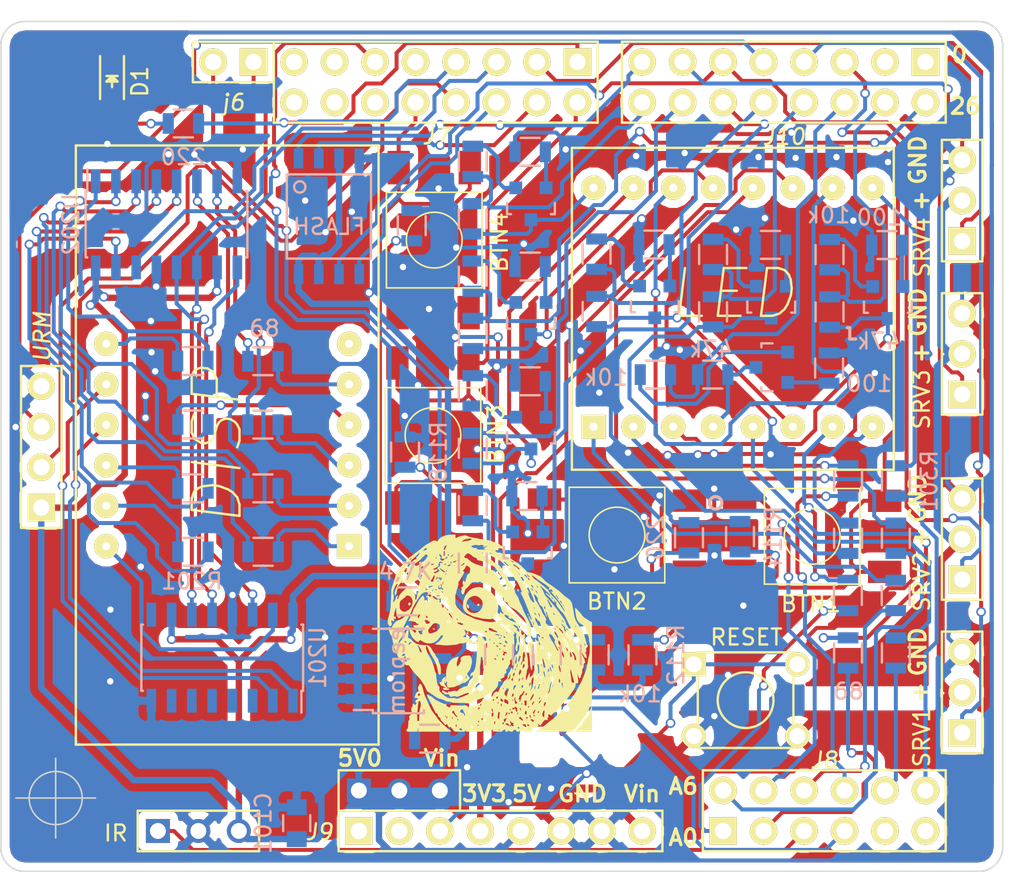
<source format=kicad_pcb>
(kicad_pcb (version 4) (host pcbnew 4.0.2-stable)
  (layers (0 F.Cu signal) (31 B.Cu signal) (34 B.Paste user) (35 F.Paste user) (36 B.SilkS user) (37 F.SilkS user) (38 B.Mask user) (39 F.Mask user) (44 Edge.Cuts user))
  (net 0 "")
  (net 1 "Net-(BTN101-Pad1)")
  (net 2 GND)
  (net 3 +5V)
  (net 4 /7-SEGM/QE)
  (net 5 /7-SEGM/QD)
  (net 6 /7-SEGM/QH)
  (net 7 /7-SEGM/QC)
  (net 8 /7-SEGM/QG)
  (net 9 "Net-(DISP201-Pad6)")
  (net 10 /7-SEGM/QB)
  (net 11 /7-SEGM/Dig3)
  (net 12 /7-SEGM/Dig2)
  (net 13 /7-SEGM/QF)
  (net 14 /7-SEGM/QA)
  (net 15 /7-SEGM/Dig1)
  (net 16 /PIN_7)
  (net 17 /PIN_35)
  (net 18 +3V3)
  (net 19 /PIN_36)
  (net 20 /PIN_5)
  (net 21 /J8_A2)
  (net 22 "Net-(IC101-Pad5)")
  (net 23 "Net-(IC101-Pad6)")
  (net 24 "Net-(J7-Pad1)")
  (net 25 /PWM4)
  (net 26 /7-SEGM/RCLK)
  (net 27 /7-SEGM/SER)
  (net 28 /Trig)
  (net 29 "Net-(J7-Pad9)")
  (net 30 /7-SEGM/SRCLK)
  (net 31 "Net-(J7-Pad12)")
  (net 32 "Net-(J7-PadG)")
  (net 33 "Net-(J7-Pad14)")
  (net 34 "Net-(J7-Pad15)")
  (net 35 "Net-(J7-Pad16)")
  (net 36 /LED/ROW6)
  (net 37 /LED/ROW4)
  (net 38 /LED/ROW8)
  (net 39 /LED/ROW3)
  (net 40 /LED/ROW5)
  (net 41 /LED/ROW2)
  (net 42 "Net-(J8-Pad9)")
  (net 43 /LED/ROW7)
  (net 44 "Net-(J8-Pad11)")
  (net 45 /LED/ROW1)
  (net 46 "Net-(J9-Pad1)")
  (net 47 "Net-(J9-Pad2)")
  (net 48 /Vin)
  (net 49 "Net-(J10-Pad1)")
  (net 50 /LED/COL1)
  (net 51 "Net-(J10-Pad3)")
  (net 52 /LED/COL2)
  (net 53 /LED/COL3)
  (net 54 /PWM1)
  (net 55 /LED/COL4)
  (net 56 /Echo)
  (net 57 /LED/COL5)
  (net 58 /LED/COL6)
  (net 59 /PWM3)
  (net 60 /LED/COL7)
  (net 61 /LED/COL8)
  (net 62 /PWR)
  (net 63 "Net-(LED301-Pad1)")
  (net 64 "Net-(LED301-Pad2)")
  (net 65 /LED/GNM_3)
  (net 66 /LED/GNM_4)
  (net 67 "Net-(LED301-Pad5)")
  (net 68 /LED/GNM_6)
  (net 69 "Net-(LED301-Pad7)")
  (net 70 "Net-(LED301-Pad8)")
  (net 71 "Net-(LED301-Pad9)")
  (net 72 /LED/GNM_10)
  (net 73 /LED/GNM_11)
  (net 74 "Net-(LED301-Pad12)")
  (net 75 /LED/GNM_13)
  (net 76 "Net-(LED301-Pad14)")
  (net 77 /LED/GNM_15)
  (net 78 /LED/GNM_16)
  (net 79 "Net-(Q301-Pad1)")
  (net 80 "Net-(Q301-Pad2)")
  (net 81 "Net-(Q302-Pad1)")
  (net 82 "Net-(Q302-Pad2)")
  (net 83 "Net-(Q303-Pad1)")
  (net 84 "Net-(Q303-Pad2)")
  (net 85 "Net-(Q304-Pad1)")
  (net 86 "Net-(Q304-Pad2)")
  (net 87 "Net-(Q305-Pad1)")
  (net 88 "Net-(Q305-Pad2)")
  (net 89 "Net-(Q306-Pad1)")
  (net 90 "Net-(Q306-Pad2)")
  (net 91 "Net-(Q307-Pad1)")
  (net 92 "Net-(Q307-Pad2)")
  (net 93 "Net-(Q308-Pad1)")
  (net 94 "Net-(Q308-Pad2)")
  (net 95 "Net-(R201-Pad1)")
  (net 96 "Net-(R202-Pad1)")
  (net 97 "Net-(R203-Pad1)")
  (net 98 "Net-(R204-Pad1)")
  (net 99 "Net-(R205-Pad1)")
  (net 100 "Net-(R206-Pad1)")
  (net 101 "Net-(R207-Pad1)")
  (net 102 "Net-(R208-Pad1)")
  (net 103 "Net-(U201-Pad3)")
  (net 104 "Net-(U201-Pad4)")
  (net 105 "Net-(U201-Pad5)")
  (net 106 "Net-(U201-Pad6)")
  (net 107 "Net-(U201-Pad7)")
  (net 108 "Net-(U201-Pad9)")
  (net 109 "Net-(U201-Pad14)")
  (net 110 /BTN_3)
  (net 111 /BTN_4)
  (net 112 /BTN_2)
  (net 113 /BTN_1)
  (net 114 "Net-(BTN1-Pad3)")
  (net 115 "Net-(BTN2-Pad3)")
  (net 116 "Net-(BTN3-Pad3)")
  (net 117 "Net-(BTN4-Pad3)")
  (net 118 "Net-(D1-Pad2)")
  (module WIFIRE:BUTTON (layer F.Cu) (at 169.87 128.75 90)
    (fp_text reference BTN2 (at -4.16 -0.01 180) (layer F.SilkS))
    (fp_text value Button)
    (pad 3 smd rect (at 2.16 4.55 90) (size 1.4 2.1) (layers F.Cu F.Paste F.Mask) (net 115 "Net-(BTN2-Pad3)"))
    (pad 4 smd rect (at -2.3 4.55 90) (size 1.4 2.1) (layers F.Cu F.Paste F.Mask) (net 115 "Net-(BTN2-Pad3)"))
    (pad 1 smd rect (at -2.23 -4.55 90) (size 1.4 2.1) (layers F.Cu F.Paste F.Mask) (net 112 /BTN_2))
    (pad 2 smd rect (at 2.23 -4.55 90) (size 1.4 2.1) (layers F.Cu F.Paste F.Mask) (net 112 /BTN_2))
  )
  (module WIFIRE:CONN_servo (layer F.Cu) (at 194.07 129 270)
    (fp_text reference SRV2 (at 2.67 5.07 270) (layer F.SilkS))
    (fp_text value CONN_servo)
    (pad 1 thru_hole rect (at 2.54 2.54 270) (size 1.7272 1.7272) (drill 1.016) (layers *.Cu *.Mask F.SilkS) (net 20 /PIN_5))
    (pad 2 thru_hole circle (at 0 2.54 270) (size 1.7272 1.7272) (drill 1.016) (layers *.Cu *.Mask F.SilkS) (net 62 /PWR))
    (pad 3 thru_hole circle (at -2.54 2.54 270) (size 1.7272 1.7272) (drill 1.016) (layers *.Cu *.Mask F.SilkS) (net 2 GND))
  )
  (module WIFIRE:CONN_servo (layer F.Cu) (at 194.07 107.76 270)
    (fp_text reference SRV4 (at 2.94 5.07 270) (layer F.SilkS))
    (fp_text value CONN_servo)
    (pad 1 thru_hole rect (at 2.54 2.54 270) (size 1.7272 1.7272) (drill 1.016) (layers *.Cu *.Mask F.SilkS) (net 25 /PWM4))
    (pad 2 thru_hole circle (at 0 2.54 270) (size 1.7272 1.7272) (drill 1.016) (layers *.Cu *.Mask F.SilkS) (net 62 /PWR))
    (pad 3 thru_hole circle (at -2.54 2.54 270) (size 1.7272 1.7272) (drill 1.016) (layers *.Cu *.Mask F.SilkS) (net 2 GND))
  )
  (module WIFIRE:BA56-12SRWA (layer F.Cu) (at 135.91 123.1 90)
    (fp_text reference DISP (at 0 8.89 90) (layer F.SilkS) (effects (font (size 3 3) (thickness 0.15) italic)))
    (fp_text value "BA56-12SRWA(2)")
    (pad 1 thru_hole rect (at -6.35 17.145 90) (size 1.524 1.524) (drill 0.5) (layers *.Cu *.Mask F.SilkS) (net 4 /7-SEGM/QE))
    (pad 2 thru_hole circle (at -3.81 17.145 90) (size 1.524 1.524) (drill 0.5) (layers *.Cu *.Mask F.SilkS) (net 5 /7-SEGM/QD))
    (pad 3 thru_hole circle (at -1.27 17.145 90) (size 1.524 1.524) (drill 0.5) (layers *.Cu *.Mask F.SilkS) (net 6 /7-SEGM/QH))
    (pad 4 thru_hole circle (at 1.27 17.145 90) (size 1.524 1.524) (drill 0.5) (layers *.Cu *.Mask F.SilkS) (net 7 /7-SEGM/QC))
    (pad 5 thru_hole circle (at 3.81 17.145 90) (size 1.524 1.524) (drill 0.5) (layers *.Cu *.Mask F.SilkS) (net 8 /7-SEGM/QG))
    (pad 6 thru_hole circle (at 6.35 17.145 90) (size 1.524 1.524) (drill 0.5) (layers *.Cu *.Mask F.SilkS) (net 9 "Net-(DISP201-Pad6)"))
    (pad 7 thru_hole circle (at 6.35 1.905 90) (size 1.524 1.524) (drill 0.5) (layers *.Cu *.Mask F.SilkS) (net 10 /7-SEGM/QB))
    (pad 8 thru_hole circle (at 3.81 1.905 90) (size 1.524 1.524) (drill 0.5) (layers *.Cu *.Mask F.SilkS) (net 11 /7-SEGM/Dig3))
    (pad 9 thru_hole circle (at 1.27 1.905 90) (size 1.524 1.524) (drill 0.5) (layers *.Cu *.Mask F.SilkS) (net 12 /7-SEGM/Dig2))
    (pad 10 thru_hole circle (at -1.27 1.905 90) (size 1.524 1.524) (drill 0.5) (layers *.Cu *.Mask F.SilkS) (net 13 /7-SEGM/QF))
    (pad 11 thru_hole circle (at -3.81 1.905 90) (size 1.524 1.524) (drill 0.5) (layers *.Cu *.Mask F.SilkS) (net 14 /7-SEGM/QA))
    (pad 12 thru_hole circle (at -6.35 1.905 90) (size 1.524 1.524) (drill 0.5) (layers *.Cu *.Mask F.SilkS) (net 15 /7-SEGM/Dig1))
  )
  (module WIFIRE:JEDEC_SOIC (layer B.Cu) (at 156.15 137.13 270)
    (fp_text reference eeprom (at 0.18 0.11 450) (layer B.SilkS) (effects (justify mirror)))
    (fp_text value AT24C64A-10PU-2.7)
    (pad 1 smd rect (at 1.905 2.54 270) (size 0.65 1.524) (layers B.Cu B.Paste B.Mask) (net 2 GND))
    (pad 2 smd rect (at 0.635 2.54 270) (size 0.65 1.524) (layers B.Cu B.Paste B.Mask) (net 2 GND))
    (pad 3 smd rect (at -0.635 2.54 270) (size 0.65 1.524) (layers B.Cu B.Paste B.Mask) (net 2 GND))
    (pad 4 smd rect (at -1.905 2.54 270) (size 0.65 1.524) (layers B.Cu B.Paste B.Mask) (net 2 GND))
    (pad 5 smd rect (at -1.905 -2.54 270) (size 0.65 1.524) (layers B.Cu B.Paste B.Mask) (net 22 "Net-(IC101-Pad5)"))
    (pad 6 smd rect (at -0.635 -2.54 270) (size 0.65 1.524) (layers B.Cu B.Paste B.Mask) (net 23 "Net-(IC101-Pad6)"))
    (pad 7 smd rect (at 0.635 -2.54 270) (size 0.65 1.524) (layers B.Cu B.Paste B.Mask) (net 2 GND))
    (pad 8 smd rect (at 1.905 -2.54 270) (size 0.65 1.524) (layers B.Cu B.Paste B.Mask) (net 3 +5V))
  )
  (module WIFIRE:CONN_J6 (layer F.Cu) (at 145.796 96.52)
    (fp_text reference j6 (at 0 5.08) (layer F.SilkS) (effects (font (thickness 0.15) italic)))
    (fp_text value J6)
    (pad 1 thru_hole rect (at 1.27 2.54) (size 1.7272 1.7272) (drill 1.016) (layers *.Cu *.Mask F.SilkS) (net 22 "Net-(IC101-Pad5)"))
    (pad 2 thru_hole circle (at -1.27 2.54) (size 1.7272 1.7272) (drill 1.016) (layers *.Cu *.Mask F.SilkS) (net 23 "Net-(IC101-Pad6)"))
  )
  (module WIFIRE:CONN_J7 (layer F.Cu) (at 158.496 96.52)
    (fp_text reference J7 (at 0.034 7.2) (layer F.SilkS) (effects (font (thickness 0.15) italic)))
    (fp_text value J7)
    (pad 1 thru_hole rect (at 8.89 2.54) (size 1.7272 1.7272) (drill 1.016) (layers *.Cu *.Mask F.SilkS) (net 24 "Net-(J7-Pad1)"))
    (pad 2 thru_hole circle (at 8.89 5.08) (size 1.7272 1.7272) (drill 1.016) (layers *.Cu *.Mask F.SilkS) (net 110 /BTN_3))
    (pad 3 thru_hole circle (at 6.35 2.54) (size 1.7272 1.7272) (drill 1.016) (layers *.Cu *.Mask F.SilkS) (net 25 /PWM4))
    (pad 4 thru_hole circle (at 6.35 5.08) (size 1.7272 1.7272) (drill 1.016) (layers *.Cu *.Mask F.SilkS) (net 17 /PIN_35))
    (pad 5 thru_hole circle (at 3.81 2.54) (size 1.7272 1.7272) (drill 1.016) (layers *.Cu *.Mask F.SilkS) (net 26 /7-SEGM/RCLK))
    (pad 6 thru_hole circle (at 3.81 5.08) (size 1.7272 1.7272) (drill 1.016) (layers *.Cu *.Mask F.SilkS) (net 19 /PIN_36))
    (pad 7 thru_hole circle (at 1.27 2.54) (size 1.7272 1.7272) (drill 1.016) (layers *.Cu *.Mask F.SilkS) (net 27 /7-SEGM/SER))
    (pad 8 thru_hole circle (at 1.27 5.08) (size 1.7272 1.7272) (drill 1.016) (layers *.Cu *.Mask F.SilkS) (net 28 /Trig))
    (pad 9 thru_hole circle (at -1.27 2.54) (size 1.7272 1.7272) (drill 1.016) (layers *.Cu *.Mask F.SilkS) (net 29 "Net-(J7-Pad9)"))
    (pad 10 thru_hole circle (at -1.27 5.08) (size 1.7272 1.7272) (drill 1.016) (layers *.Cu *.Mask F.SilkS) (net 111 /BTN_4))
    (pad 11 thru_hole circle (at -3.81 2.54) (size 1.7272 1.7272) (drill 1.016) (layers *.Cu *.Mask F.SilkS) (net 30 /7-SEGM/SRCLK))
    (pad 12 thru_hole circle (at -3.81 5.08) (size 1.7272 1.7272) (drill 1.016) (layers *.Cu *.Mask F.SilkS) (net 31 "Net-(J7-Pad12)"))
    (pad G thru_hole circle (at -6.35 2.54) (size 1.7272 1.7272) (drill 1.016) (layers *.Cu *.Mask F.SilkS) (net 32 "Net-(J7-PadG)"))
    (pad 14 thru_hole circle (at -6.35 5.08) (size 1.7272 1.7272) (drill 1.016) (layers *.Cu *.Mask F.SilkS) (net 33 "Net-(J7-Pad14)"))
    (pad 15 thru_hole circle (at -8.89 2.54) (size 1.7272 1.7272) (drill 1.016) (layers *.Cu *.Mask F.SilkS) (net 34 "Net-(J7-Pad15)"))
    (pad 16 thru_hole circle (at -8.89 5.08) (size 1.7272 1.7272) (drill 1.016) (layers *.Cu *.Mask F.SilkS) (net 35 "Net-(J7-Pad16)"))
  )
  (module WIFIRE:CONN_J8 (layer F.Cu) (at 182.88 142.24)
    (fp_text reference J8 (at 0 0.635) (layer F.SilkS) (effects (font (thickness 0.15) italic)))
    (fp_text value J8)
    (pad 1 thru_hole rect (at -6.35 5.08) (size 1.7272 1.7272) (drill 1.016) (layers *.Cu *.Mask F.SilkS) (net 36 /LED/ROW6))
    (pad 2 thru_hole circle (at -6.35 2.54) (size 1.7272 1.7272) (drill 1.016) (layers *.Cu *.Mask F.SilkS) (net 37 /LED/ROW4))
    (pad 3 thru_hole circle (at -3.81 5.08) (size 1.7272 1.7272) (drill 1.016) (layers *.Cu *.Mask F.SilkS) (net 38 /LED/ROW8))
    (pad 4 thru_hole circle (at -3.81 2.54) (size 1.7272 1.7272) (drill 1.016) (layers *.Cu *.Mask F.SilkS) (net 39 /LED/ROW3))
    (pad 5 thru_hole circle (at -1.27 5.08) (size 1.7272 1.7272) (drill 1.016) (layers *.Cu *.Mask F.SilkS) (net 21 /J8_A2))
    (pad 6 thru_hole circle (at -1.27 2.54) (size 1.7272 1.7272) (drill 1.016) (layers *.Cu *.Mask F.SilkS) (net 40 /LED/ROW5))
    (pad 7 thru_hole circle (at 1.27 5.08) (size 1.7272 1.7272) (drill 1.016) (layers *.Cu *.Mask F.SilkS) (net 112 /BTN_2))
    (pad 8 thru_hole circle (at 1.27 2.54) (size 1.7272 1.7272) (drill 1.016) (layers *.Cu *.Mask F.SilkS) (net 41 /LED/ROW2))
    (pad 9 thru_hole circle (at 3.81 5.08) (size 1.7272 1.7272) (drill 1.016) (layers *.Cu *.Mask F.SilkS) (net 42 "Net-(J8-Pad9)"))
    (pad 10 thru_hole circle (at 3.81 2.54) (size 1.7272 1.7272) (drill 1.016) (layers *.Cu *.Mask F.SilkS) (net 43 /LED/ROW7))
    (pad 11 thru_hole circle (at 6.35 5.08) (size 1.7272 1.7272) (drill 1.016) (layers *.Cu *.Mask F.SilkS) (net 44 "Net-(J8-Pad11)"))
    (pad 12 thru_hole circle (at 6.35 2.54) (size 1.7272 1.7272) (drill 1.016) (layers *.Cu *.Mask F.SilkS) (net 45 /LED/ROW1))
  )
  (module WIFIRE:CONN_J9 (layer F.Cu) (at 162.56 144.78)
    (fp_text reference J9 (at -11.3665 2.6035) (layer F.SilkS) (effects (font (thickness 0.15) italic)))
    (fp_text value J9)
    (pad 1 thru_hole rect (at -8.89 2.54) (size 1.7272 1.7272) (drill 1.016) (layers *.Cu *.Mask F.SilkS) (net 46 "Net-(J9-Pad1)"))
    (pad 2 thru_hole circle (at -6.35 2.54) (size 1.7272 1.7272) (drill 1.016) (layers *.Cu *.Mask F.SilkS) (net 47 "Net-(J9-Pad2)"))
    (pad 3 thru_hole circle (at -3.81 2.54) (size 1.7272 1.7272) (drill 1.016) (layers *.Cu *.Mask F.SilkS) (net 1 "Net-(BTN101-Pad1)"))
    (pad 4 thru_hole circle (at -1.27 2.54) (size 1.7272 1.7272) (drill 1.016) (layers *.Cu *.Mask F.SilkS) (net 18 +3V3))
    (pad 5 thru_hole circle (at 1.27 2.54) (size 1.7272 1.7272) (drill 1.016) (layers *.Cu *.Mask F.SilkS) (net 3 +5V))
    (pad 6 thru_hole circle (at 3.81 2.54) (size 1.7272 1.7272) (drill 1.016) (layers *.Cu *.Mask F.SilkS) (net 2 GND))
    (pad 7 thru_hole circle (at 6.35 2.54) (size 1.7272 1.7272) (drill 1.016) (layers *.Cu *.Mask F.SilkS) (net 2 GND))
    (pad 8 thru_hole circle (at 8.89 2.54) (size 1.7272 1.7272) (drill 1.016) (layers *.Cu *.Mask F.SilkS) (net 48 /Vin))
  )
  (module WIFIRE:CONN_J10 (layer F.Cu) (at 180.34 96.52)
    (fp_text reference J10 (at 0.02 7.23) (layer F.SilkS) (effects (font (thickness 0.15) italic)))
    (fp_text value J10)
    (pad 1 thru_hole rect (at 8.89 2.54) (size 1.7272 1.7272) (drill 1.016) (layers *.Cu *.Mask F.SilkS) (net 49 "Net-(J10-Pad1)"))
    (pad 2 thru_hole circle (at 8.89 5.08) (size 1.7272 1.7272) (drill 1.016) (layers *.Cu *.Mask F.SilkS) (net 50 /LED/COL1))
    (pad 3 thru_hole circle (at 6.35 2.54) (size 1.7272 1.7272) (drill 1.016) (layers *.Cu *.Mask F.SilkS) (net 51 "Net-(J10-Pad3)"))
    (pad 4 thru_hole circle (at 6.35 5.08) (size 1.7272 1.7272) (drill 1.016) (layers *.Cu *.Mask F.SilkS) (net 52 /LED/COL2))
    (pad 5 thru_hole circle (at 3.81 2.54) (size 1.7272 1.7272) (drill 1.016) (layers *.Cu *.Mask F.SilkS) (net 113 /BTN_1))
    (pad 6 thru_hole circle (at 3.81 5.08) (size 1.7272 1.7272) (drill 1.016) (layers *.Cu *.Mask F.SilkS) (net 53 /LED/COL3))
    (pad 7 thru_hole circle (at 1.27 2.54) (size 1.7272 1.7272) (drill 1.016) (layers *.Cu *.Mask F.SilkS) (net 54 /PWM1))
    (pad 8 thru_hole circle (at 1.27 5.08) (size 1.7272 1.7272) (drill 1.016) (layers *.Cu *.Mask F.SilkS) (net 55 /LED/COL4))
    (pad 9 thru_hole circle (at -1.27 2.54) (size 1.7272 1.7272) (drill 1.016) (layers *.Cu *.Mask F.SilkS) (net 56 /Echo))
    (pad 10 thru_hole circle (at -1.27 5.08) (size 1.7272 1.7272) (drill 1.016) (layers *.Cu *.Mask F.SilkS) (net 57 /LED/COL5))
    (pad 11 thru_hole circle (at -3.81 2.54) (size 1.7272 1.7272) (drill 1.016) (layers *.Cu *.Mask F.SilkS) (net 20 /PIN_5))
    (pad 12 thru_hole circle (at -3.81 5.08) (size 1.7272 1.7272) (drill 1.016) (layers *.Cu *.Mask F.SilkS) (net 58 /LED/COL6))
    (pad 13 thru_hole circle (at -6.35 2.54) (size 1.7272 1.7272) (drill 1.016) (layers *.Cu *.Mask F.SilkS) (net 59 /PWM3))
    (pad 14 thru_hole circle (at -6.35 5.08) (size 1.7272 1.7272) (drill 1.016) (layers *.Cu *.Mask F.SilkS) (net 60 /LED/COL7))
    (pad 15 thru_hole circle (at -8.89 2.54) (size 1.7272 1.7272) (drill 1.016) (layers *.Cu *.Mask F.SilkS) (net 16 /PIN_7))
    (pad 16 thru_hole circle (at -8.89 5.08) (size 1.7272 1.7272) (drill 1.016) (layers *.Cu *.Mask F.SilkS) (net 61 /LED/COL8))
  )
  (module WIFIRE:GNM-7881 (layer F.Cu) (at 177.14 104.45)
    (fp_text reference LED (at 0 9.16) (layer F.SilkS) (effects (font (size 3 3) (thickness 0.15) italic)))
    (fp_text value GNM-7881AUE)
    (pad 1 thru_hole rect (at -8.74 17.5) (size 1.524 1.524) (drill 0.51) (layers *.Cu *.Mask F.SilkS) (net 63 "Net-(LED301-Pad1)"))
    (pad 2 thru_hole circle (at -6.24 17.5) (size 1.524 1.524) (drill 0.51) (layers *.Cu *.Mask F.SilkS) (net 64 "Net-(LED301-Pad2)"))
    (pad 3 thru_hole circle (at -3.74 17.5) (size 1.524 1.524) (drill 0.51) (layers *.Cu *.Mask F.SilkS) (net 65 /LED/GNM_3))
    (pad 4 thru_hole circle (at -1.24 17.5) (size 1.524 1.524) (drill 0.51) (layers *.Cu *.Mask F.SilkS) (net 66 /LED/GNM_4))
    (pad 5 thru_hole circle (at 1.26 17.5) (size 1.524 1.524) (drill 0.51) (layers *.Cu *.Mask F.SilkS) (net 67 "Net-(LED301-Pad5)"))
    (pad 6 thru_hole circle (at 3.76 17.5) (size 1.524 1.524) (drill 0.51) (layers *.Cu *.Mask F.SilkS) (net 68 /LED/GNM_6))
    (pad 7 thru_hole circle (at 6.26 17.5) (size 1.524 1.524) (drill 0.51) (layers *.Cu *.Mask F.SilkS) (net 69 "Net-(LED301-Pad7)"))
    (pad 8 thru_hole circle (at 8.76 17.5) (size 1.524 1.524) (drill 0.51) (layers *.Cu *.Mask F.SilkS) (net 70 "Net-(LED301-Pad8)"))
    (pad 9 thru_hole circle (at 8.76 2.5) (size 1.524 1.524) (drill 0.51) (layers *.Cu *.Mask F.SilkS) (net 71 "Net-(LED301-Pad9)"))
    (pad 10 thru_hole circle (at 6.26 2.5) (size 1.524 1.524) (drill 0.51) (layers *.Cu *.Mask F.SilkS) (net 72 /LED/GNM_10))
    (pad 11 thru_hole circle (at 3.76 2.5) (size 1.524 1.524) (drill 0.51) (layers *.Cu *.Mask F.SilkS) (net 73 /LED/GNM_11))
    (pad 12 thru_hole circle (at 1.26 2.5) (size 1.524 1.524) (drill 0.51) (layers *.Cu *.Mask F.SilkS) (net 74 "Net-(LED301-Pad12)"))
    (pad 13 thru_hole circle (at -1.24 2.5) (size 1.524 1.524) (drill 0.51) (layers *.Cu *.Mask F.SilkS) (net 75 /LED/GNM_13))
    (pad 14 thru_hole circle (at -3.74 2.5) (size 1.524 1.524) (drill 0.51) (layers *.Cu *.Mask F.SilkS) (net 76 "Net-(LED301-Pad14)"))
    (pad 15 thru_hole circle (at -6.24 2.5) (size 1.524 1.524) (drill 0.51) (layers *.Cu *.Mask F.SilkS) (net 77 /LED/GNM_15))
    (pad 16 thru_hole circle (at -8.74 2.5) (size 1.524 1.524) (drill 0.51) (layers *.Cu *.Mask F.SilkS) (net 78 /LED/GNM_16))
  )
  (module TO_SOT_Packages_SMD:SOT-23 (layer B.Cu) (at 164.47 107.96)
    (fp_text reference Q301 hide)
    (fp_text value Tran_8050 hide)
    (pad 1 smd rect (at -0.95 -1.00076) (size 0.8001 0.8001) (layers B.Cu B.Paste B.Mask) (net 79 "Net-(Q301-Pad1)"))
    (pad 2 smd rect (at 0.95 -1.00076) (size 0.8001 0.8001) (layers B.Cu B.Paste B.Mask) (net 80 "Net-(Q301-Pad2)"))
    (pad 3 smd rect (at 0 0.99822) (size 0.8001 0.8001) (layers B.Cu B.Paste B.Mask) (net 78 /LED/GNM_16))
  )
  (module TO_SOT_Packages_SMD:SOT-23 (layer B.Cu) (at 164.47 115.15076)
    (fp_text reference Q302 hide)
    (fp_text value Tran_8050 hide)
    (pad 1 smd rect (at -0.95 -1.00076) (size 0.8001 0.8001) (layers B.Cu B.Paste B.Mask) (net 81 "Net-(Q302-Pad1)"))
    (pad 2 smd rect (at 0.95 -1.00076) (size 0.8001 0.8001) (layers B.Cu B.Paste B.Mask) (net 82 "Net-(Q302-Pad2)"))
    (pad 3 smd rect (at 0 0.99822) (size 0.8001 0.8001) (layers B.Cu B.Paste B.Mask) (net 75 /LED/GNM_13))
  )
  (module TO_SOT_Packages_SMD:SOT-23 (layer B.Cu) (at 164.47 122.35)
    (fp_text reference Q303 hide)
    (fp_text value Tran_8050 hide)
    (pad 1 smd rect (at -0.95 -1.00076) (size 0.8001 0.8001) (layers B.Cu B.Paste B.Mask) (net 83 "Net-(Q303-Pad1)"))
    (pad 2 smd rect (at 0.95 -1.00076) (size 0.8001 0.8001) (layers B.Cu B.Paste B.Mask) (net 84 "Net-(Q303-Pad2)"))
    (pad 3 smd rect (at 0 0.99822) (size 0.8001 0.8001) (layers B.Cu B.Paste B.Mask) (net 77 /LED/GNM_15))
  )
  (module TO_SOT_Packages_SMD:SOT-23 (layer B.Cu) (at 186.868 114.152)
    (fp_text reference Q304 hide)
    (fp_text value Tran_8050 hide)
    (pad 1 smd rect (at -0.95 -1.00076) (size 0.8001 0.8001) (layers B.Cu B.Paste B.Mask) (net 85 "Net-(Q304-Pad1)"))
    (pad 2 smd rect (at 0.95 -1.00076) (size 0.8001 0.8001) (layers B.Cu B.Paste B.Mask) (net 86 "Net-(Q304-Pad2)"))
    (pad 3 smd rect (at 0 0.99822) (size 0.8001 0.8001) (layers B.Cu B.Paste B.Mask) (net 65 /LED/GNM_3))
  )
  (module TO_SOT_Packages_SMD:SOT-23 (layer B.Cu) (at 164.27 129.55)
    (fp_text reference Q305 hide)
    (fp_text value Tran_8050 hide)
    (pad 1 smd rect (at -0.95 -1.00076) (size 0.8001 0.8001) (layers B.Cu B.Paste B.Mask) (net 87 "Net-(Q305-Pad1)"))
    (pad 2 smd rect (at 0.95 -1.00076) (size 0.8001 0.8001) (layers B.Cu B.Paste B.Mask) (net 88 "Net-(Q305-Pad2)"))
    (pad 3 smd rect (at 0 0.99822) (size 0.8001 0.8001) (layers B.Cu B.Paste B.Mask) (net 73 /LED/GNM_11))
  )
  (module TO_SOT_Packages_SMD:SOT-23 (layer B.Cu) (at 179.58 118.22 270)
    (fp_text reference Q306 hide)
    (fp_text value Tran_8050 hide)
    (pad 1 smd rect (at -0.95 -1.00076 270) (size 0.8001 0.8001) (layers B.Cu B.Paste B.Mask) (net 89 "Net-(Q306-Pad1)"))
    (pad 2 smd rect (at 0.95 -1.00076 270) (size 0.8001 0.8001) (layers B.Cu B.Paste B.Mask) (net 90 "Net-(Q306-Pad2)"))
    (pad 3 smd rect (at 0 0.99822 270) (size 0.8001 0.8001) (layers B.Cu B.Paste B.Mask) (net 66 /LED/GNM_4))
  )
  (module TO_SOT_Packages_SMD:SOT-23 (layer B.Cu) (at 172.24 114.12)
    (fp_text reference Q307 hide)
    (fp_text value Tran_8050 hide)
    (pad 1 smd rect (at -0.95 -1.00076) (size 0.8001 0.8001) (layers B.Cu B.Paste B.Mask) (net 91 "Net-(Q307-Pad1)"))
    (pad 2 smd rect (at 0.95 -1.00076) (size 0.8001 0.8001) (layers B.Cu B.Paste B.Mask) (net 92 "Net-(Q307-Pad2)"))
    (pad 3 smd rect (at 0 0.99822) (size 0.8001 0.8001) (layers B.Cu B.Paste B.Mask) (net 68 /LED/GNM_6))
  )
  (module TO_SOT_Packages_SMD:SOT-23 (layer B.Cu) (at 179.55 114.14)
    (fp_text reference Q308 hide)
    (fp_text value Tran_8050 hide)
    (pad 1 smd rect (at -0.95 -1.00076) (size 0.8001 0.8001) (layers B.Cu B.Paste B.Mask) (net 93 "Net-(Q308-Pad1)"))
    (pad 2 smd rect (at 0.95 -1.00076) (size 0.8001 0.8001) (layers B.Cu B.Paste B.Mask) (net 94 "Net-(Q308-Pad2)"))
    (pad 3 smd rect (at 0 0.99822) (size 0.8001 0.8001) (layers B.Cu B.Paste B.Mask) (net 72 /LED/GNM_10))
  )
  (module WIFIRE:CONN_servo (layer F.Cu) (at 194.07 138.62 270)
    (fp_text reference SRV1 (at 2.81 5.07 270) (layer F.SilkS))
    (fp_text value CONN_servo)
    (pad 1 thru_hole rect (at 2.54 2.54 270) (size 1.7272 1.7272) (drill 1.016) (layers *.Cu *.Mask F.SilkS) (net 54 /PWM1))
    (pad 2 thru_hole circle (at 0 2.54 270) (size 1.7272 1.7272) (drill 1.016) (layers *.Cu *.Mask F.SilkS) (net 62 /PWR))
    (pad 3 thru_hole circle (at -2.54 2.54 270) (size 1.7272 1.7272) (drill 1.016) (layers *.Cu *.Mask F.SilkS) (net 2 GND))
  )
  (module WIFIRE:CONN_servo (layer F.Cu) (at 194.07 117.38 270)
    (fp_text reference SRV3 (at 2.86 5.08 270) (layer F.SilkS))
    (fp_text value CONN_servo)
    (pad 1 thru_hole rect (at 2.54 2.54 270) (size 1.7272 1.7272) (drill 1.016) (layers *.Cu *.Mask F.SilkS) (net 59 /PWM3))
    (pad 2 thru_hole circle (at 0 2.54 270) (size 1.7272 1.7272) (drill 1.016) (layers *.Cu *.Mask F.SilkS) (net 62 /PWR))
    (pad 3 thru_hole circle (at -2.54 2.54 270) (size 1.7272 1.7272) (drill 1.016) (layers *.Cu *.Mask F.SilkS) (net 2 GND))
  )
  (module Housings_SOIC:SOIC-16_3.9x9.9mm_Pitch1.27mm (layer B.Cu) (at 145.095 136.445 90)
    (fp_text reference U201 (at 0 6 90) (layer B.SilkS) (effects (justify mirror)))
    (fp_text value 74HC595)
    (pad 1 smd rect (at -2.7 4.445 90) (size 1.5 0.6) (layers B.Cu B.Paste B.Mask) (net 12 /7-SEGM/Dig2))
    (pad 2 smd rect (at -2.7 3.175 90) (size 1.5 0.6) (layers B.Cu B.Paste B.Mask) (net 11 /7-SEGM/Dig3))
    (pad 3 smd rect (at -2.7 1.905 90) (size 1.5 0.6) (layers B.Cu B.Paste B.Mask) (net 103 "Net-(U201-Pad3)"))
    (pad 4 smd rect (at -2.7 0.635 90) (size 1.5 0.6) (layers B.Cu B.Paste B.Mask) (net 104 "Net-(U201-Pad4)"))
    (pad 5 smd rect (at -2.7 -0.635 90) (size 1.5 0.6) (layers B.Cu B.Paste B.Mask) (net 105 "Net-(U201-Pad5)"))
    (pad 6 smd rect (at -2.7 -1.905 90) (size 1.5 0.6) (layers B.Cu B.Paste B.Mask) (net 106 "Net-(U201-Pad6)"))
    (pad 7 smd rect (at -2.7 -3.175 90) (size 1.5 0.6) (layers B.Cu B.Paste B.Mask) (net 107 "Net-(U201-Pad7)"))
    (pad 8 smd rect (at -2.7 -4.445 90) (size 1.5 0.6) (layers B.Cu B.Paste B.Mask) (net 2 GND))
    (pad 9 smd rect (at 2.7 -4.445 90) (size 1.5 0.6) (layers B.Cu B.Paste B.Mask) (net 108 "Net-(U201-Pad9)"))
    (pad 10 smd rect (at 2.7 -3.175 90) (size 1.5 0.6) (layers B.Cu B.Paste B.Mask) (net 3 +5V))
    (pad 11 smd rect (at 2.7 -1.905 90) (size 1.5 0.6) (layers B.Cu B.Paste B.Mask) (net 30 /7-SEGM/SRCLK))
    (pad 12 smd rect (at 2.7 -0.635 90) (size 1.5 0.6) (layers B.Cu B.Paste B.Mask) (net 26 /7-SEGM/RCLK))
    (pad 13 smd rect (at 2.7 0.635 90) (size 1.5 0.6) (layers B.Cu B.Paste B.Mask) (net 2 GND))
    (pad 14 smd rect (at 2.7 1.905 90) (size 1.5 0.6) (layers B.Cu B.Paste B.Mask) (net 109 "Net-(U201-Pad14)"))
    (pad 15 smd rect (at 2.7 3.175 90) (size 1.5 0.6) (layers B.Cu B.Paste B.Mask) (net 15 /7-SEGM/Dig1))
    (pad 16 smd rect (at 2.7 4.445 90) (size 1.5 0.6) (layers B.Cu B.Paste B.Mask) (net 3 +5V))
  )
  (module Housings_SOIC:SOIC-16_3.9x9.9mm_Pitch1.27mm (layer B.Cu) (at 141.6 109.25 270)
    (fp_text reference U202 (at 0 6 270) (layer B.SilkS) (effects (justify mirror)))
    (fp_text value 74HC595)
    (pad 1 smd rect (at -2.7 4.445 270) (size 1.5 0.6) (layers B.Cu B.Paste B.Mask) (net 96 "Net-(R202-Pad1)"))
    (pad 2 smd rect (at -2.7 3.175 270) (size 1.5 0.6) (layers B.Cu B.Paste B.Mask) (net 97 "Net-(R203-Pad1)"))
    (pad 3 smd rect (at -2.7 1.905 270) (size 1.5 0.6) (layers B.Cu B.Paste B.Mask) (net 98 "Net-(R204-Pad1)"))
    (pad 4 smd rect (at -2.7 0.635 270) (size 1.5 0.6) (layers B.Cu B.Paste B.Mask) (net 99 "Net-(R205-Pad1)"))
    (pad 5 smd rect (at -2.7 -0.635 270) (size 1.5 0.6) (layers B.Cu B.Paste B.Mask) (net 100 "Net-(R206-Pad1)"))
    (pad 6 smd rect (at -2.7 -1.905 270) (size 1.5 0.6) (layers B.Cu B.Paste B.Mask) (net 101 "Net-(R207-Pad1)"))
    (pad 7 smd rect (at -2.7 -3.175 270) (size 1.5 0.6) (layers B.Cu B.Paste B.Mask) (net 102 "Net-(R208-Pad1)"))
    (pad 8 smd rect (at -2.7 -4.445 270) (size 1.5 0.6) (layers B.Cu B.Paste B.Mask) (net 2 GND))
    (pad 9 smd rect (at 2.7 -4.445 270) (size 1.5 0.6) (layers B.Cu B.Paste B.Mask) (net 109 "Net-(U201-Pad14)"))
    (pad 10 smd rect (at 2.7 -3.175 270) (size 1.5 0.6) (layers B.Cu B.Paste B.Mask) (net 3 +5V))
    (pad 11 smd rect (at 2.7 -1.905 270) (size 1.5 0.6) (layers B.Cu B.Paste B.Mask) (net 30 /7-SEGM/SRCLK))
    (pad 12 smd rect (at 2.7 -0.635 270) (size 1.5 0.6) (layers B.Cu B.Paste B.Mask) (net 26 /7-SEGM/RCLK))
    (pad 13 smd rect (at 2.7 0.635 270) (size 1.5 0.6) (layers B.Cu B.Paste B.Mask) (net 2 GND))
    (pad 14 smd rect (at 2.7 1.905 270) (size 1.5 0.6) (layers B.Cu B.Paste B.Mask) (net 27 /7-SEGM/SER))
    (pad 15 smd rect (at 2.7 3.175 270) (size 1.5 0.6) (layers B.Cu B.Paste B.Mask) (net 95 "Net-(R201-Pad1)"))
    (pad 16 smd rect (at 2.7 4.445 270) (size 1.5 0.6) (layers B.Cu B.Paste B.Mask) (net 3 +5V))
  )
  (module WIFIRE:HC-SR04 (layer F.Cu) (at 136.28 123.22 270)
    (fp_text reference URM (at -6.93 2.48 270) (layer F.SilkS) (effects (font (thickness 0.15) italic)))
    (fp_text value HC-SR04)
    (pad 1 thru_hole rect (at 3.81 2.54 270) (size 1.7272 1.7272) (drill 1.016) (layers *.Cu *.Mask F.SilkS) (net 3 +5V))
    (pad 2 thru_hole circle (at 1.27 2.54 270) (size 1.7272 1.7272) (drill 1.016) (layers *.Cu *.Mask F.SilkS) (net 28 /Trig))
    (pad 3 thru_hole circle (at -1.27 2.54 270) (size 1.7272 1.7272) (drill 1.016) (layers *.Cu *.Mask F.SilkS) (net 56 /Echo))
    (pad 4 thru_hole circle (at -3.81 2.54 270) (size 1.7272 1.7272) (drill 1.016) (layers *.Cu *.Mask F.SilkS) (net 2 GND))
  )
  (module WIFIRE:CONN_1-3 (layer F.Cu) (at 156.21 144.78)
    (fp_text reference JMPR hide)
    (fp_text value JUMPER3)
    (pad 1 thru_hole rect (at -2.54 0) (size 1.50622 1.50622) (drill 0.99822) (layers *.Cu *.Mask) (net 3 +5V))
    (pad 2 thru_hole circle (at 0 0) (size 1.50622 1.50622) (drill 0.99822) (layers *.Cu *.Mask) (net 62 /PWR))
    (pad 3 thru_hole circle (at 2.54 0) (size 1.50622 1.50622) (drill 0.99822) (layers *.Cu *.Mask) (net 48 /Vin))
  )
  (module WIFIRE:CONN_1-3 (layer F.Cu) (at 143.6 147.32)
    (fp_text reference IR (at -5.18 0.14) (layer F.SilkS))
    (fp_text value GP2Y0A21YK hide)
    (pad 1 thru_hole rect (at -2.54 0) (size 1.50622 1.50622) (drill 0.99822) (layers *.Cu *.Mask) (net 21 /J8_A2))
    (pad 2 thru_hole circle (at 0 0) (size 1.50622 1.50622) (drill 0.99822) (layers *.Cu *.Mask) (net 2 GND))
    (pad 3 thru_hole circle (at 2.54 0) (size 1.50622 1.50622) (drill 0.99822) (layers *.Cu *.Mask) (net 3 +5V))
  )
  (module WIFIRE:TS-A2PS-130 (layer F.Cu) (at 174.69 136.86)
    (fp_text reference RESET (at 3.3 -1.7) (layer F.SilkS))
    (fp_text value Reset)
    (pad 1 thru_hole rect (at 0 0) (size 1.524 1.524) (drill 1) (layers *.Cu *.Mask F.SilkS) (net 1 "Net-(BTN101-Pad1)"))
    (pad 2 thru_hole circle (at 6.5 0) (size 1.524 1.524) (drill 1) (layers *.Cu *.Mask F.SilkS) (net 1 "Net-(BTN101-Pad1)"))
    (pad 3 thru_hole circle (at 0 4.5) (size 1.524 1.524) (drill 1) (layers *.Cu *.Mask F.SilkS) (net 2 GND))
    (pad 4 thru_hole circle (at 6.5 4.5) (size 1.524 1.524) (drill 1) (layers *.Cu *.Mask F.SilkS) (net 2 GND))
  )
  (module Resistors_SMD:R_0805 (layer B.Cu) (at 175.9 111.14 270)
    (fp_text reference R330 hide)
    (fp_text value 10k)
    (pad 1 smd rect (at -0.95 0 270) (size 0.7 1.3) (layers B.Cu B.Paste B.Mask) (net 93 "Net-(Q308-Pad1)"))
    (pad 2 smd rect (at 0.95 0 270) (size 0.7 1.3) (layers B.Cu B.Paste B.Mask) (net 55 /LED/COL4))
  )
  (module Resistors_SMD:R_0805 (layer B.Cu) (at 168.59 111.12 270)
    (fp_text reference R328 hide)
    (fp_text value 10k)
    (pad 1 smd rect (at -0.95 0 270) (size 0.7 1.3) (layers B.Cu B.Paste B.Mask) (net 91 "Net-(Q307-Pad1)"))
    (pad 2 smd rect (at 0.95 0 270) (size 0.7 1.3) (layers B.Cu B.Paste B.Mask) (net 57 /LED/COL5))
  )
  (module Resistors_SMD:R_0805 (layer B.Cu) (at 172.28 118.68)
    (fp_text reference R324 hide)
    (fp_text value 10k)
    (pad 1 smd rect (at -0.95 0) (size 0.7 1.3) (layers B.Cu B.Paste B.Mask) (net 89 "Net-(Q306-Pad1)"))
    (pad 2 smd rect (at 0.95 0) (size 0.7 1.3) (layers B.Cu B.Paste B.Mask) (net 53 /LED/COL3))
  )
  (module Resistors_SMD:R_0805 (layer B.Cu) (at 160.82 126.9 270)
    (fp_text reference R322 hide)
    (fp_text value 10k)
    (pad 1 smd rect (at -0.95 0 270) (size 0.7 1.3) (layers B.Cu B.Paste B.Mask) (net 87 "Net-(Q305-Pad1)"))
    (pad 2 smd rect (at 0.95 0 270) (size 0.7 1.3) (layers B.Cu B.Paste B.Mask) (net 58 /LED/COL6))
  )
  (module Resistors_SMD:R_0805 (layer B.Cu) (at 183.21 111.15 270)
    (fp_text reference R318 hide)
    (fp_text value 10k)
    (pad 1 smd rect (at -0.95 0 270) (size 0.7 1.3) (layers B.Cu B.Paste B.Mask) (net 85 "Net-(Q304-Pad1)"))
    (pad 2 smd rect (at 0.95 0 270) (size 0.7 1.3) (layers B.Cu B.Paste B.Mask) (net 52 /LED/COL2))
  )
  (module Resistors_SMD:R_0805 (layer B.Cu) (at 160.82 119.7 270)
    (fp_text reference R316 hide)
    (fp_text value 10k)
    (pad 1 smd rect (at -0.95 0 270) (size 0.7 1.3) (layers B.Cu B.Paste B.Mask) (net 83 "Net-(Q303-Pad1)"))
    (pad 2 smd rect (at 0.95 0 270) (size 0.7 1.3) (layers B.Cu B.Paste B.Mask) (net 60 /LED/COL7))
  )
  (module Resistors_SMD:R_0805 (layer B.Cu) (at 160.82 112.5 270)
    (fp_text reference R312 hide)
    (fp_text value 10k)
    (pad 1 smd rect (at -0.95 0 270) (size 0.7 1.3) (layers B.Cu B.Paste B.Mask) (net 81 "Net-(Q302-Pad1)"))
    (pad 2 smd rect (at 0.95 0 270) (size 0.7 1.3) (layers B.Cu B.Paste B.Mask) (net 50 /LED/COL1))
  )
  (module Resistors_SMD:R_0805 (layer B.Cu) (at 160.82 105.3 270)
    (fp_text reference R310 hide)
    (fp_text value 10k)
    (pad 1 smd rect (at -0.95 0 270) (size 0.7 1.3) (layers B.Cu B.Paste B.Mask) (net 79 "Net-(Q301-Pad1)"))
    (pad 2 smd rect (at 0.95 0 270) (size 0.7 1.3) (layers B.Cu B.Paste B.Mask) (net 61 /LED/COL8))
  )
  (module Resistors_SMD:R_0805 (layer B.Cu) (at 156.69 132.91 180)
    (fp_text reference R109 hide)
    (fp_text value 4,7K)
    (pad 1 smd rect (at -0.95 0 180) (size 0.7 1.3) (layers B.Cu B.Paste B.Mask) (net 22 "Net-(IC101-Pad5)"))
    (pad 2 smd rect (at 0.95 0 180) (size 0.7 1.3) (layers B.Cu B.Paste B.Mask) (net 3 +5V))
  )
  (module Resistors_SMD:R_0805 (layer B.Cu) (at 158.12 141.53)
    (fp_text reference R110 hide)
    (fp_text value 4,7K)
    (pad 1 smd rect (at -0.95 0) (size 0.7 1.3) (layers B.Cu B.Paste B.Mask) (net 23 "Net-(IC101-Pad6)"))
    (pad 2 smd rect (at 0.95 0) (size 0.7 1.3) (layers B.Cu B.Paste B.Mask) (net 3 +5V))
  )
  (module Resistors_SMD:R_0805 (layer B.Cu) (at 175.9 114.74 270)
    (fp_text reference R329 hide)
    (fp_text value 47K)
    (pad 1 smd rect (at -0.95 0 270) (size 0.7 1.3) (layers B.Cu B.Paste B.Mask) (net 55 /LED/COL4))
    (pad 2 smd rect (at 0.95 0 270) (size 0.7 1.3) (layers B.Cu B.Paste B.Mask) (net 72 /LED/GNM_10))
  )
  (module Resistors_SMD:R_0805 (layer B.Cu) (at 168.59 114.72 270)
    (fp_text reference R327 hide)
    (fp_text value 47K)
    (pad 1 smd rect (at -0.95 0 270) (size 0.7 1.3) (layers B.Cu B.Paste B.Mask) (net 57 /LED/COL5))
    (pad 2 smd rect (at 0.95 0 270) (size 0.7 1.3) (layers B.Cu B.Paste B.Mask) (net 68 /LED/GNM_6))
  )
  (module Resistors_SMD:R_0805 (layer B.Cu) (at 175.88 118.68)
    (fp_text reference R323 hide)
    (fp_text value 47K)
    (pad 1 smd rect (at -0.95 0) (size 0.7 1.3) (layers B.Cu B.Paste B.Mask) (net 53 /LED/COL3))
    (pad 2 smd rect (at 0.95 0) (size 0.7 1.3) (layers B.Cu B.Paste B.Mask) (net 66 /LED/GNM_4))
  )
  (module Resistors_SMD:R_0805 (layer B.Cu) (at 160.82 130.5 270)
    (fp_text reference R321 hide)
    (fp_text value 47K)
    (pad 1 smd rect (at -0.95 0 270) (size 0.7 1.3) (layers B.Cu B.Paste B.Mask) (net 58 /LED/COL6))
    (pad 2 smd rect (at 0.95 0 270) (size 0.7 1.3) (layers B.Cu B.Paste B.Mask) (net 73 /LED/GNM_11))
  )
  (module Resistors_SMD:R_0805 (layer B.Cu) (at 183.21 114.75 270)
    (fp_text reference R317 hide)
    (fp_text value 47K)
    (pad 1 smd rect (at -0.95 0 270) (size 0.7 1.3) (layers B.Cu B.Paste B.Mask) (net 52 /LED/COL2))
    (pad 2 smd rect (at 0.95 0 270) (size 0.7 1.3) (layers B.Cu B.Paste B.Mask) (net 65 /LED/GNM_3))
  )
  (module Resistors_SMD:R_0805 (layer B.Cu) (at 160.82 123.3 270)
    (fp_text reference R315 hide)
    (fp_text value 47K)
    (pad 1 smd rect (at -0.95 0 270) (size 0.7 1.3) (layers B.Cu B.Paste B.Mask) (net 60 /LED/COL7))
    (pad 2 smd rect (at 0.95 0 270) (size 0.7 1.3) (layers B.Cu B.Paste B.Mask) (net 77 /LED/GNM_15))
  )
  (module Resistors_SMD:R_0805 (layer B.Cu) (at 160.82 116.1 270)
    (fp_text reference R311 hide)
    (fp_text value 47K)
    (pad 1 smd rect (at -0.95 0 270) (size 0.7 1.3) (layers B.Cu B.Paste B.Mask) (net 50 /LED/COL1))
    (pad 2 smd rect (at 0.95 0 270) (size 0.7 1.3) (layers B.Cu B.Paste B.Mask) (net 75 /LED/GNM_13))
  )
  (module Resistors_SMD:R_0805 (layer B.Cu) (at 160.82 108.9 270)
    (fp_text reference R309 hide)
    (fp_text value 47K)
    (pad 1 smd rect (at -0.95 0 270) (size 0.7 1.3) (layers B.Cu B.Paste B.Mask) (net 61 /LED/COL8))
    (pad 2 smd rect (at 0.95 0 270) (size 0.7 1.3) (layers B.Cu B.Paste B.Mask) (net 78 /LED/GNM_16))
  )
  (module Resistors_SMD:R_0805 (layer B.Cu) (at 179.5 110.54)
    (fp_text reference R332 hide)
    (fp_text value 100)
    (pad 1 smd rect (at -0.95 0) (size 0.7 1.3) (layers B.Cu B.Paste B.Mask) (net 2 GND))
    (pad 2 smd rect (at 0.95 0) (size 0.7 1.3) (layers B.Cu B.Paste B.Mask) (net 94 "Net-(Q308-Pad2)"))
  )
  (module Resistors_SMD:R_0805 (layer B.Cu) (at 172.19 110.52)
    (fp_text reference R331 hide)
    (fp_text value 100)
    (pad 1 smd rect (at -0.95 0) (size 0.7 1.3) (layers B.Cu B.Paste B.Mask) (net 2 GND))
    (pad 2 smd rect (at 0.95 0) (size 0.7 1.3) (layers B.Cu B.Paste B.Mask) (net 92 "Net-(Q307-Pad2)"))
  )
  (module Resistors_SMD:R_0805 (layer B.Cu) (at 183.18 118.27 270)
    (fp_text reference R326 hide)
    (fp_text value 100)
    (pad 1 smd rect (at -0.95 0 270) (size 0.7 1.3) (layers B.Cu B.Paste B.Mask) (net 2 GND))
    (pad 2 smd rect (at 0.95 0 270) (size 0.7 1.3) (layers B.Cu B.Paste B.Mask) (net 90 "Net-(Q306-Pad2)"))
  )
  (module Resistors_SMD:R_0805 (layer B.Cu) (at 164.22 126.3)
    (fp_text reference R325 hide)
    (fp_text value 100)
    (pad 1 smd rect (at -0.95 0) (size 0.7 1.3) (layers B.Cu B.Paste B.Mask) (net 2 GND))
    (pad 2 smd rect (at 0.95 0) (size 0.7 1.3) (layers B.Cu B.Paste B.Mask) (net 88 "Net-(Q305-Pad2)"))
  )
  (module Resistors_SMD:R_0805 (layer B.Cu) (at 186.81 110.55)
    (fp_text reference R320 hide)
    (fp_text value 100)
    (pad 1 smd rect (at -0.95 0) (size 0.7 1.3) (layers B.Cu B.Paste B.Mask) (net 2 GND))
    (pad 2 smd rect (at 0.95 0) (size 0.7 1.3) (layers B.Cu B.Paste B.Mask) (net 86 "Net-(Q304-Pad2)"))
  )
  (module Resistors_SMD:R_0805 (layer B.Cu) (at 164.42 119.1)
    (fp_text reference R319 hide)
    (fp_text value 100)
    (pad 1 smd rect (at -0.95 0) (size 0.7 1.3) (layers B.Cu B.Paste B.Mask) (net 2 GND))
    (pad 2 smd rect (at 0.95 0) (size 0.7 1.3) (layers B.Cu B.Paste B.Mask) (net 84 "Net-(Q303-Pad2)"))
  )
  (module Resistors_SMD:R_0805 (layer B.Cu) (at 164.42 111.9)
    (fp_text reference R314 hide)
    (fp_text value 100)
    (pad 1 smd rect (at -0.95 0) (size 0.7 1.3) (layers B.Cu B.Paste B.Mask) (net 2 GND))
    (pad 2 smd rect (at 0.95 0) (size 0.7 1.3) (layers B.Cu B.Paste B.Mask) (net 82 "Net-(Q302-Pad2)"))
  )
  (module Resistors_SMD:R_0805 (layer B.Cu) (at 164.42 104.7)
    (fp_text reference R313 hide)
    (fp_text value 100)
    (pad 1 smd rect (at -0.95 0) (size 0.7 1.3) (layers B.Cu B.Paste B.Mask) (net 2 GND))
    (pad 2 smd rect (at 0.95 0) (size 0.7 1.3) (layers B.Cu B.Paste B.Mask) (net 80 "Net-(Q301-Pad2)"))
  )
  (module WIFIRE:BUTTON (layer F.Cu) (at 158.4 110.24)
    (fp_text reference BTN4 (at 4.1 0.14 90) (layer F.SilkS))
    (fp_text value Button)
    (pad 3 smd rect (at 2.16 4.55) (size 1.4 2.1) (layers F.Cu F.Paste F.Mask) (net 117 "Net-(BTN4-Pad3)"))
    (pad 4 smd rect (at -2.3 4.55) (size 1.4 2.1) (layers F.Cu F.Paste F.Mask) (net 117 "Net-(BTN4-Pad3)"))
    (pad 1 smd rect (at -2.23 -4.55) (size 1.4 2.1) (layers F.Cu F.Paste F.Mask) (net 111 /BTN_4))
    (pad 2 smd rect (at 2.23 -4.55) (size 1.4 2.1) (layers F.Cu F.Paste F.Mask) (net 111 /BTN_4))
  )
  (module WIFIRE:BUTTON (layer F.Cu) (at 182.12 128.83 270)
    (fp_text reference BTN1 (at 4.24 0.08 360) (layer F.SilkS))
    (fp_text value Button)
    (pad 3 smd rect (at 2.16 4.55 270) (size 1.4 2.1) (layers F.Cu F.Paste F.Mask) (net 114 "Net-(BTN1-Pad3)"))
    (pad 4 smd rect (at -2.3 4.55 270) (size 1.4 2.1) (layers F.Cu F.Paste F.Mask) (net 114 "Net-(BTN1-Pad3)"))
    (pad 1 smd rect (at -2.23 -4.55 270) (size 1.4 2.1) (layers F.Cu F.Paste F.Mask) (net 113 /BTN_1))
    (pad 2 smd rect (at 2.23 -4.55 270) (size 1.4 2.1) (layers F.Cu F.Paste F.Mask) (net 113 /BTN_1))
  )
  (module WIFIRE:BUTTON (layer F.Cu) (at 158.32 122.5)
    (fp_text reference BTN3 (at 3.96 -0.07 90) (layer F.SilkS))
    (fp_text value Button)
    (pad 3 smd rect (at 2.16 4.55) (size 1.4 2.1) (layers F.Cu F.Paste F.Mask) (net 116 "Net-(BTN3-Pad3)"))
    (pad 4 smd rect (at -2.3 4.55) (size 1.4 2.1) (layers F.Cu F.Paste F.Mask) (net 116 "Net-(BTN3-Pad3)"))
    (pad 1 smd rect (at -2.23 -4.55) (size 1.4 2.1) (layers F.Cu F.Paste F.Mask) (net 110 /BTN_3))
    (pad 2 smd rect (at 2.23 -4.55) (size 1.4 2.1) (layers F.Cu F.Paste F.Mask) (net 110 /BTN_3))
  )
  (module LEDs:LED_0805 (layer F.Cu) (at 138.18 100.29 270)
    (fp_text reference D1 (at 0 -1.75 270) (layer F.SilkS))
    (fp_text value LED)
    (pad 2 smd rect (at 1.04902 0 90) (size 1.19888 1.19888) (layers F.Cu F.Paste F.Mask) (net 118 "Net-(D1-Pad2)"))
    (pad 1 smd rect (at -1.04902 0 90) (size 1.19888 1.19888) (layers F.Cu F.Paste F.Mask) (net 2 GND))
  )
  (module Resistors_SMD:R_0805 (layer B.Cu) (at 142.66 102.92 180)
    (fp_text reference R111 hide)
    (fp_text value 220 (at 0 -2.1 180) (layer B.SilkS) (effects (justify mirror)))
    (pad 1 smd rect (at -0.95 0 180) (size 0.7 1.3) (layers B.Cu B.Paste B.Mask) (net 24 "Net-(J7-Pad1)"))
    (pad 2 smd rect (at 0.95 0 180) (size 0.7 1.3) (layers B.Cu B.Paste B.Mask) (net 118 "Net-(D1-Pad2)"))
  )
  (module Resistors_SMD:R_0805 (layer B.Cu) (at 171.47 136.27 90)
    (fp_text reference R112 (at 0 2.1 90) (layer B.SilkS) (effects (justify mirror)))
    (fp_text value 10K)
    (pad 1 smd rect (at -0.95 0 90) (size 0.7 1.3) (layers B.Cu B.Paste B.Mask) (net 18 +3V3))
    (pad 2 smd rect (at 0.95 0 90) (size 0.7 1.3) (layers B.Cu B.Paste B.Mask) (net 113 /BTN_1))
  )
  (module Resistors_SMD:R_0805 (layer B.Cu) (at 168.47 136.27 90)
    (fp_text reference R113 hide)
    (fp_text value 10K)
    (pad 1 smd rect (at -0.95 0 90) (size 0.7 1.3) (layers B.Cu B.Paste B.Mask) (net 18 +3V3))
    (pad 2 smd rect (at 0.95 0 90) (size 0.7 1.3) (layers B.Cu B.Paste B.Mask) (net 112 /BTN_2))
  )
  (module Resistors_SMD:R_0805 (layer B.Cu) (at 177.59 128.85 90)
    (fp_text reference R114 (at 0 2.1 90) (layer B.SilkS) (effects (justify mirror)))
    (fp_text value 220)
    (pad 1 smd rect (at -0.95 0 90) (size 0.7 1.3) (layers B.Cu B.Paste B.Mask) (net 114 "Net-(BTN1-Pad3)"))
    (pad 2 smd rect (at 0.95 0 90) (size 0.7 1.3) (layers B.Cu B.Paste B.Mask) (net 2 GND))
  )
  (module Resistors_SMD:R_0805 (layer B.Cu) (at 174.39 128.92 90)
    (fp_text reference R115 hide)
    (fp_text value 220 (at 0 -2.1 90) (layer B.SilkS) (effects (justify mirror)))
    (pad 1 smd rect (at -0.95 0 90) (size 0.7 1.3) (layers B.Cu B.Paste B.Mask) (net 115 "Net-(BTN2-Pad3)"))
    (pad 2 smd rect (at 0.95 0 90) (size 0.7 1.3) (layers B.Cu B.Paste B.Mask) (net 2 GND))
  )
  (module Resistors_SMD:R_0805 (layer B.Cu) (at 165.47 136.27 90)
    (fp_text reference R116 hide)
    (fp_text value 10K)
    (pad 1 smd rect (at -0.95 0 90) (size 0.7 1.3) (layers B.Cu B.Paste B.Mask) (net 18 +3V3))
    (pad 2 smd rect (at 0.95 0 90) (size 0.7 1.3) (layers B.Cu B.Paste B.Mask) (net 110 /BTN_3))
  )
  (module Resistors_SMD:R_0805 (layer B.Cu) (at 162.47 136.27 90)
    (fp_text reference R117 hide)
    (fp_text value 10K)
    (pad 1 smd rect (at -0.95 0 90) (size 0.7 1.3) (layers B.Cu B.Paste B.Mask) (net 18 +3V3))
    (pad 2 smd rect (at 0.95 0 90) (size 0.7 1.3) (layers B.Cu B.Paste B.Mask) (net 111 /BTN_4))
  )
  (module Resistors_SMD:R_0805 (layer B.Cu) (at 156.57 123.54 90)
    (fp_text reference R118 (at 0 2.1 90) (layer B.SilkS) (effects (justify mirror)))
    (fp_text value 220)
    (pad 1 smd rect (at -0.95 0 90) (size 0.7 1.3) (layers B.Cu B.Paste B.Mask) (net 116 "Net-(BTN3-Pad3)"))
    (pad 2 smd rect (at 0.95 0 90) (size 0.7 1.3) (layers B.Cu B.Paste B.Mask) (net 2 GND))
  )
  (module Resistors_SMD:R_0805 (layer B.Cu) (at 156.99 109.33 90)
    (fp_text reference R119 hide)
    (fp_text value 220)
    (pad 1 smd rect (at -0.95 0 90) (size 0.7 1.3) (layers B.Cu B.Paste B.Mask) (net 117 "Net-(BTN4-Pad3)"))
    (pad 2 smd rect (at 0.95 0 90) (size 0.7 1.3) (layers B.Cu B.Paste B.Mask) (net 2 GND))
  )
  (module Resistors_SMD:R_0805 (layer B.Cu) (at 184.37 136.15 90)
    (fp_text reference R308 hide)
    (fp_text value 68)
    (pad 1 smd rect (at -0.95 0 90) (size 0.7 1.3) (layers B.Cu B.Paste B.Mask) (net 38 /LED/ROW8))
    (pad 2 smd rect (at 0.95 0 90) (size 0.7 1.3) (layers B.Cu B.Paste B.Mask) (net 67 "Net-(LED301-Pad5)"))
  )
  (module Resistors_SMD:R_0805 (layer B.Cu) (at 187.37 136.15 90)
    (fp_text reference R307 hide)
    (fp_text value 68)
    (pad 1 smd rect (at -0.95 0 90) (size 0.7 1.3) (layers B.Cu B.Paste B.Mask) (net 43 /LED/ROW7))
    (pad 2 smd rect (at 0.95 0 90) (size 0.7 1.3) (layers B.Cu B.Paste B.Mask) (net 64 "Net-(LED301-Pad2)"))
  )
  (module Resistors_SMD:R_0805 (layer B.Cu) (at 184.36 132.54 90)
    (fp_text reference R306 hide)
    (fp_text value 68)
    (pad 1 smd rect (at -0.95 0 90) (size 0.7 1.3) (layers B.Cu B.Paste B.Mask) (net 36 /LED/ROW6))
    (pad 2 smd rect (at 0.95 0 90) (size 0.7 1.3) (layers B.Cu B.Paste B.Mask) (net 69 "Net-(LED301-Pad7)"))
  )
  (module Resistors_SMD:R_0805 (layer B.Cu) (at 187.36 132.54 90)
    (fp_text reference R305 hide)
    (fp_text value 68)
    (pad 1 smd rect (at -0.95 0 90) (size 0.7 1.3) (layers B.Cu B.Paste B.Mask) (net 40 /LED/ROW5))
    (pad 2 smd rect (at 0.95 0 90) (size 0.7 1.3) (layers B.Cu B.Paste B.Mask) (net 63 "Net-(LED301-Pad1)"))
  )
  (module Resistors_SMD:R_0805 (layer B.Cu) (at 187.37 128.95 90)
    (fp_text reference R304 hide)
    (fp_text value 68)
    (pad 1 smd rect (at -0.95 0 90) (size 0.7 1.3) (layers B.Cu B.Paste B.Mask) (net 37 /LED/ROW4))
    (pad 2 smd rect (at 0.95 0 90) (size 0.7 1.3) (layers B.Cu B.Paste B.Mask) (net 74 "Net-(LED301-Pad12)"))
  )
  (module Resistors_SMD:R_0805 (layer B.Cu) (at 184.37 128.95 90)
    (fp_text reference R303 hide)
    (fp_text value 68)
    (pad 1 smd rect (at -0.95 0 90) (size 0.7 1.3) (layers B.Cu B.Paste B.Mask) (net 39 /LED/ROW3))
    (pad 2 smd rect (at 0.95 0 90) (size 0.7 1.3) (layers B.Cu B.Paste B.Mask) (net 70 "Net-(LED301-Pad8)"))
  )
  (module Resistors_SMD:R_0805 (layer B.Cu) (at 184.37 125.35 90)
    (fp_text reference R302 hide)
    (fp_text value 68)
    (pad 1 smd rect (at -0.95 0 90) (size 0.7 1.3) (layers B.Cu B.Paste B.Mask) (net 41 /LED/ROW2))
    (pad 2 smd rect (at 0.95 0 90) (size 0.7 1.3) (layers B.Cu B.Paste B.Mask) (net 76 "Net-(LED301-Pad14)"))
  )
  (module Resistors_SMD:R_0805 (layer B.Cu) (at 187.37 125.35 90)
    (fp_text reference R301 (at 0 2.1 90) (layer B.SilkS) (effects (justify mirror)))
    (fp_text value 68)
    (pad 1 smd rect (at -0.95 0 90) (size 0.7 1.3) (layers B.Cu B.Paste B.Mask) (net 45 /LED/ROW1))
    (pad 2 smd rect (at 0.95 0 90) (size 0.7 1.3) (layers B.Cu B.Paste B.Mask) (net 71 "Net-(LED301-Pad9)"))
  )
  (module Resistors_SMD:R_0805 (layer B.Cu) (at 147.65 121.82)
    (fp_text reference R208 hide)
    (fp_text value 68)
    (pad 1 smd rect (at -0.95 0) (size 0.7 1.3) (layers B.Cu B.Paste B.Mask) (net 102 "Net-(R208-Pad1)"))
    (pad 2 smd rect (at 0.95 0) (size 0.7 1.3) (layers B.Cu B.Paste B.Mask) (net 6 /7-SEGM/QH))
  )
  (module Resistors_SMD:R_0805 (layer B.Cu) (at 147.65 117.84)
    (fp_text reference R207 hide)
    (fp_text value 68)
    (pad 1 smd rect (at -0.95 0) (size 0.7 1.3) (layers B.Cu B.Paste B.Mask) (net 101 "Net-(R207-Pad1)"))
    (pad 2 smd rect (at 0.95 0) (size 0.7 1.3) (layers B.Cu B.Paste B.Mask) (net 8 /7-SEGM/QG))
  )
  (module Resistors_SMD:R_0805 (layer B.Cu) (at 143.26 125.82 180)
    (fp_text reference R206 hide)
    (fp_text value 68)
    (pad 1 smd rect (at -0.95 0 180) (size 0.7 1.3) (layers B.Cu B.Paste B.Mask) (net 100 "Net-(R206-Pad1)"))
    (pad 2 smd rect (at 0.95 0 180) (size 0.7 1.3) (layers B.Cu B.Paste B.Mask) (net 13 /7-SEGM/QF))
  )
  (module Resistors_SMD:R_0805 (layer B.Cu) (at 147.66 129.8)
    (fp_text reference R205 hide)
    (fp_text value 68)
    (pad 1 smd rect (at -0.95 0) (size 0.7 1.3) (layers B.Cu B.Paste B.Mask) (net 99 "Net-(R205-Pad1)"))
    (pad 2 smd rect (at 0.95 0) (size 0.7 1.3) (layers B.Cu B.Paste B.Mask) (net 4 /7-SEGM/QE))
  )
  (module Resistors_SMD:R_0805 (layer B.Cu) (at 147.65 125.82)
    (fp_text reference R204 hide)
    (fp_text value 68)
    (pad 1 smd rect (at -0.95 0) (size 0.7 1.3) (layers B.Cu B.Paste B.Mask) (net 98 "Net-(R204-Pad1)"))
    (pad 2 smd rect (at 0.95 0) (size 0.7 1.3) (layers B.Cu B.Paste B.Mask) (net 5 /7-SEGM/QD))
  )
  (module Resistors_SMD:R_0805 (layer B.Cu) (at 143.26 121.81 180)
    (fp_text reference R203 hide)
    (fp_text value 68)
    (pad 1 smd rect (at -0.95 0 180) (size 0.7 1.3) (layers B.Cu B.Paste B.Mask) (net 97 "Net-(R203-Pad1)"))
    (pad 2 smd rect (at 0.95 0 180) (size 0.7 1.3) (layers B.Cu B.Paste B.Mask) (net 7 /7-SEGM/QC))
  )
  (module Resistors_SMD:R_0805 (layer B.Cu) (at 143.25 117.83 180)
    (fp_text reference R202 hide)
    (fp_text value 68)
    (pad 1 smd rect (at -0.95 0 180) (size 0.7 1.3) (layers B.Cu B.Paste B.Mask) (net 96 "Net-(R202-Pad1)"))
    (pad 2 smd rect (at 0.95 0 180) (size 0.7 1.3) (layers B.Cu B.Paste B.Mask) (net 10 /7-SEGM/QB))
  )
  (module Resistors_SMD:R_0805 (layer B.Cu) (at 143.26 129.8 180)
    (fp_text reference R201 (at 0.07 -1.85 180) (layer B.SilkS) (effects (justify mirror)))
    (fp_text value 68)
    (pad 1 smd rect (at -0.95 0 180) (size 0.7 1.3) (layers B.Cu B.Paste B.Mask) (net 95 "Net-(R201-Pad1)"))
    (pad 2 smd rect (at 0.95 0 180) (size 0.7 1.3) (layers B.Cu B.Paste B.Mask) (net 14 /7-SEGM/QA))
  )
  (module Capacitors_SMD:C_0805 (layer B.Cu) (at 149.77 146.83 270)
    (fp_text reference C101 (at 0 2.1 270) (layer B.SilkS) (effects (justify mirror)))
    (fp_text value 10uF)
    (pad 1 smd rect (at -1 0 270) (size 1 1.25) (layers B.Cu B.Paste B.Mask) (net 2 GND))
    (pad 2 smd rect (at 1 0 270) (size 1 1.25) (layers B.Cu B.Paste B.Mask) (net 3 +5V))
  )
  (module WIFIRE:LOGO4 (layer F.Cu) (at 161.8 134.82)
    (fp_text reference G*** hide)
    (fp_text value LOGO hide)
  )
  (module "WIFIRE:SOIC-8(.208mil)new" (layer B.Cu) (at 149.15 111.4)
    (fp_text reference FLASH (at 2.6543 -2.0066) (layer B.SilkS) (effects (justify mirror)))
    (fp_text value W25Q32BV)
    (pad 1 smd rect (at 0.7366 -6.2865) (size 0.6 1.254) (layers B.Cu B.Paste B.Mask) (net 16 /PIN_7))
    (pad 2 smd rect (at 2.0066 -6.2865) (size 0.6 1.254) (layers B.Cu B.Paste B.Mask) (net 17 /PIN_35))
    (pad 3 smd rect (at 3.2766 -6.2865) (size 0.6 1.254) (layers B.Cu B.Paste B.Mask) (net 18 +3V3))
    (pad 4 smd rect (at 4.5466 -6.2831) (size 0.6 1.254) (layers B.Cu B.Paste B.Mask) (net 2 GND))
    (pad 5 smd rect (at 4.5466 0.9779) (size 0.6 1.254) (layers B.Cu B.Paste B.Mask) (net 19 /PIN_36))
    (pad 6 smd rect (at 3.2766 0.9779) (size 0.6 1.254) (layers B.Cu B.Paste B.Mask) (net 20 /PIN_5))
    (pad 7 smd rect (at 2.0066 0.9779) (size 0.6 1.254) (layers B.Cu B.Paste B.Mask) (net 18 +3V3))
    (pad 8 smd rect (at 0.7366 0.9779) (size 0.6 1.254) (layers B.Cu B.Paste B.Mask) (net 18 +3V3))
  )
  (gr_text 68 (at 184.404 138.557) (layer B.SilkS) (effects (font (size 1 1))))
  (gr_text 4,7K (at 156.59 131.03) (layer B.SilkS) (effects (font (size 1 1))))
  (gr_text 10k (at 171.32 138.73) (layer B.SilkS) (effects (font (size 1 1)) (justify mirror)))
  (gr_text 100 (at 185.7 119.25) (layer B.SilkS) (effects (font (size 1 1)) (justify mirror)))
  (gr_text 47k (at 175.77 117.09) (layer B.SilkS) (effects (font (size 1 1)) (justify mirror)))
  (gr_text 10k (at 169.19 118.86) (layer B.SilkS) (effects (font (size 1 1)) (justify mirror)))
  (gr_text 68 (at 147.75 115.78) (layer B.SilkS) (effects (font (size 1 1))))
  (gr_line (start 184.48 115.74) (end 184.32 115.74) (layer B.SilkS) (width 0.2))
  (gr_line (start 184.48 116.45) (end 184.85 116.45) (layer B.SilkS) (width 0.2))
  (gr_line (start 184.48 115.75) (end 184.48 116.45) (layer B.SilkS) (width 0.2))
  (gr_text GND (at 188.75 105.22 90) (layer F.SilkS) (effects (font (size 1 1) (thickness 0.2))))
  (gr_text + (at 189 107.69) (layer F.SilkS) (effects (font (size 1 1) (thickness 0.2))))
  (gr_text GND (at 188.76 114.77 90) (layer F.SilkS) (effects (font (size 1 1) (thickness 0.2))))
  (gr_text + (at 189 117.25) (layer F.SilkS) (effects (font (size 1 1) (thickness 0.2))))
  (gr_text GND (at 188.75 126.45 90) (layer F.SilkS) (effects (font (size 1 1) (thickness 0.2))))
  (gr_text + (at 189 128.82) (layer F.SilkS) (effects (font (size 1 1) (thickness 0.2))))
  (gr_text GND (at 188.75 136.08 90) (layer F.SilkS) (effects (font (size 1 1) (thickness 0.2))))
  (gr_text + (at 188.94 138.54) (layer F.SilkS) (effects (font (size 1 1) (thickness 0.2))))
  (gr_text GND (at 167.7 144.99) (layer F.SilkS) (effects (font (size 1 1) (thickness 0.2))))
  (gr_text Vin (at 171.44 144.99) (layer F.SilkS) (effects (font (size 1 1) (thickness 0.2))))
  (gr_text 5V (at 164.2 144.99) (layer F.SilkS) (effects (font (size 1 1) (thickness 0.2))))
  (gr_text 3V3 (at 161.544 144.9705) (layer F.SilkS) (effects (font (size 1 1) (thickness 0.2))))
  (gr_text Vin (at 158.877 142.748) (layer F.SilkS) (effects (font (size 1 1) (thickness 0.2))))
  (gr_text 5V0 (at 153.7335 142.748) (layer F.SilkS) (effects (font (size 1 1) (thickness 0.2))))
  (gr_text "A6\n\nA0" (at 174.03 146.12) (layer F.SilkS) (effects (font (size 1 1) (thickness 0.2))))
  (gr_text "0\n\n 26" (at 191.35 100.22) (layer F.SilkS) (effects (font (size 1 1) (thickness 0.2))))
  (gr_line (start 131.200008 98.019997) (end 131.200008 148.36) (angle 90) (layer Edge.Cuts) (width 0.1))
  (gr_line (start 192.57 96.519997) (end 132.700008 96.519997) (angle 90) (layer Edge.Cuts) (width 0.1))
  (gr_line (start 194.07 148.36) (end 194.07 98.019997) (angle 90) (layer Edge.Cuts) (width 0.1))
  (gr_line (start 132.700008 149.86) (end 192.57 149.86) (angle 90) (layer Edge.Cuts) (width 0.1))
  (gr_arc (start 132.700008 148.36) (end 132.700008 149.86) (angle 90) (layer Edge.Cuts) (width 0.1))
  (gr_arc (start 192.57 148.36) (end 194.07 148.36) (angle 90) (layer Edge.Cuts) (width 0.1))
  (gr_arc (start 132.700008 98.019997) (end 131.200008 98.019997) (angle 90) (layer Edge.Cuts) (width 0.1))
  (gr_arc (start 192.57 98.019997) (end 192.57 96.519997) (angle 90) (layer Edge.Cuts) (width 0.1))
  (target plus (at 134.6439 145.253649) (size 5) (width 0.1) (layer Edge.Cuts))
  (gr_text 100 (at 186.34 108.81) (layer B.SilkS) (effects (font (size 1 1)) (justify mirror)))
  (gr_text 10k (at 183.15 108.67) (layer B.SilkS) (effects (font (size 1 1)) (justify mirror)))
  (gr_circle (center 176.06 126.73) (end 176.43 126.86) (layer B.SilkS) (width 0.2))
  (gr_text 47k (at 186.3 116.58) (layer B.SilkS) (effects (font (size 1 1)) (justify mirror)))
  (segment (start 170.0795 143.7005) (end 168.381764 143.7005) (width 0.25) (layer F.Cu) (net 1))
  (segment (start 168.381764 143.7005) (end 167.9575 143.7005) (width 0.25) (layer F.Cu) (net 1))
  (segment (start 165.526601 146.131399) (end 167.657501 144.000499) (width 0.25) (layer B.Cu) (net 1))
  (segment (start 158.75 147.32) (end 159.938601 146.131399) (width 0.25) (layer B.Cu) (net 1))
  (segment (start 173.23 140.55) (end 170.0795 143.7005) (width 0.25) (layer F.Cu) (net 1))
  (segment (start 167.657501 144.000499) (end 167.9575 143.7005) (width 0.25) (layer B.Cu) (net 1))
  (segment (start 159.938601 146.131399) (end 165.526601 146.131399) (width 0.25) (layer B.Cu) (net 1))
  (via (at 167.9575 143.7005) (size 0.6) (drill 0.4) (layers F.Cu B.Cu) (net 1))
  (segment (start 174.69 136.86) (end 174.69 137.872) (width 0.25) (layer B.Cu) (net 1))
  (segment (start 174.69 137.872) (end 173.23 139.332) (width 0.25) (layer B.Cu) (net 1))
  (segment (start 173.23 139.332) (end 173.23 140.55) (width 0.25) (layer B.Cu) (net 1))
  (via (at 173.23 140.55) (size 0.6) (drill 0.4) (layers F.Cu B.Cu) (net 1))
  (segment (start 174.69 136.86) (end 175.702 136.86) (width 0.25) (layer B.Cu) (net 1))
  (segment (start 175.702 136.86) (end 181.19 136.86) (width 0.25) (layer B.Cu) (net 1))
  (segment (start 166.3065 140.3985) (end 165.989 140.081) (width 0.25) (layer B.Cu) (net 2))
  (segment (start 165.7985 139.7635) (end 165.7985 139.3825) (width 0.25) (layer B.Cu) (net 2))
  (segment (start 165.989 140.081) (end 165.989 139.954) (width 0.25) (layer B.Cu) (net 2))
  (segment (start 165.7985 139.3825) (end 166.243 138.938) (width 0.25) (layer B.Cu) (net 2))
  (segment (start 165.989 139.954) (end 165.7985 139.7635) (width 0.25) (layer B.Cu) (net 2))
  (segment (start 166.243 138.938) (end 171.8945 138.938) (width 0.25) (layer B.Cu) (net 2))
  (segment (start 173.1645 137.668) (end 173.1645 136.779) (width 0.25) (layer B.Cu) (net 2))
  (segment (start 171.8945 138.938) (end 173.1645 137.668) (width 0.25) (layer B.Cu) (net 2))
  (segment (start 173.101 136.7155) (end 173.101 136.144) (width 0.25) (layer B.Cu) (net 2))
  (segment (start 173.1645 136.779) (end 173.101 136.7155) (width 0.25) (layer B.Cu) (net 2))
  (segment (start 173.101 136.144) (end 174.0535 135.1915) (width 0.25) (layer B.Cu) (net 2))
  (segment (start 174.0535 135.1915) (end 174.1805 135.1915) (width 0.25) (layer B.Cu) (net 2))
  (segment (start 166.4335 140.5255) (end 166.3065 140.3985) (width 0.25) (layer B.Cu) (net 2))
  (segment (start 166.4335 141.1605) (end 166.4335 140.5255) (width 0.25) (layer B.Cu) (net 2))
  (segment (start 169.1005 143.8275) (end 166.4335 141.1605) (width 0.25) (layer B.Cu) (net 2))
  (segment (start 169.1005 144.9705) (end 169.1005 143.8275) (width 0.25) (layer B.Cu) (net 2))
  (segment (start 168.046401 146.456401) (end 168.046401 146.024599) (width 0.25) (layer B.Cu) (net 2))
  (segment (start 168.046401 146.024599) (end 169.1005 144.9705) (width 0.25) (layer B.Cu) (net 2))
  (segment (start 191.516 113.604686) (end 191.516 112.395) (width 0.25) (layer B.Cu) (net 2))
  (segment (start 191.53 114.84) (end 191.53 113.618686) (width 0.25) (layer B.Cu) (net 2))
  (segment (start 191.53 113.618686) (end 191.516 113.604686) (width 0.25) (layer B.Cu) (net 2))
  (segment (start 190.754 134.62) (end 190.754 133.7945) (width 0.25) (layer B.Cu) (net 2))
  (segment (start 190.666401 134.707599) (end 190.754 134.62) (width 0.25) (layer B.Cu) (net 2))
  (segment (start 191.53 136.08) (end 190.666401 135.216401) (width 0.25) (layer B.Cu) (net 2))
  (segment (start 190.666401 135.216401) (end 190.666401 134.707599) (width 0.25) (layer B.Cu) (net 2))
  (segment (start 190.56701 123.69449) (end 191.3255 122.936) (width 0.25) (layer B.Cu) (net 2))
  (segment (start 190.56701 125.464208) (end 190.56701 123.69449) (width 0.25) (layer B.Cu) (net 2))
  (segment (start 190.666401 125.563599) (end 190.56701 125.464208) (width 0.25) (layer B.Cu) (net 2))
  (segment (start 191.53 126.46) (end 190.666401 125.596401) (width 0.25) (layer B.Cu) (net 2))
  (segment (start 190.666401 125.596401) (end 190.666401 125.563599) (width 0.25) (layer B.Cu) (net 2))
  (segment (start 171.089236 105.41) (end 171.323 105.41) (width 0.25) (layer B.Cu) (net 2))
  (segment (start 171.069 104.9655) (end 171.069 105.389764) (width 0.25) (layer B.Cu) (net 2))
  (segment (start 171.069 105.389764) (end 171.089236 105.41) (width 0.25) (layer B.Cu) (net 2))
  (segment (start 174.117 104.775) (end 171.2595 104.775) (width 0.25) (layer F.Cu) (net 2))
  (segment (start 171.2595 104.775) (end 171.069 104.9655) (width 0.25) (layer F.Cu) (net 2))
  (via (at 171.069 104.9655) (size 0.6) (drill 0.4) (layers F.Cu B.Cu) (net 2))
  (segment (start 174.117 104.013) (end 174.244 103.886) (width 0.25) (layer B.Cu) (net 2))
  (segment (start 174.117 104.775) (end 174.117 104.013) (width 0.25) (layer B.Cu) (net 2))
  (segment (start 178.7525 105.029) (end 174.371 105.029) (width 0.25) (layer F.Cu) (net 2))
  (segment (start 174.371 105.029) (end 174.117 104.775) (width 0.25) (layer F.Cu) (net 2))
  (via (at 174.117 104.775) (size 0.6) (drill 0.4) (layers F.Cu B.Cu) (net 2))
  (segment (start 178.7525 104.394) (end 178.943 104.2035) (width 0.25) (layer B.Cu) (net 2))
  (segment (start 178.7525 105.029) (end 178.7525 104.394) (width 0.25) (layer B.Cu) (net 2))
  (segment (start 181.08 105.08) (end 178.8035 105.08) (width 0.25) (layer F.Cu) (net 2))
  (segment (start 178.8035 105.08) (end 178.7525 105.029) (width 0.25) (layer F.Cu) (net 2))
  (via (at 178.7525 105.029) (size 0.6) (drill 0.4) (layers F.Cu B.Cu) (net 2))
  (segment (start 183.342001 104.284501) (end 183.1975 104.14) (width 0.25) (layer B.Cu) (net 2))
  (segment (start 183.642 105.029) (end 183.342001 104.729001) (width 0.25) (layer B.Cu) (net 2))
  (segment (start 183.342001 104.729001) (end 183.342001 104.284501) (width 0.25) (layer B.Cu) (net 2))
  (segment (start 181.08 105.08) (end 183.591 105.08) (width 0.25) (layer F.Cu) (net 2))
  (segment (start 183.591 105.08) (end 183.642 105.029) (width 0.25) (layer F.Cu) (net 2))
  (via (at 183.642 105.029) (size 0.6) (drill 0.4) (layers F.Cu B.Cu) (net 2))
  (segment (start 166.3065 140.3985) (end 166.3065 140.335) (width 0.25) (layer B.Cu) (net 2))
  (segment (start 168.91 147.32) (end 168.046401 146.456401) (width 0.25) (layer B.Cu) (net 2))
  (segment (start 168.046401 146.456401) (end 168.046401 145.770599) (width 0.25) (layer B.Cu) (net 2))
  (segment (start 168.046401 145.770599) (end 167.8305 145.9865) (width 0.25) (layer B.Cu) (net 2))
  (segment (start 167.8305 145.9865) (end 168.046401 146.202401) (width 0.25) (layer B.Cu) (net 2))
  (segment (start 168.046401 146.202401) (end 168.046401 146.456401) (width 0.25) (layer B.Cu) (net 2))
  (segment (start 154.005001 113.238001) (end 154.305 113.538) (width 0.25) (layer F.Cu) (net 2))
  (segment (start 153.23 112.463) (end 154.005001 113.238001) (width 0.25) (layer F.Cu) (net 2))
  (segment (start 154.604999 113.238001) (end 154.305 113.538) (width 0.25) (layer B.Cu) (net 2))
  (segment (start 155.913 111.93) (end 154.604999 113.238001) (width 0.25) (layer B.Cu) (net 2))
  (segment (start 156.44 111.93) (end 155.913 111.93) (width 0.25) (layer B.Cu) (net 2))
  (via (at 154.305 113.538) (size 0.6) (drill 0.4) (layers F.Cu B.Cu) (net 2))
  (segment (start 153.23 108.46) (end 153.23 112.463) (width 0.25) (layer F.Cu) (net 2))
  (segment (start 140.385 136.495) (end 138.08 134.19) (width 0.25) (layer B.Cu) (net 2))
  (segment (start 138.08 134.19) (end 138.08 133.43) (width 0.25) (layer B.Cu) (net 2))
  (segment (start 153.61 136.495) (end 140.385 136.495) (width 0.25) (layer B.Cu) (net 2))
  (segment (start 152.593 136.49) (end 149.51 136.49) (width 0.25) (layer B.Cu) (net 2))
  (segment (start 153.61 136.495) (end 152.598 136.495) (width 0.25) (layer B.Cu) (net 2))
  (segment (start 152.598 136.495) (end 152.593 136.49) (width 0.25) (layer B.Cu) (net 2))
  (segment (start 150.25 120.2) (end 150.97 120.92) (width 0.25) (layer B.Cu) (net 2))
  (segment (start 147.99 120.2) (end 150.25 120.2) (width 0.25) (layer B.Cu) (net 2))
  (segment (start 147.68 120.51) (end 147.99 120.2) (width 0.25) (layer B.Cu) (net 2))
  (segment (start 147.68 122.98) (end 147.68 120.51) (width 0.25) (layer B.Cu) (net 2))
  (segment (start 147.87 123.17) (end 147.68 122.98) (width 0.25) (layer B.Cu) (net 2))
  (segment (start 147.87 123.35) (end 147.87 123.17) (width 0.25) (layer B.Cu) (net 2))
  (segment (start 146.15 123.35) (end 147.87 123.35) (width 0.25) (layer B.Cu) (net 2))
  (segment (start 141.84 119.42) (end 144.745002 119.42) (width 0.25) (layer B.Cu) (net 2))
  (segment (start 148.23 127.74) (end 149.25 127.74) (width 0.25) (layer B.Cu) (net 2))
  (segment (start 147.75 128.22) (end 148.23 127.74) (width 0.25) (layer B.Cu) (net 2))
  (segment (start 147.75 124.87) (end 147.75 128.22) (width 0.25) (layer B.Cu) (net 2))
  (segment (start 147.83 124.79) (end 147.75 124.87) (width 0.25) (layer B.Cu) (net 2))
  (segment (start 147.83 123.39) (end 147.83 124.79) (width 0.25) (layer B.Cu) (net 2))
  (segment (start 145.58 122.78) (end 146.15 123.35) (width 0.25) (layer B.Cu) (net 2))
  (segment (start 145.58 121.06) (end 145.58 122.78) (width 0.25) (layer B.Cu) (net 2))
  (segment (start 145.95 120.69) (end 145.58 121.06) (width 0.25) (layer B.Cu) (net 2))
  (segment (start 145.95 120.38) (end 145.95 120.69) (width 0.25) (layer B.Cu) (net 2))
  (segment (start 145.91 120.34) (end 145.95 120.38) (width 0.25) (layer B.Cu) (net 2))
  (segment (start 145.91 119.82) (end 145.91 120.34) (width 0.25) (layer B.Cu) (net 2))
  (segment (start 145.51 119.42) (end 145.91 119.82) (width 0.25) (layer B.Cu) (net 2))
  (segment (start 140.89 118.47) (end 141.84 119.42) (width 0.25) (layer B.Cu) (net 2))
  (segment (start 141.84 119.42) (end 145.51 119.42) (width 0.25) (layer B.Cu) (net 2))
  (segment (start 140.89 118.47) (end 141.189999 118.769999) (width 0.25) (layer B.Cu) (net 2))
  (segment (start 146.13 115.27) (end 148.65 115.27) (width 0.25) (layer B.Cu) (net 2))
  (segment (start 141.95 119.42) (end 145.15 119.42) (width 0.25) (layer B.Cu) (net 2))
  (segment (start 145.42 115.98) (end 146.13 115.27) (width 0.25) (layer B.Cu) (net 2))
  (segment (start 145.15 119.42) (end 145.42 119.15) (width 0.25) (layer B.Cu) (net 2))
  (segment (start 150.22 117.33) (end 150.9 118.01) (width 0.25) (layer B.Cu) (net 2))
  (segment (start 150.9 118.01) (end 154.13 118.01) (width 0.25) (layer B.Cu) (net 2))
  (segment (start 145.42 119.15) (end 145.42 115.98) (width 0.25) (layer B.Cu) (net 2))
  (segment (start 148.65 115.27) (end 150.22 116.84) (width 0.25) (layer B.Cu) (net 2))
  (segment (start 150.22 116.84) (end 150.22 117.33) (width 0.25) (layer B.Cu) (net 2))
  (segment (start 154.38 118.36) (end 154.38 118.5) (width 0.25) (layer B.Cu) (net 2))
  (segment (start 154.13 118.11) (end 154.38 118.36) (width 0.25) (layer B.Cu) (net 2))
  (segment (start 154.13 118.01) (end 154.13 118.11) (width 0.25) (layer B.Cu) (net 2))
  (segment (start 154.13 118.01) (end 154.38 117.76) (width 0.25) (layer B.Cu) (net 2))
  (segment (start 158.149981 126.530019) (end 157.45 127.23) (width 0.25) (layer B.Cu) (net 2))
  (segment (start 157.76 122.88) (end 158.149981 123.269981) (width 0.25) (layer B.Cu) (net 2))
  (segment (start 158.149981 123.269981) (end 158.149981 126.530019) (width 0.25) (layer B.Cu) (net 2))
  (segment (start 157.47 122.59) (end 157.76 122.88) (width 0.25) (layer B.Cu) (net 2))
  (segment (start 180.54 134.1) (end 181.96 132.68) (width 0.25) (layer F.Cu) (net 2))
  (segment (start 175.97 149.17) (end 188.81 149.17) (width 0.25) (layer B.Cu) (net 2))
  (segment (start 170.76 149.17) (end 175.97 149.17) (width 0.25) (layer B.Cu) (net 2))
  (segment (start 168.91 147.32) (end 170.76 149.17) (width 0.25) (layer B.Cu) (net 2))
  (segment (start 168.91 147.32) (end 169.773599 148.183599) (width 0.25) (layer B.Cu) (net 2))
  (segment (start 169.773599 148.183599) (end 169.793599 148.183599) (width 0.25) (layer B.Cu) (net 2))
  (segment (start 193.39 98.82) (end 193.39 144.39) (width 0.25) (layer B.Cu) (net 2))
  (segment (start 193.35 98.78) (end 193.39 98.82) (width 0.25) (layer B.Cu) (net 2))
  (segment (start 193.35 98.02) (end 193.35 98.78) (width 0.25) (layer B.Cu) (net 2))
  (segment (start 192.54 97.21) (end 193.35 98.02) (width 0.25) (layer B.Cu) (net 2))
  (segment (start 192.51 97.21) (end 192.54 97.21) (width 0.25) (layer B.Cu) (net 2))
  (segment (start 146.13 97.21) (end 192.51 97.21) (width 0.25) (layer B.Cu) (net 2))
  (segment (start 137.72 97.21) (end 146.13 97.21) (width 0.25) (layer B.Cu) (net 2))
  (segment (start 135.97 98.96) (end 137.72 97.21) (width 0.25) (layer B.Cu) (net 2))
  (segment (start 135.97 102.25) (end 135.97 98.96) (width 0.25) (layer B.Cu) (net 2))
  (segment (start 137.590001 103.870001) (end 135.97 102.25) (width 0.25) (layer B.Cu) (net 2))
  (segment (start 137.89 104.2) (end 137.590001 103.900001) (width 0.25) (layer B.Cu) (net 2))
  (segment (start 137.590001 103.900001) (end 137.590001 103.870001) (width 0.25) (layer B.Cu) (net 2))
  (segment (start 131.89 120.61) (end 131.89 107.77) (width 0.25) (layer F.Cu) (net 2))
  (segment (start 131.89 121.21) (end 131.89 120.61) (width 0.25) (layer F.Cu) (net 2))
  (segment (start 132.13 121.45) (end 131.89 121.21) (width 0.25) (layer F.Cu) (net 2))
  (segment (start 132.13 121.97) (end 132.13 121.45) (width 0.25) (layer F.Cu) (net 2))
  (segment (start 188.57 130.26) (end 187.43 129.12) (width 0.25) (layer F.Cu) (net 2))
  (segment (start 188.57 131.4) (end 188.57 130.26) (width 0.25) (layer F.Cu) (net 2))
  (segment (start 187.884999 132.085001) (end 188.57 131.4) (width 0.25) (layer F.Cu) (net 2))
  (segment (start 186.904999 132.085001) (end 187.884999 132.085001) (width 0.25) (layer F.Cu) (net 2))
  (segment (start 186.31 132.68) (end 186.904999 132.085001) (width 0.25) (layer F.Cu) (net 2))
  (segment (start 177.8 133.18) (end 178.3 132.68) (width 0.25) (layer F.Cu) (net 2))
  (segment (start 178.3 132.68) (end 186.31 132.68) (width 0.25) (layer F.Cu) (net 2))
  (segment (start 183.29 128.09) (end 183.29 130.73) (width 0.25) (layer F.Cu) (net 2))
  (segment (start 184.10999 127.27001) (end 183.29 128.09) (width 0.25) (layer F.Cu) (net 2))
  (segment (start 184.14 124.28) (end 184.10999 124.31001) (width 0.25) (layer F.Cu) (net 2))
  (segment (start 184.10999 124.31001) (end 184.10999 127.27001) (width 0.25) (layer F.Cu) (net 2))
  (segment (start 183.54 123.68) (end 184.14 124.28) (width 0.25) (layer F.Cu) (net 2))
  (segment (start 183.278762 123.68) (end 183.54 123.68) (width 0.25) (layer F.Cu) (net 2))
  (segment (start 175.99 130.03) (end 175.99 129.09) (width 0.25) (layer F.Cu) (net 2))
  (segment (start 175.99 130.03) (end 175.99 128.57) (width 0.25) (layer F.Cu) (net 2))
  (segment (start 175.967419 125.839243) (end 175.967419 127.262421) (width 0.25) (layer F.Cu) (net 2))
  (segment (start 175.967419 127.262421) (end 175.99 127.285002) (width 0.25) (layer F.Cu) (net 2))
  (segment (start 175.99 127.285002) (end 175.99 128.57) (width 0.25) (layer F.Cu) (net 2))
  (segment (start 175.12 129.07) (end 177.68 129.07) (width 0.25) (layer F.Cu) (net 2))
  (segment (start 175.01 128.96) (end 175.12 129.07) (width 0.25) (layer F.Cu) (net 2))
  (segment (start 175.690001 129.640001) (end 175.01 128.96) (width 0.25) (layer F.Cu) (net 2))
  (segment (start 175.99 130.03) (end 175.690001 129.730001) (width 0.25) (layer F.Cu) (net 2))
  (segment (start 175.690001 129.730001) (end 175.690001 129.640001) (width 0.25) (layer F.Cu) (net 2))
  (segment (start 187.39 135.75) (end 188.12 135.75) (width 0.25) (layer F.Cu) (net 2))
  (segment (start 186.38 136.76) (end 187.39 135.75) (width 0.25) (layer F.Cu) (net 2))
  (segment (start 183.04 136.76) (end 186.38 136.76) (width 0.25) (layer F.Cu) (net 2))
  (segment (start 181.9 135.62) (end 183.04 136.76) (width 0.25) (layer F.Cu) (net 2))
  (segment (start 181.9 135.07641) (end 181.9 135.62) (width 0.25) (layer F.Cu) (net 2))
  (segment (start 182.401411 134.574999) (end 181.9 135.07641) (width 0.25) (layer F.Cu) (net 2))
  (segment (start 184.28 133.8) (end 183.505001 134.574999) (width 0.25) (layer F.Cu) (net 2))
  (segment (start 183.505001 134.574999) (end 182.401411 134.574999) (width 0.25) (layer F.Cu) (net 2))
  (segment (start 184.28 133.02) (end 184.28 133.8) (width 0.25) (layer F.Cu) (net 2))
  (segment (start 184.62 132.68) (end 184.28 133.02) (width 0.25) (layer F.Cu) (net 2))
  (segment (start 181.96 132.68) (end 184.62 132.68) (width 0.25) (layer F.Cu) (net 2))
  (segment (start 175.19 134.1) (end 180.54 134.1) (width 0.25) (layer F.Cu) (net 2))
  (segment (start 173.9 135.39) (end 175.19 134.1) (width 0.25) (layer F.Cu) (net 2))
  (segment (start 173.81 135.39) (end 173.9 135.39) (width 0.25) (layer F.Cu) (net 2))
  (segment (start 173.58 135.62) (end 173.81 135.39) (width 0.25) (layer F.Cu) (net 2))
  (segment (start 173.58 135.76) (end 173.58 135.62) (width 0.25) (layer F.Cu) (net 2))
  (segment (start 173.3 136.04) (end 173.58 135.76) (width 0.25) (layer F.Cu) (net 2))
  (segment (start 173.035002 136.04) (end 173.3 136.04) (width 0.25) (layer F.Cu) (net 2))
  (segment (start 171.04 136.17) (end 172.905002 136.17) (width 0.25) (layer F.Cu) (net 2))
  (segment (start 172.905002 136.17) (end 173.035002 136.04) (width 0.25) (layer F.Cu) (net 2))
  (segment (start 169.410001 134.540001) (end 171.04 136.17) (width 0.25) (layer F.Cu) (net 2))
  (segment (start 169.71 130.9) (end 169.410001 131.199999) (width 0.25) (layer F.Cu) (net 2))
  (segment (start 169.410001 131.199999) (end 169.410001 134.540001) (width 0.25) (layer F.Cu) (net 2))
  (segment (start 169.71 130.9) (end 169.71 131.324264) (width 0.25) (layer F.Cu) (net 2))
  (segment (start 169.71 131.324264) (end 171.58 133.194264) (width 0.25) (layer F.Cu) (net 2))
  (segment (start 146.93 134.02) (end 150.4 134.02) (width 0.25) (layer F.Cu) (net 2))
  (segment (start 150.4 134.02) (end 151.044999 134.664999) (width 0.25) (layer F.Cu) (net 2))
  (segment (start 146.039999 133.129999) (end 146.93 134.02) (width 0.25) (layer F.Cu) (net 2))
  (segment (start 145.74 132.51) (end 146.039999 132.809999) (width 0.25) (layer F.Cu) (net 2))
  (segment (start 146.039999 132.809999) (end 146.039999 133.129999) (width 0.25) (layer F.Cu) (net 2))
  (segment (start 158.2 106.53) (end 158.2 105.51) (width 0.25) (layer F.Cu) (net 2))
  (segment (start 158.67 107) (end 158.2 106.53) (width 0.25) (layer F.Cu) (net 2))
  (segment (start 159.78 110.71) (end 159.78 108.11) (width 0.25) (layer B.Cu) (net 2))
  (segment (start 159.78 108.11) (end 158.67 107) (width 0.25) (layer B.Cu) (net 2))
  (via (at 158.67 107) (size 0.6) (drill 0.4) (layers F.Cu B.Cu) (net 2))
  (segment (start 136.17 114.054998) (end 136.17 117.15) (width 0.25) (layer F.Cu) (net 2))
  (segment (start 140.95 113.15999) (end 137.065008 113.15999) (width 0.25) (layer F.Cu) (net 2))
  (segment (start 137.065008 113.15999) (end 136.17 114.054998) (width 0.25) (layer F.Cu) (net 2))
  (segment (start 139.984449 130.735551) (end 139.984449 128.615551) (width 0.25) (layer F.Cu) (net 2))
  (segment (start 139.984449 128.615551) (end 140.576949 128.023051) (width 0.25) (layer F.Cu) (net 2))
  (segment (start 139.984449 130.735551) (end 140.408713 130.735551) (width 0.25) (layer B.Cu) (net 2))
  (segment (start 140.408713 130.735551) (end 140.97 131.296838) (width 0.25) (layer B.Cu) (net 2))
  (segment (start 138.08 133.43) (end 138.08 132.64) (width 0.25) (layer F.Cu) (net 2))
  (segment (start 138.08 132.64) (end 139.984449 130.735551) (width 0.25) (layer F.Cu) (net 2))
  (via (at 139.984449 130.735551) (size 0.6) (drill 0.4) (layers F.Cu B.Cu) (net 2))
  (segment (start 137.54 132.465736) (end 137.54 131.93) (width 0.25) (layer B.Cu) (net 2))
  (segment (start 138.08 133.43) (end 138.08 133.005736) (width 0.25) (layer B.Cu) (net 2))
  (segment (start 138.08 133.005736) (end 137.54 132.465736) (width 0.25) (layer B.Cu) (net 2))
  (segment (start 138.07 137.93) (end 138.07 133.44) (width 0.25) (layer F.Cu) (net 2))
  (segment (start 138.07 133.44) (end 138.08 133.43) (width 0.25) (layer F.Cu) (net 2))
  (via (at 138.08 133.43) (size 0.6) (drill 0.4) (layers F.Cu B.Cu) (net 2))
  (segment (start 139.31 139.17) (end 138.07 137.93) (width 0.25) (layer B.Cu) (net 2))
  (via (at 138.07 137.93) (size 0.6) (drill 0.4) (layers F.Cu B.Cu) (net 2))
  (segment (start 140.075 139.17) (end 139.31 139.17) (width 0.25) (layer B.Cu) (net 2))
  (segment (start 140.65 139.145) (end 140.1 139.145) (width 0.25) (layer B.Cu) (net 2))
  (segment (start 140.1 139.145) (end 140.075 139.17) (width 0.25) (layer B.Cu) (net 2))
  (segment (start 164.28 128.64) (end 164.28 129.03) (width 0.25) (layer F.Cu) (net 2))
  (segment (start 163.66 131.8) (end 163.66 132.14) (width 0.25) (layer F.Cu) (net 2))
  (segment (start 163.6 131.74) (end 163.66 131.8) (width 0.25) (layer F.Cu) (net 2))
  (segment (start 163.6 129.71) (end 163.6 131.74) (width 0.25) (layer F.Cu) (net 2))
  (segment (start 164.28 129.03) (end 163.6 129.71) (width 0.25) (layer F.Cu) (net 2))
  (segment (start 151.55 135.17) (end 153.555 135.17) (width 0.25) (layer B.Cu) (net 2))
  (segment (start 153.555 135.17) (end 153.61 135.225) (width 0.25) (layer B.Cu) (net 2))
  (segment (start 151.044999 134.664999) (end 151.55 135.17) (width 0.25) (layer F.Cu) (net 2))
  (via (at 151.55 135.17) (size 0.6) (drill 0.4) (layers F.Cu B.Cu) (net 2))
  (segment (start 145.73 133.745) (end 145.73 132.52) (width 0.25) (layer B.Cu) (net 2))
  (segment (start 145.73 132.52) (end 145.74 132.51) (width 0.25) (layer B.Cu) (net 2))
  (via (at 145.74 132.51) (size 0.6) (drill 0.4) (layers F.Cu B.Cu) (net 2))
  (segment (start 155.64 137.75) (end 153.625 137.75) (width 0.25) (layer B.Cu) (net 2))
  (segment (start 153.625 137.75) (end 153.61 137.765) (width 0.25) (layer B.Cu) (net 2))
  (segment (start 159.99 137.72) (end 155.67 137.72) (width 0.25) (layer F.Cu) (net 2))
  (segment (start 155.67 137.72) (end 155.64 137.75) (width 0.25) (layer F.Cu) (net 2))
  (via (at 155.64 137.75) (size 0.6) (drill 0.4) (layers F.Cu B.Cu) (net 2))
  (segment (start 158.69 137.765) (end 159.945 137.765) (width 0.25) (layer B.Cu) (net 2))
  (segment (start 159.945 137.765) (end 159.99 137.72) (width 0.25) (layer B.Cu) (net 2))
  (via (at 159.99 137.72) (size 0.6) (drill 0.4) (layers F.Cu B.Cu) (net 2))
  (segment (start 140.974448 125.185552) (end 140.674449 125.485551) (width 0.25) (layer F.Cu) (net 2))
  (segment (start 140.674449 125.485551) (end 140.674449 125.815551) (width 0.25) (layer F.Cu) (net 2))
  (segment (start 140.199847 123.710153) (end 140.199847 124.410951) (width 0.25) (layer F.Cu) (net 2))
  (segment (start 140.199847 124.410951) (end 140.974448 125.185552) (width 0.25) (layer F.Cu) (net 2))
  (segment (start 140.281949 121.388051) (end 140.199847 123.710153) (width 0.25) (layer F.Cu) (net 2))
  (segment (start 140.281949 121.388051) (end 140.281949 123.628051) (width 0.25) (layer F.Cu) (net 2))
  (segment (start 140.281949 123.628051) (end 140.199847 123.710153) (width 0.25) (layer F.Cu) (net 2))
  (segment (start 140.281949 121.388051) (end 140.281949 122.960062) (width 0.25) (layer F.Cu) (net 2))
  (segment (start 140.281949 123.628051) (end 140.11 123.8) (width 0.25) (layer F.Cu) (net 2))
  (segment (start 140.28 120.02) (end 140.28 121.386102) (width 0.25) (layer B.Cu) (net 2))
  (via (at 140.281949 121.388051) (size 0.6) (drill 0.4) (layers F.Cu B.Cu) (net 2))
  (segment (start 140.28 121.386102) (end 140.281949 121.388051) (width 0.25) (layer B.Cu) (net 2))
  (via (at 140.28 120.02) (size 0.6) (drill 0.4) (layers F.Cu B.Cu) (net 2))
  (segment (start 141.72 104.85) (end 141.14 104.85) (width 0.25) (layer B.Cu) (net 2))
  (segment (start 141.14 104.85) (end 140.339999 105.650001) (width 0.25) (layer B.Cu) (net 2))
  (segment (start 140.339999 105.650001) (end 140.339999 108.799999) (width 0.25) (layer B.Cu) (net 2))
  (segment (start 145.94 105.445) (end 145.94 105.16) (width 0.25) (layer B.Cu) (net 2))
  (segment (start 145.94 105.16) (end 145.65 104.87) (width 0.25) (layer B.Cu) (net 2))
  (segment (start 146.045 106.55) (end 146.045 105.55) (width 0.25) (layer B.Cu) (net 2))
  (segment (start 146.045 105.55) (end 145.94 105.445) (width 0.25) (layer B.Cu) (net 2))
  (segment (start 190.75501 106.51) (end 190.75501 105.99499) (width 0.25) (layer F.Cu) (net 2))
  (segment (start 190.75501 105.99499) (end 191.53 105.22) (width 0.25) (layer F.Cu) (net 2))
  (segment (start 186.87499 105.34) (end 189.58501 105.34) (width 0.25) (layer B.Cu) (net 2))
  (segment (start 189.58501 105.34) (end 190.75501 106.51) (width 0.25) (layer B.Cu) (net 2))
  (via (at 190.75501 106.51) (size 0.6) (drill 0.4) (layers F.Cu B.Cu) (net 2))
  (segment (start 193.38 124.314998) (end 193.38 123.38) (width 0.25) (layer F.Cu) (net 2))
  (segment (start 193.38 134.33) (end 193.38 124.314998) (width 0.25) (layer F.Cu) (net 2))
  (segment (start 192.493599 135.216401) (end 193.38 134.33) (width 0.25) (layer F.Cu) (net 2))
  (segment (start 191.53 136.08) (end 192.393599 135.216401) (width 0.25) (layer F.Cu) (net 2))
  (segment (start 192.393599 135.216401) (end 192.493599 135.216401) (width 0.25) (layer F.Cu) (net 2))
  (segment (start 142.64 149.17) (end 185.22 149.17) (width 0.25) (layer F.Cu) (net 2))
  (segment (start 142.49 149.02) (end 142.64 149.17) (width 0.25) (layer F.Cu) (net 2))
  (segment (start 139.57 149.02) (end 142.49 149.02) (width 0.25) (layer F.Cu) (net 2))
  (segment (start 139.11 148.56) (end 139.57 149.02) (width 0.25) (layer F.Cu) (net 2))
  (segment (start 139.11 146.61) (end 139.11 148.56) (width 0.25) (layer F.Cu) (net 2))
  (segment (start 139.96 145.76) (end 139.11 146.61) (width 0.25) (layer F.Cu) (net 2))
  (segment (start 142.17 145.76) (end 139.96 145.76) (width 0.25) (layer F.Cu) (net 2))
  (segment (start 142.846891 146.436891) (end 142.17 145.76) (width 0.25) (layer F.Cu) (net 2))
  (segment (start 143.6 147.32) (end 142.846891 146.566891) (width 0.25) (layer F.Cu) (net 2))
  (segment (start 142.846891 146.566891) (end 142.846891 146.436891) (width 0.25) (layer F.Cu) (net 2))
  (segment (start 138.18 99.24098) (end 138.18 98.39154) (width 0.25) (layer F.Cu) (net 2))
  (segment (start 138.18 98.39154) (end 138.27 98.30154) (width 0.25) (layer F.Cu) (net 2))
  (segment (start 193.39 98.45) (end 193.39 102.96) (width 0.25) (layer F.Cu) (net 2))
  (segment (start 193.39 112.98) (end 192.393599 113.976401) (width 0.25) (layer F.Cu) (net 2))
  (segment (start 138.27 98.30154) (end 138.27 97.95) (width 0.25) (layer F.Cu) (net 2))
  (segment (start 138.27 97.95) (end 139.01 97.21) (width 0.25) (layer F.Cu) (net 2))
  (segment (start 139.01 97.21) (end 192.15 97.21) (width 0.25) (layer F.Cu) (net 2))
  (segment (start 192.15 97.21) (end 193.39 98.45) (width 0.25) (layer F.Cu) (net 2))
  (segment (start 193.39 102.96) (end 193.4 102.97) (width 0.25) (layer F.Cu) (net 2))
  (segment (start 193.4 102.97) (end 193.4 105.58) (width 0.25) (layer F.Cu) (net 2))
  (segment (start 193.39 105.59) (end 193.39 112.98) (width 0.25) (layer F.Cu) (net 2))
  (segment (start 192.393599 113.976401) (end 191.53 114.84) (width 0.25) (layer F.Cu) (net 2))
  (segment (start 193.4 105.58) (end 193.39 105.59) (width 0.25) (layer F.Cu) (net 2))
  (segment (start 163.723938 103.486062) (end 163.47 103.74) (width 0.25) (layer B.Cu) (net 2))
  (segment (start 163.47 103.74) (end 163.47 104.7) (width 0.25) (layer B.Cu) (net 2))
  (segment (start 166.046062 103.486062) (end 163.723938 103.486062) (width 0.25) (layer B.Cu) (net 2))
  (segment (start 166.350001 103.790001) (end 166.046062 103.486062) (width 0.25) (layer B.Cu) (net 2))
  (segment (start 166.65 104.55) (end 166.350001 104.250001) (width 0.25) (layer B.Cu) (net 2))
  (segment (start 166.350001 104.250001) (end 166.350001 103.790001) (width 0.25) (layer B.Cu) (net 2))
  (segment (start 164.02 110.47501) (end 164.02 107.18) (width 0.25) (layer F.Cu) (net 2))
  (segment (start 164.02 107.18) (end 166.65 104.55) (width 0.25) (layer F.Cu) (net 2))
  (via (at 166.65 104.55) (size 0.6) (drill 0.4) (layers F.Cu B.Cu) (net 2))
  (segment (start 171.42633 108.91633) (end 171.42633 110.33367) (width 0.25) (layer B.Cu) (net 2))
  (segment (start 171.42633 110.33367) (end 171.24 110.52) (width 0.25) (layer B.Cu) (net 2))
  (segment (start 166.907705 115.567705) (end 166.907705 113.434955) (width 0.25) (layer F.Cu) (net 2))
  (segment (start 166.907705 113.434955) (end 171.42633 108.91633) (width 0.25) (layer F.Cu) (net 2))
  (via (at 171.42633 108.91633) (size 0.6) (drill 0.4) (layers F.Cu B.Cu) (net 2))
  (segment (start 164.43 114.25) (end 164.83 113.85) (width 0.25) (layer F.Cu) (net 2))
  (segment (start 164.43 116.65) (end 164.43 114.25) (width 0.25) (layer F.Cu) (net 2))
  (segment (start 164.91 117.13) (end 164.43 116.65) (width 0.25) (layer F.Cu) (net 2))
  (segment (start 165.435002 117.13) (end 164.91 117.13) (width 0.25) (layer F.Cu) (net 2))
  (segment (start 166.907705 115.567705) (end 166.483441 115.567705) (width 0.25) (layer F.Cu) (net 2))
  (segment (start 166.483441 115.567705) (end 166.115001 115.936145) (width 0.25) (layer F.Cu) (net 2))
  (segment (start 166.115001 115.936145) (end 166.115001 116.450001) (width 0.25) (layer F.Cu) (net 2))
  (segment (start 166.115001 116.450001) (end 165.435002 117.13) (width 0.25) (layer F.Cu) (net 2))
  (segment (start 167.59 117.18) (end 167.59 116.25) (width 0.25) (layer B.Cu) (net 2))
  (segment (start 167.59 116.25) (end 166.907705 115.567705) (width 0.25) (layer B.Cu) (net 2))
  (via (at 166.907705 115.567705) (size 0.6) (drill 0.4) (layers F.Cu B.Cu) (net 2))
  (segment (start 168.76 119.81) (end 167.59 118.64) (width 0.25) (layer F.Cu) (net 2))
  (segment (start 167.59 118.64) (end 167.59 117.18) (width 0.25) (layer F.Cu) (net 2))
  (via (at 167.59 117.18) (size 0.6) (drill 0.4) (layers F.Cu B.Cu) (net 2))
  (segment (start 170.56 123.58) (end 169.487001 122.507001) (width 0.25) (layer B.Cu) (net 2))
  (segment (start 169.487001 122.507001) (end 169.487001 120.537001) (width 0.25) (layer B.Cu) (net 2))
  (segment (start 169.487001 120.537001) (end 168.76 119.81) (width 0.25) (layer B.Cu) (net 2))
  (via (at 168.76 119.81) (size 0.6) (drill 0.4) (layers F.Cu B.Cu) (net 2))
  (segment (start 173.053052 123.756948) (end 170.736948 123.756948) (width 0.25) (layer F.Cu) (net 2))
  (segment (start 170.736948 123.756948) (end 170.56 123.58) (width 0.25) (layer F.Cu) (net 2))
  (via (at 170.56 123.58) (size 0.6) (drill 0.4) (layers F.Cu B.Cu) (net 2))
  (segment (start 185.750001 117.930001) (end 185.14 117.32) (width 0.25) (layer B.Cu) (net 2))
  (segment (start 185.14 117.32) (end 183.18 117.32) (width 0.25) (layer B.Cu) (net 2))
  (segment (start 186.05 118.58) (end 185.750001 118.280001) (width 0.25) (layer B.Cu) (net 2))
  (segment (start 185.750001 118.280001) (end 185.750001 117.930001) (width 0.25) (layer B.Cu) (net 2))
  (segment (start 185.81 119.59) (end 186.05 119.35) (width 0.25) (layer F.Cu) (net 2))
  (segment (start 186.05 119.35) (end 186.05 118.58) (width 0.25) (layer F.Cu) (net 2))
  (via (at 186.05 118.58) (size 0.6) (drill 0.4) (layers F.Cu B.Cu) (net 2))
  (segment (start 184.812999 120.587001) (end 185.81 119.59) (width 0.25) (layer F.Cu) (net 2))
  (segment (start 179.51 123.68) (end 183.278762 123.68) (width 0.25) (layer F.Cu) (net 2))
  (segment (start 183.278762 123.68) (end 184.812999 122.145763) (width 0.25) (layer F.Cu) (net 2))
  (segment (start 184.812999 122.145763) (end 184.812999 120.587001) (width 0.25) (layer F.Cu) (net 2))
  (segment (start 140.590001 119.429999) (end 140.28 119.74) (width 0.25) (layer F.Cu) (net 2))
  (segment (start 140.28 119.74) (end 140.28 120.02) (width 0.25) (layer F.Cu) (net 2))
  (segment (start 140.89 118.47) (end 140.590001 118.769999) (width 0.25) (layer F.Cu) (net 2))
  (segment (start 140.590001 118.769999) (end 140.590001 119.429999) (width 0.25) (layer F.Cu) (net 2))
  (segment (start 140.66 117.28) (end 140.66 118.24) (width 0.25) (layer B.Cu) (net 2))
  (segment (start 140.66 118.24) (end 140.89 118.47) (width 0.25) (layer B.Cu) (net 2))
  (via (at 140.89 118.47) (size 0.6) (drill 0.4) (layers F.Cu B.Cu) (net 2))
  (segment (start 140.62 115.31) (end 140.62 117.24) (width 0.25) (layer F.Cu) (net 2))
  (segment (start 140.62 117.24) (end 140.66 117.28) (width 0.25) (layer F.Cu) (net 2))
  (via (at 140.66 117.28) (size 0.6) (drill 0.4) (layers F.Cu B.Cu) (net 2))
  (segment (start 140.95 113.15999) (end 140.95 114.98) (width 0.25) (layer B.Cu) (net 2))
  (segment (start 140.95 114.98) (end 140.62 115.31) (width 0.25) (layer B.Cu) (net 2))
  (via (at 140.62 115.31) (size 0.6) (drill 0.4) (layers F.Cu B.Cu) (net 2))
  (segment (start 175.85 103.23) (end 175.26 102.64) (width 0.25) (layer F.Cu) (net 2))
  (segment (start 177.05 103.23) (end 175.85 103.23) (width 0.25) (layer F.Cu) (net 2))
  (segment (start 177.40765 103.58765) (end 177.05 103.23) (width 0.25) (layer F.Cu) (net 2))
  (segment (start 177.51765 103.58765) (end 177.40765 103.58765) (width 0.25) (layer F.Cu) (net 2))
  (segment (start 179.518878 103.49) (end 179.421228 103.58765) (width 0.25) (layer F.Cu) (net 2))
  (segment (start 179.421228 103.58765) (end 177.51765 103.58765) (width 0.25) (layer F.Cu) (net 2))
  (segment (start 163.114264 117.8) (end 163.47 118.155736) (width 0.25) (layer B.Cu) (net 2))
  (segment (start 163.47 118.155736) (end 163.47 119.1) (width 0.25) (layer B.Cu) (net 2))
  (segment (start 162.32 118.17) (end 162.744264 118.17) (width 0.25) (layer B.Cu) (net 2))
  (segment (start 162.744264 118.17) (end 163.114264 117.8) (width 0.25) (layer B.Cu) (net 2))
  (segment (start 162.4 116.33) (end 162.4 118.09) (width 0.25) (layer F.Cu) (net 2))
  (segment (start 162.4 118.09) (end 162.32 118.17) (width 0.25) (layer F.Cu) (net 2))
  (via (at 162.32 118.17) (size 0.6) (drill 0.4) (layers F.Cu B.Cu) (net 2))
  (segment (start 159.71 116.32) (end 162.39 116.32) (width 0.25) (layer B.Cu) (net 2))
  (segment (start 162.39 116.32) (end 162.4 116.33) (width 0.25) (layer B.Cu) (net 2))
  (via (at 162.4 116.33) (size 0.6) (drill 0.4) (layers F.Cu B.Cu) (net 2))
  (segment (start 157.38 119.35) (end 157.38 118.784998) (width 0.25) (layer F.Cu) (net 2))
  (segment (start 157.38 118.784998) (end 159.71 116.454998) (width 0.25) (layer F.Cu) (net 2))
  (segment (start 159.71 116.454998) (end 159.71 116.32) (width 0.25) (layer F.Cu) (net 2))
  (via (at 159.71 116.32) (size 0.6) (drill 0.4) (layers F.Cu B.Cu) (net 2))
  (segment (start 179.66 103.49) (end 179.518878 103.49) (width 0.25) (layer F.Cu) (net 2))
  (segment (start 180.82 103.49) (end 179.66 103.49) (width 0.25) (layer F.Cu) (net 2))
  (segment (start 181.17 104.565736) (end 181.17 103.84) (width 0.25) (layer B.Cu) (net 2))
  (segment (start 181.17 103.84) (end 180.82 103.49) (width 0.25) (layer B.Cu) (net 2))
  (via (at 180.82 103.49) (size 0.6) (drill 0.4) (layers F.Cu B.Cu) (net 2))
  (segment (start 181.08 105.08) (end 181.08 104.655736) (width 0.25) (layer B.Cu) (net 2))
  (segment (start 181.08 104.655736) (end 181.17 104.565736) (width 0.25) (layer B.Cu) (net 2))
  (segment (start 186.87499 105.34) (end 181.34 105.34) (width 0.25) (layer F.Cu) (net 2))
  (segment (start 181.34 105.34) (end 181.08 105.08) (width 0.25) (layer F.Cu) (net 2))
  (via (at 181.08 105.08) (size 0.6) (drill 0.4) (layers F.Cu B.Cu) (net 2))
  (segment (start 191.65 103.878686) (end 191.65 100.27) (width 0.25) (layer F.Cu) (net 2))
  (segment (start 191.53 105.22) (end 191.53 103.998686) (width 0.25) (layer F.Cu) (net 2))
  (segment (start 191.53 103.998686) (end 191.65 103.878686) (width 0.25) (layer F.Cu) (net 2))
  (segment (start 186.87499 105.34) (end 191.41 105.34) (width 0.25) (layer B.Cu) (net 2))
  (segment (start 184.7 109.02) (end 183.861238 109.02) (width 0.25) (layer F.Cu) (net 2))
  (segment (start 182.312999 106.428239) (end 183.401238 105.34) (width 0.25) (layer F.Cu) (net 2))
  (segment (start 183.861238 109.02) (end 182.312999 107.471761) (width 0.25) (layer F.Cu) (net 2))
  (segment (start 182.312999 107.471761) (end 182.312999 106.428239) (width 0.25) (layer F.Cu) (net 2))
  (segment (start 183.401238 105.34) (end 186.87499 105.34) (width 0.25) (layer F.Cu) (net 2))
  (via (at 186.87499 105.34) (size 0.6) (drill 0.4) (layers F.Cu B.Cu) (net 2))
  (segment (start 185.680002 109.55) (end 185.76 109.55) (width 0.25) (layer B.Cu) (net 2))
  (segment (start 185.76 109.55) (end 185.86 109.65) (width 0.25) (layer B.Cu) (net 2))
  (segment (start 185.86 109.65) (end 185.86 110.55) (width 0.25) (layer B.Cu) (net 2))
  (segment (start 185.450001 109.319999) (end 185.680002 109.55) (width 0.25) (layer B.Cu) (net 2))
  (segment (start 184.7 109.02) (end 184.999999 109.319999) (width 0.25) (layer B.Cu) (net 2))
  (segment (start 184.999999 109.319999) (end 185.450001 109.319999) (width 0.25) (layer B.Cu) (net 2))
  (segment (start 179.149939 108.86) (end 184.54 108.86) (width 0.25) (layer F.Cu) (net 2))
  (segment (start 184.54 108.86) (end 184.7 109.02) (width 0.25) (layer F.Cu) (net 2))
  (via (at 184.7 109.02) (size 0.6) (drill 0.4) (layers F.Cu B.Cu) (net 2))
  (segment (start 178.55 110.54) (end 178.55 109.459939) (width 0.25) (layer B.Cu) (net 2))
  (segment (start 178.55 109.459939) (end 179.149939 108.86) (width 0.25) (layer B.Cu) (net 2))
  (via (at 179.149939 108.86) (size 0.6) (drill 0.4) (layers F.Cu B.Cu) (net 2))
  (segment (start 178.57 109.08) (end 178.55 109.1) (width 0.25) (layer B.Cu) (net 2))
  (segment (start 178.55 109.1) (end 178.55 110.54) (width 0.25) (layer B.Cu) (net 2))
  (segment (start 177.85 109.08) (end 178.57 109.08) (width 0.25) (layer B.Cu) (net 2))
  (segment (start 177.35 109.58) (end 177.85 109.08) (width 0.25) (layer B.Cu) (net 2))
  (segment (start 172.98 114.36) (end 177.35 109.99) (width 0.25) (layer F.Cu) (net 2))
  (segment (start 177.35 109.99) (end 177.35 109.58) (width 0.25) (layer F.Cu) (net 2))
  (via (at 177.35 109.58) (size 0.6) (drill 0.4) (layers F.Cu B.Cu) (net 2))
  (segment (start 172.98 116.918291) (end 172.98 114.36) (width 0.25) (layer F.Cu) (net 2))
  (segment (start 173.81 117.13) (end 173.191709 117.13) (width 0.25) (layer B.Cu) (net 2))
  (segment (start 173.191709 117.13) (end 172.98 116.918291) (width 0.25) (layer B.Cu) (net 2))
  (via (at 172.98 116.918291) (size 0.6) (drill 0.4) (layers F.Cu B.Cu) (net 2))
  (segment (start 175.87 119.19) (end 173.81 117.13) (width 0.25) (layer F.Cu) (net 2))
  (via (at 173.81 117.13) (size 0.6) (drill 0.4) (layers F.Cu B.Cu) (net 2))
  (segment (start 177.248762 119.19) (end 175.87 119.19) (width 0.25) (layer F.Cu) (net 2))
  (segment (start 179.619576 121.625526) (end 179.487001 121.492951) (width 0.25) (layer F.Cu) (net 2))
  (segment (start 179.487001 121.492951) (end 179.487001 121.428239) (width 0.25) (layer F.Cu) (net 2))
  (segment (start 179.487001 121.428239) (end 177.248762 119.19) (width 0.25) (layer F.Cu) (net 2))
  (segment (start 179.51 123.68) (end 179.51 121.735102) (width 0.25) (layer B.Cu) (net 2))
  (segment (start 179.51 121.735102) (end 179.619576 121.625526) (width 0.25) (layer B.Cu) (net 2))
  (via (at 179.619576 121.625526) (size 0.6) (drill 0.4) (layers F.Cu B.Cu) (net 2))
  (segment (start 175.96 123.662021) (end 179.492021 123.662021) (width 0.25) (layer F.Cu) (net 2))
  (segment (start 179.492021 123.662021) (end 179.51 123.68) (width 0.25) (layer F.Cu) (net 2))
  (via (at 179.51 123.68) (size 0.6) (drill 0.4) (layers F.Cu B.Cu) (net 2))
  (segment (start 173.053052 123.756948) (end 172.628788 123.756948) (width 0.25) (layer F.Cu) (net 2))
  (segment (start 172.628788 123.756948) (end 172.31184 123.44) (width 0.25) (layer F.Cu) (net 2))
  (segment (start 174.95 123.72) (end 173.09 123.72) (width 0.25) (layer B.Cu) (net 2))
  (segment (start 173.09 123.72) (end 173.053052 123.756948) (width 0.25) (layer B.Cu) (net 2))
  (via (at 173.053052 123.756948) (size 0.6) (drill 0.4) (layers F.Cu B.Cu) (net 2))
  (segment (start 175.96 123.662021) (end 175.007979 123.662021) (width 0.25) (layer F.Cu) (net 2))
  (segment (start 175.007979 123.662021) (end 174.95 123.72) (width 0.25) (layer F.Cu) (net 2))
  (via (at 174.95 123.72) (size 0.6) (drill 0.4) (layers F.Cu B.Cu) (net 2))
  (segment (start 175.967419 123.66944) (end 175.96 123.662021) (width 0.25) (layer B.Cu) (net 2))
  (segment (start 175.967419 125.839243) (end 175.967419 123.66944) (width 0.25) (layer B.Cu) (net 2))
  (via (at 175.96 123.662021) (size 0.6) (drill 0.4) (layers F.Cu B.Cu) (net 2))
  (via (at 175.967419 125.839243) (size 0.6) (drill 0.4) (layers F.Cu B.Cu) (net 2))
  (segment (start 177.8 133.18) (end 175.99 131.37) (width 0.25) (layer B.Cu) (net 2))
  (segment (start 175.99 131.37) (end 175.99 130.03) (width 0.25) (layer B.Cu) (net 2))
  (via (at 175.99 130.03) (size 0.6) (drill 0.4) (layers F.Cu B.Cu) (net 2))
  (segment (start 176.84 137.54) (end 176.84 134.14) (width 0.25) (layer F.Cu) (net 2))
  (segment (start 176.84 134.14) (end 177.8 133.18) (width 0.25) (layer F.Cu) (net 2))
  (via (at 177.8 133.18) (size 0.6) (drill 0.4) (layers F.Cu B.Cu) (net 2))
  (segment (start 175.98 140.11) (end 176.84 139.25) (width 0.25) (layer B.Cu) (net 2))
  (segment (start 176.84 139.25) (end 176.84 137.54) (width 0.25) (layer B.Cu) (net 2))
  (via (at 176.84 137.54) (size 0.6) (drill 0.4) (layers F.Cu B.Cu) (net 2))
  (segment (start 174.69 141.36) (end 174.73 141.36) (width 0.25) (layer F.Cu) (net 2))
  (segment (start 174.73 141.36) (end 175.98 140.11) (width 0.25) (layer F.Cu) (net 2))
  (via (at 175.98 140.11) (size 0.6) (drill 0.4) (layers F.Cu B.Cu) (net 2))
  (segment (start 172.4 136.78) (end 172.6 136.78) (width 0.25) (layer F.Cu) (net 2))
  (segment (start 172.05 136.43) (end 172.4 136.78) (width 0.25) (layer F.Cu) (net 2))
  (segment (start 172.05 134.87) (end 172.05 136.43) (width 0.25) (layer F.Cu) (net 2))
  (segment (start 172.524264 134.395736) (end 172.05 134.87) (width 0.25) (layer F.Cu) (net 2))
  (segment (start 172.524264 133.29) (end 172.524264 134.395736) (width 0.25) (layer F.Cu) (net 2))
  (segment (start 174.39 127.97) (end 177.52 127.97) (width 0.25) (layer B.Cu) (net 2))
  (segment (start 177.52 127.97) (end 177.59 127.9) (width 0.25) (layer B.Cu) (net 2))
  (segment (start 173.24 127.768592) (end 173.441408 127.97) (width 0.25) (layer B.Cu) (net 2))
  (segment (start 173.441408 127.97) (end 174.39 127.97) (width 0.25) (layer B.Cu) (net 2))
  (segment (start 173.24 127.58) (end 173.24 127.768592) (width 0.25) (layer B.Cu) (net 2))
  (segment (start 172.843908 127.183908) (end 173.24 127.58) (width 0.25) (layer B.Cu) (net 2))
  (segment (start 172.543909 126.272194) (end 172.843908 126.572193) (width 0.25) (layer B.Cu) (net 2))
  (segment (start 172.843908 126.572193) (end 172.843908 127.183908) (width 0.25) (layer B.Cu) (net 2))
  (segment (start 171.859999 126.640001) (end 172.227806 126.272194) (width 0.25) (layer F.Cu) (net 2))
  (segment (start 172.227806 126.272194) (end 172.543909 126.272194) (width 0.25) (layer F.Cu) (net 2))
  (via (at 172.543909 126.272194) (size 0.6) (drill 0.4) (layers F.Cu B.Cu) (net 2))
  (segment (start 171.56 127.61) (end 171.859999 127.310001) (width 0.25) (layer F.Cu) (net 2))
  (segment (start 171.859999 127.310001) (end 171.859999 126.640001) (width 0.25) (layer F.Cu) (net 2))
  (segment (start 169.71 130.9) (end 169.71 129.46) (width 0.25) (layer B.Cu) (net 2))
  (segment (start 169.71 129.46) (end 171.56 127.61) (width 0.25) (layer B.Cu) (net 2))
  (via (at 171.56 127.61) (size 0.6) (drill 0.4) (layers F.Cu B.Cu) (net 2))
  (segment (start 169.71 130.9) (end 170.134264 130.9) (width 0.25) (layer F.Cu) (net 2))
  (segment (start 170.134264 130.9) (end 172.524264 133.29) (width 0.25) (layer F.Cu) (net 2))
  (segment (start 169.159999 129.719999) (end 169.71 130.27) (width 0.25) (layer B.Cu) (net 2))
  (segment (start 169.71 130.27) (end 169.71 130.9) (width 0.25) (layer B.Cu) (net 2))
  (via (at 169.71 130.9) (size 0.6) (drill 0.4) (layers F.Cu B.Cu) (net 2))
  (segment (start 166.54 129.42) (end 166.839999 129.719999) (width 0.25) (layer B.Cu) (net 2))
  (segment (start 166.839999 129.719999) (end 169.159999 129.719999) (width 0.25) (layer B.Cu) (net 2))
  (segment (start 166.019999 128.939999) (end 166.5 129.42) (width 0.25) (layer F.Cu) (net 2))
  (segment (start 166.5 129.42) (end 166.54 129.42) (width 0.25) (layer F.Cu) (net 2))
  (via (at 166.54 129.42) (size 0.6) (drill 0.4) (layers F.Cu B.Cu) (net 2))
  (segment (start 164.28 128.64) (end 164.579999 128.939999) (width 0.25) (layer F.Cu) (net 2))
  (segment (start 164.579999 128.939999) (end 166.019999 128.939999) (width 0.25) (layer F.Cu) (net 2))
  (segment (start 164.01 127.66) (end 164.28 127.93) (width 0.25) (layer B.Cu) (net 2))
  (segment (start 164.28 127.93) (end 164.28 128.64) (width 0.25) (layer B.Cu) (net 2))
  (via (at 164.28 128.64) (size 0.6) (drill 0.4) (layers F.Cu B.Cu) (net 2))
  (segment (start 163.73 127.66) (end 164.01 127.66) (width 0.25) (layer B.Cu) (net 2))
  (segment (start 163.27 126.3) (end 163.27 127.2) (width 0.25) (layer B.Cu) (net 2))
  (segment (start 163.27 127.2) (end 163.73 127.66) (width 0.25) (layer B.Cu) (net 2))
  (segment (start 163.28 124.53) (end 163.28 126.29) (width 0.25) (layer B.Cu) (net 2))
  (segment (start 163.28 126.29) (end 163.27 126.3) (width 0.25) (layer B.Cu) (net 2))
  (segment (start 163.015009 124.265009) (end 163.28 124.53) (width 0.25) (layer F.Cu) (net 2))
  (via (at 163.28 124.53) (size 0.6) (drill 0.4) (layers F.Cu B.Cu) (net 2))
  (segment (start 162.71501 123.17501) (end 163.015009 123.475009) (width 0.25) (layer F.Cu) (net 2))
  (segment (start 163.015009 123.475009) (end 163.015009 124.265009) (width 0.25) (layer F.Cu) (net 2))
  (segment (start 161.11 123.36) (end 162.53002 123.36) (width 0.25) (layer B.Cu) (net 2))
  (segment (start 162.53002 123.36) (end 162.71501 123.17501) (width 0.25) (layer B.Cu) (net 2))
  (via (at 162.71501 123.17501) (size 0.6) (drill 0.4) (layers F.Cu B.Cu) (net 2))
  (segment (start 156.55 121.27) (end 158.64 123.36) (width 0.25) (layer F.Cu) (net 2))
  (segment (start 158.64 123.36) (end 161.11 123.36) (width 0.25) (layer F.Cu) (net 2))
  (via (at 161.11 123.36) (size 0.6) (drill 0.4) (layers F.Cu B.Cu) (net 2))
  (segment (start 156.57 122.59) (end 156.57 121.29) (width 0.25) (layer B.Cu) (net 2))
  (segment (start 156.57 121.29) (end 156.55 121.27) (width 0.25) (layer B.Cu) (net 2))
  (via (at 156.55 121.27) (size 0.6) (drill 0.4) (layers F.Cu B.Cu) (net 2))
  (segment (start 157.38 119.35) (end 157.38 119.774264) (width 0.25) (layer B.Cu) (net 2))
  (segment (start 157.38 119.774264) (end 157.724991 120.119255) (width 0.25) (layer B.Cu) (net 2))
  (segment (start 157.724991 120.119255) (end 157.724991 122.335009) (width 0.25) (layer B.Cu) (net 2))
  (segment (start 157.724991 122.335009) (end 157.47 122.59) (width 0.25) (layer B.Cu) (net 2))
  (segment (start 157.47 122.59) (end 156.57 122.59) (width 0.25) (layer B.Cu) (net 2))
  (segment (start 158.07 114.56) (end 157.38 115.25) (width 0.25) (layer F.Cu) (net 2))
  (segment (start 157.38 115.25) (end 157.38 119.35) (width 0.25) (layer F.Cu) (net 2))
  (via (at 157.38 119.35) (size 0.6) (drill 0.4) (layers F.Cu B.Cu) (net 2))
  (segment (start 159.78 110.71) (end 159.78 112.85) (width 0.25) (layer B.Cu) (net 2))
  (segment (start 159.78 112.85) (end 158.07 114.56) (width 0.25) (layer B.Cu) (net 2))
  (via (at 158.07 114.56) (size 0.6) (drill 0.4) (layers F.Cu B.Cu) (net 2))
  (segment (start 164.889274 110.03) (end 165.26 110.03) (width 0.25) (layer F.Cu) (net 2))
  (segment (start 164.02 110.47501) (end 164.444264 110.47501) (width 0.25) (layer F.Cu) (net 2))
  (segment (start 164.444264 110.47501) (end 164.889274 110.03) (width 0.25) (layer F.Cu) (net 2))
  (segment (start 163.47 111.9) (end 163.47 111.02501) (width 0.25) (layer B.Cu) (net 2))
  (segment (start 163.47 111.02501) (end 164.02 110.47501) (width 0.25) (layer B.Cu) (net 2))
  (via (at 164.02 110.47501) (size 0.6) (drill 0.4) (layers F.Cu B.Cu) (net 2))
  (segment (start 159.78 110.71) (end 160.204264 110.71) (width 0.25) (layer B.Cu) (net 2))
  (segment (start 160.204264 110.71) (end 160.214264 110.7) (width 0.25) (layer B.Cu) (net 2))
  (segment (start 160.214264 110.7) (end 163.17 110.7) (width 0.25) (layer B.Cu) (net 2))
  (segment (start 163.17 110.7) (end 163.47 111) (width 0.25) (layer B.Cu) (net 2))
  (segment (start 163.47 111) (end 163.47 111.9) (width 0.25) (layer B.Cu) (net 2))
  (segment (start 159.08 110.71) (end 159.78 110.71) (width 0.25) (layer F.Cu) (net 2))
  (via (at 159.78 110.71) (size 0.6) (drill 0.4) (layers F.Cu B.Cu) (net 2))
  (segment (start 157.86 111.93) (end 159.08 110.71) (width 0.25) (layer F.Cu) (net 2))
  (segment (start 156.44 111.93) (end 157.86 111.93) (width 0.25) (layer F.Cu) (net 2))
  (via (at 156.44 111.93) (size 0.6) (drill 0.4) (layers F.Cu B.Cu) (net 2))
  (segment (start 150.3 107.76) (end 150.000001 107.460001) (width 0.25) (layer F.Cu) (net 2))
  (segment (start 150.000001 107.460001) (end 150.000001 106.990001) (width 0.25) (layer F.Cu) (net 2))
  (segment (start 151.58 109.74) (end 150.3 108.46) (width 0.25) (layer B.Cu) (net 2))
  (segment (start 150.3 108.46) (end 150.3 107.76) (width 0.25) (layer B.Cu) (net 2))
  (via (at 150.3 107.76) (size 0.6) (drill 0.4) (layers F.Cu B.Cu) (net 2))
  (segment (start 153.23 108.46) (end 152.86 108.46) (width 0.25) (layer F.Cu) (net 2))
  (segment (start 152.86 108.46) (end 151.58 109.74) (width 0.25) (layer F.Cu) (net 2))
  (via (at 151.58 109.74) (size 0.6) (drill 0.4) (layers F.Cu B.Cu) (net 2))
  (segment (start 153.6966 105.1169) (end 153.6966 107.9934) (width 0.25) (layer B.Cu) (net 2))
  (segment (start 153.6966 107.9934) (end 153.23 108.46) (width 0.25) (layer B.Cu) (net 2))
  (via (at 153.23 108.46) (size 0.6) (drill 0.4) (layers F.Cu B.Cu) (net 2))
  (segment (start 146.39 104.55) (end 146.39 104.125736) (width 0.25) (layer F.Cu) (net 2))
  (segment (start 146.39 104.125736) (end 146.08 103.815736) (width 0.25) (layer F.Cu) (net 2))
  (segment (start 145.65 104.87) (end 146.07 104.87) (width 0.25) (layer B.Cu) (net 2))
  (segment (start 146.07 104.87) (end 146.39 104.55) (width 0.25) (layer B.Cu) (net 2))
  (via (at 146.39 104.55) (size 0.6) (drill 0.4) (layers F.Cu B.Cu) (net 2))
  (segment (start 143.35 104.87) (end 145.65 104.87) (width 0.25) (layer B.Cu) (net 2))
  (segment (start 141.72 104.85) (end 143.33 104.85) (width 0.25) (layer F.Cu) (net 2))
  (segment (start 143.33 104.85) (end 143.35 104.87) (width 0.25) (layer F.Cu) (net 2))
  (via (at 143.35 104.87) (size 0.6) (drill 0.4) (layers F.Cu B.Cu) (net 2))
  (segment (start 137.89 104.2) (end 138.54 104.85) (width 0.25) (layer B.Cu) (net 2))
  (segment (start 138.54 104.85) (end 141.72 104.85) (width 0.25) (layer B.Cu) (net 2))
  (via (at 141.72 104.85) (size 0.6) (drill 0.4) (layers F.Cu B.Cu) (net 2))
  (segment (start 135.94 100.01) (end 135.94 102.25) (width 0.25) (layer F.Cu) (net 2))
  (segment (start 135.94 102.25) (end 137.89 104.2) (width 0.25) (layer F.Cu) (net 2))
  (via (at 137.89 104.2) (size 0.6) (drill 0.4) (layers F.Cu B.Cu) (net 2))
  (segment (start 136.7 99.25) (end 135.94 100.01) (width 0.25) (layer F.Cu) (net 2))
  (segment (start 137.32154 99.25) (end 136.7 99.25) (width 0.25) (layer F.Cu) (net 2))
  (segment (start 138.18 99.24098) (end 137.33056 99.24098) (width 0.25) (layer F.Cu) (net 2))
  (segment (start 137.33056 99.24098) (end 137.32154 99.25) (width 0.25) (layer F.Cu) (net 2))
  (segment (start 140.95 113.15999) (end 141.374264 113.15999) (width 0.25) (layer F.Cu) (net 2))
  (segment (start 141.374264 113.15999) (end 142.27 112.264254) (width 0.25) (layer F.Cu) (net 2))
  (segment (start 140.965 111.95) (end 140.965 113.14499) (width 0.25) (layer B.Cu) (net 2))
  (segment (start 140.965 113.14499) (end 140.95 113.15999) (width 0.25) (layer B.Cu) (net 2))
  (via (at 140.95 113.15999) (size 0.6) (drill 0.4) (layers F.Cu B.Cu) (net 2))
  (segment (start 132.876401 118.363599) (end 133.36 117.88) (width 0.25) (layer F.Cu) (net 2))
  (segment (start 133.74 119.41) (end 132.876401 118.546401) (width 0.25) (layer F.Cu) (net 2))
  (segment (start 132.876401 118.546401) (end 132.876401 118.363599) (width 0.25) (layer F.Cu) (net 2))
  (segment (start 132.13 122.394264) (end 132.13 122.9) (width 0.25) (layer F.Cu) (net 2))
  (segment (start 132.13 121.97) (end 132.13 122.394264) (width 0.25) (layer F.Cu) (net 2))
  (segment (start 133.74 119.41) (end 132.13 121.02) (width 0.25) (layer B.Cu) (net 2))
  (segment (start 132.13 121.02) (end 132.13 121.97) (width 0.25) (layer B.Cu) (net 2))
  (via (at 132.13 121.97) (size 0.6) (drill 0.4) (layers F.Cu B.Cu) (net 2))
  (segment (start 153.97739 143.3195) (end 158.7605 143.3195) (width 0.4) (layer B.Cu) (net 3))
  (segment (start 153.67 143.62689) (end 153.97739 143.3195) (width 0.4) (layer B.Cu) (net 3))
  (segment (start 153.67 144.78) (end 153.67 143.62689) (width 0.4) (layer B.Cu) (net 3))
  (segment (start 153.67 143.62689) (end 153.36261 143.3195) (width 0.4) (layer B.Cu) (net 3))
  (segment (start 153.36261 143.3195) (end 152.0825 143.3195) (width 0.4) (layer B.Cu) (net 3))
  (segment (start 159.07 141.53) (end 159.82 141.53) (width 0.4) (layer B.Cu) (net 3))
  (segment (start 159.82 141.53) (end 160.147 141.203) (width 0.4) (layer B.Cu) (net 3))
  (segment (start 160.147 141.203) (end 160.147 139.319) (width 0.4) (layer B.Cu) (net 3))
  (segment (start 160.147 139.319) (end 159.863 139.035) (width 0.4) (layer B.Cu) (net 3))
  (segment (start 159.863 139.035) (end 158.69 139.035) (width 0.4) (layer B.Cu) (net 3))
  (segment (start 154.1145 145.923) (end 153.67 145.4785) (width 0.4) (layer B.Cu) (net 3))
  (segment (start 153.67 145.4785) (end 153.67 144.78) (width 0.4) (layer B.Cu) (net 3))
  (segment (start 154.720202 145.923) (end 154.1145 145.923) (width 0.4) (layer B.Cu) (net 3))
  (segment (start 154.933601 147.885101) (end 154.933601 146.136399) (width 0.4) (layer B.Cu) (net 3))
  (segment (start 154.933601 146.136399) (end 154.720202 145.923) (width 0.4) (layer B.Cu) (net 3))
  (segment (start 155.632101 148.583601) (end 154.933601 147.885101) (width 0.4) (layer B.Cu) (net 3))
  (segment (start 163.83 147.32) (end 162.566399 148.583601) (width 0.4) (layer B.Cu) (net 3))
  (segment (start 162.566399 148.583601) (end 155.632101 148.583601) (width 0.4) (layer B.Cu) (net 3))
  (segment (start 159.07 141.53) (end 159.07 143.01) (width 0.4) (layer B.Cu) (net 3))
  (segment (start 151.3205 147.5495) (end 151.04 147.83) (width 0.4) (layer B.Cu) (net 3))
  (segment (start 159.07 143.01) (end 158.7605 143.3195) (width 0.4) (layer B.Cu) (net 3))
  (segment (start 152.0825 143.3195) (end 151.3205 144.0815) (width 0.4) (layer B.Cu) (net 3))
  (segment (start 151.3205 144.0815) (end 151.3205 147.5495) (width 0.4) (layer B.Cu) (net 3))
  (segment (start 151.04 147.83) (end 149.77 147.83) (width 0.4) (layer B.Cu) (net 3))
  (segment (start 137.155 113.995) (end 137.129999 114.020001) (width 0.4) (layer B.Cu) (net 3))
  (segment (start 137.155 113.295) (end 137.155 113.995) (width 0.4) (layer B.Cu) (net 3))
  (segment (start 138.977001 124.927761) (end 138.977001 116.042737) (width 0.4) (layer F.Cu) (net 3))
  (segment (start 138.372761 125.532001) (end 138.977001 124.927761) (width 0.4) (layer F.Cu) (net 3))
  (segment (start 137.467999 125.532001) (end 138.372761 125.532001) (width 0.4) (layer F.Cu) (net 3))
  (segment (start 137.254264 114.32) (end 136.83 114.32) (width 0.4) (layer F.Cu) (net 3))
  (via (at 136.83 114.32) (size 0.6) (drill 0.4) (layers F.Cu B.Cu) (net 3))
  (segment (start 137.129999 114.020001) (end 136.83 114.32) (width 0.4) (layer B.Cu) (net 3))
  (segment (start 135.97 127.03) (end 137.467999 125.532001) (width 0.4) (layer F.Cu) (net 3))
  (segment (start 133.74 127.03) (end 135.97 127.03) (width 0.4) (layer F.Cu) (net 3))
  (segment (start 138.977001 116.042737) (end 137.254264 114.32) (width 0.4) (layer F.Cu) (net 3))
  (segment (start 133.74 127.03) (end 133.13 127.03) (width 0.4) (layer F.Cu) (net 3))
  (segment (start 137.155 112.895) (end 137.155 111.95) (width 0.4) (layer B.Cu) (net 3))
  (segment (start 149.54 133.745) (end 149.54 132.57) (width 0.4) (layer B.Cu) (net 3))
  (segment (start 155.74 131.71) (end 155.74 132.91) (width 0.4) (layer B.Cu) (net 3))
  (segment (start 155.35 131.32) (end 155.74 131.71) (width 0.4) (layer B.Cu) (net 3))
  (segment (start 150.79 131.32) (end 155.35 131.32) (width 0.4) (layer B.Cu) (net 3))
  (segment (start 149.54 132.57) (end 150.79 131.32) (width 0.4) (layer B.Cu) (net 3))
  (segment (start 149.525736 134.73) (end 149.525736 133.759264) (width 0.4) (layer B.Cu) (net 3))
  (segment (start 149.525736 133.759264) (end 149.54 133.745) (width 0.4) (layer B.Cu) (net 3))
  (segment (start 149.39 135.29) (end 149.39 134.865736) (width 0.4) (layer B.Cu) (net 3))
  (segment (start 149.39 134.865736) (end 149.525736 134.73) (width 0.4) (layer B.Cu) (net 3))
  (segment (start 148.965736 135.29) (end 149.39 135.29) (width 0.4) (layer F.Cu) (net 3))
  (segment (start 147.52 135.29) (end 148.965736 135.29) (width 0.4) (layer F.Cu) (net 3))
  (segment (start 146.14 136.67) (end 147.52 135.29) (width 0.4) (layer F.Cu) (net 3))
  (via (at 149.39 135.29) (size 0.6) (drill 0.4) (layers F.Cu B.Cu) (net 3))
  (segment (start 144.77 135.29) (end 141.92 135.29) (width 0.4) (layer F.Cu) (net 3))
  (segment (start 146.14 136.66) (end 144.77 135.29) (width 0.4) (layer F.Cu) (net 3))
  (segment (start 146.14 136.67) (end 146.14 136.66) (width 0.4) (layer F.Cu) (net 3))
  (segment (start 146.14 139.18) (end 146.14 136.67) (width 0.4) (layer F.Cu) (net 3))
  (segment (start 137.155 111.95) (end 137.155 113.295) (width 0.4) (layer B.Cu) (net 3))
  (segment (start 137.155 113.295) (end 137.66 113.8) (width 0.4) (layer B.Cu) (net 3))
  (via (at 137.66 113.8) (size 0.6) (drill 0.4) (layers F.Cu B.Cu) (net 3))
  (segment (start 137.66 113.8) (end 137.72 113.86) (width 0.4) (layer F.Cu) (net 3))
  (segment (start 137.72 113.86) (end 144.34 113.86) (width 0.4) (layer F.Cu) (net 3))
  (segment (start 144.34 113.86) (end 144.76 113.44) (width 0.4) (layer F.Cu) (net 3))
  (via (at 144.76 113.44) (size 0.6) (drill 0.4) (layers F.Cu B.Cu) (net 3))
  (segment (start 144.76 113.44) (end 144.775 113.425) (width 0.4) (layer B.Cu) (net 3))
  (segment (start 144.775 113.425) (end 144.775 111.95) (width 0.4) (layer B.Cu) (net 3))
  (segment (start 146.14 139.18) (end 146.13 139.18) (width 0.4) (layer F.Cu) (net 3))
  (segment (start 141.92 135.29) (end 141.92 133.745) (width 0.4) (layer B.Cu) (net 3))
  (via (at 141.92 135.29) (size 0.6) (drill 0.4) (layers F.Cu B.Cu) (net 3))
  (segment (start 133.74 127.03) (end 133.74 126.65) (width 0.4) (layer B.Cu) (net 3))
  (segment (start 146.14 147.32) (end 146.14 145.8) (width 0.4) (layer B.Cu) (net 3))
  (segment (start 133.74 138.35) (end 133.74 127.03) (width 0.4) (layer B.Cu) (net 3))
  (segment (start 139.52 144.13) (end 133.74 138.35) (width 0.4) (layer B.Cu) (net 3))
  (segment (start 144.47 144.13) (end 139.52 144.13) (width 0.4) (layer B.Cu) (net 3))
  (segment (start 146.14 145.8) (end 144.47 144.13) (width 0.4) (layer B.Cu) (net 3))
  (segment (start 146.14 147.32) (end 146.14 139.18) (width 0.4) (layer F.Cu) (net 3))
  (segment (start 149.77 147.83) (end 146.65 147.83) (width 0.4) (layer B.Cu) (net 3))
  (segment (start 146.65 147.83) (end 146.14 147.32) (width 0.4) (layer B.Cu) (net 3))
  (segment (start 148.61 129.8) (end 148.61 128.81) (width 0.25) (layer B.Cu) (net 4))
  (segment (start 151.88 129.45) (end 153.055 129.45) (width 0.25) (layer B.Cu) (net 4))
  (segment (start 150.88 128.45) (end 151.88 129.45) (width 0.25) (layer B.Cu) (net 4))
  (segment (start 148.97 128.45) (end 150.88 128.45) (width 0.25) (layer B.Cu) (net 4))
  (segment (start 148.61 128.81) (end 148.97 128.45) (width 0.25) (layer B.Cu) (net 4))
  (segment (start 148.6 125.82) (end 148.6 126.67) (width 0.25) (layer B.Cu) (net 5))
  (segment (start 148.84 126.91) (end 153.055 126.91) (width 0.25) (layer B.Cu) (net 5))
  (segment (start 148.6 126.67) (end 148.84 126.91) (width 0.25) (layer B.Cu) (net 5))
  (segment (start 148.6 121.82) (end 148.6 122.72) (width 0.25) (layer B.Cu) (net 6))
  (segment (start 150.94 122.99) (end 152.32 124.37) (width 0.25) (layer B.Cu) (net 6))
  (segment (start 148.87 122.99) (end 150.94 122.99) (width 0.25) (layer B.Cu) (net 6))
  (segment (start 148.6 122.72) (end 148.87 122.99) (width 0.25) (layer B.Cu) (net 6))
  (segment (start 152.32 124.37) (end 153.055 124.37) (width 0.25) (layer B.Cu) (net 6))
  (segment (start 153.055 121.83) (end 151.825 120.6) (width 0.25) (layer F.Cu) (net 7))
  (segment (start 151.825 120.6) (end 149.05 120.6) (width 0.25) (layer F.Cu) (net 7))
  (segment (start 149.05 120.6) (end 145 120.6) (width 0.25) (layer F.Cu) (net 7))
  (segment (start 145 120.6) (end 142.62 120.6) (width 0.25) (layer B.Cu) (net 7))
  (segment (start 142.62 120.6) (end 142.31 120.91) (width 0.25) (layer B.Cu) (net 7))
  (segment (start 142.31 120.91) (end 142.31 121.81) (width 0.25) (layer B.Cu) (net 7))
  (via (at 145 120.6) (size 0.6) (drill 0.4) (layers F.Cu B.Cu) (net 7))
  (segment (start 148.6 117.84) (end 148.6 119) (width 0.25) (layer B.Cu) (net 8))
  (segment (start 148.89 119.29) (end 153.055 119.29) (width 0.25) (layer B.Cu) (net 8))
  (segment (start 148.6 119) (end 148.89 119.29) (width 0.25) (layer B.Cu) (net 8))
  (segment (start 142.3 117.83) (end 142.3 116.74) (width 0.25) (layer B.Cu) (net 10))
  (segment (start 138.98 116.75) (end 137.815 116.75) (width 0.25) (layer B.Cu) (net 10))
  (segment (start 139.32 116.41) (end 138.98 116.75) (width 0.25) (layer B.Cu) (net 10))
  (segment (start 141.97 116.41) (end 139.32 116.41) (width 0.25) (layer B.Cu) (net 10))
  (segment (start 142.3 116.74) (end 141.97 116.41) (width 0.25) (layer B.Cu) (net 10))
  (segment (start 135.400011 124.895725) (end 135.07 125.225736) (width 0.25) (layer F.Cu) (net 11))
  (segment (start 135.400011 121.704989) (end 135.400011 124.895725) (width 0.25) (layer F.Cu) (net 11))
  (segment (start 137.815 119.29) (end 135.400011 121.704989) (width 0.25) (layer F.Cu) (net 11))
  (segment (start 135.07 125.225736) (end 135.07 125.65) (width 0.25) (layer F.Cu) (net 11))
  (segment (start 135.07 126.074264) (end 135.07 125.65) (width 0.25) (layer B.Cu) (net 11))
  (segment (start 135.07 132.87) (end 135.07 126.074264) (width 0.25) (layer B.Cu) (net 11))
  (segment (start 148.27 138.695) (end 147.295 137.72) (width 0.25) (layer B.Cu) (net 11))
  (via (at 135.07 125.65) (size 0.6) (drill 0.4) (layers F.Cu B.Cu) (net 11))
  (segment (start 139.92 137.72) (end 135.07 132.87) (width 0.25) (layer B.Cu) (net 11))
  (segment (start 148.27 139.145) (end 148.27 138.695) (width 0.25) (layer B.Cu) (net 11))
  (segment (start 147.295 137.72) (end 139.92 137.72) (width 0.25) (layer B.Cu) (net 11))
  (segment (start 135.892966 126.001298) (end 135.892966 125.577034) (width 0.25) (layer B.Cu) (net 12))
  (segment (start 135.892966 126.32091) (end 135.892966 126.001298) (width 0.25) (layer B.Cu) (net 12))
  (segment (start 149.54 138.695) (end 148.114989 137.269989) (width 0.25) (layer B.Cu) (net 12))
  (segment (start 136.49001 133.6536) (end 136.490009 133.643599) (width 0.25) (layer B.Cu) (net 12))
  (segment (start 149.54 139.145) (end 149.54 138.695) (width 0.25) (layer B.Cu) (net 12))
  (segment (start 140.106399 137.269989) (end 136.49001 133.6536) (width 0.25) (layer B.Cu) (net 12))
  (segment (start 148.114989 137.269989) (end 140.106399 137.269989) (width 0.25) (layer B.Cu) (net 12))
  (segment (start 135.539522 132.693112) (end 135.539522 126.674354) (width 0.25) (layer B.Cu) (net 12))
  (segment (start 135.539522 126.674354) (end 135.892966 126.32091) (width 0.25) (layer B.Cu) (net 12))
  (segment (start 136.490009 133.643599) (end 135.539522 132.693112) (width 0.25) (layer B.Cu) (net 12))
  (segment (start 135.892966 125.577034) (end 135.892966 123.752034) (width 0.25) (layer F.Cu) (net 12))
  (segment (start 135.892966 123.752034) (end 137.815 121.83) (width 0.25) (layer F.Cu) (net 12))
  (via (at 135.892966 125.577034) (size 0.6) (drill 0.4) (layers F.Cu B.Cu) (net 12))
  (segment (start 149.54 139.145) (end 149.54 138.77859) (width 0.25) (layer B.Cu) (net 12))
  (segment (start 142.31 125.82) (end 142.31 124.74) (width 0.25) (layer B.Cu) (net 13))
  (segment (start 142.07 124.5) (end 137.825 124.5) (width 0.25) (layer B.Cu) (net 13))
  (segment (start 142.31 124.74) (end 142.07 124.5) (width 0.25) (layer B.Cu) (net 13))
  (segment (start 142.31 129.8) (end 142.31 128.37) (width 0.25) (layer B.Cu) (net 14))
  (segment (start 140.85 126.91) (end 137.815 126.91) (width 0.25) (layer B.Cu) (net 14))
  (segment (start 142.31 128.37) (end 140.85 126.91) (width 0.25) (layer B.Cu) (net 14))
  (segment (start 140.024999 134.755001) (end 140.024999 131.659999) (width 0.25) (layer B.Cu) (net 15))
  (segment (start 140.024999 131.659999) (end 137.815 129.45) (width 0.25) (layer B.Cu) (net 15))
  (segment (start 148.27 133.745) (end 148.27 134.745) (width 0.25) (layer B.Cu) (net 15))
  (segment (start 148.27 134.745) (end 147.099999 135.915001) (width 0.25) (layer B.Cu) (net 15))
  (segment (start 147.099999 135.915001) (end 141.184999 135.915001) (width 0.25) (layer B.Cu) (net 15))
  (segment (start 141.184999 135.915001) (end 140.024999 134.755001) (width 0.25) (layer B.Cu) (net 15))
  (segment (start 149.8866 105.1135) (end 149.8866 104.2404) (width 0.25) (layer B.Cu) (net 16))
  (segment (start 149.8866 104.2404) (end 150.437011 103.689989) (width 0.25) (layer B.Cu) (net 16))
  (segment (start 150.437011 103.689989) (end 158.070011 103.689989) (width 0.25) (layer B.Cu) (net 16))
  (segment (start 158.070011 103.689989) (end 158.470001 103.289999) (width 0.25) (layer B.Cu) (net 16))
  (segment (start 158.470001 103.289999) (end 158.77 102.99) (width 0.25) (layer B.Cu) (net 16))
  (segment (start 162.526052 103.036052) (end 167.81895 103.036052) (width 0.25) (layer B.Cu) (net 16))
  (segment (start 167.81895 103.036052) (end 170.586401 100.268601) (width 0.25) (layer B.Cu) (net 16))
  (segment (start 170.586401 100.268601) (end 170.586401 99.923599) (width 0.25) (layer B.Cu) (net 16))
  (segment (start 170.586401 99.923599) (end 171.45 99.06) (width 0.25) (layer B.Cu) (net 16))
  (segment (start 160.13513 102.99) (end 162.48 102.99) (width 0.25) (layer F.Cu) (net 16))
  (segment (start 162.48 102.99) (end 162.526052 103.036052) (width 0.25) (layer F.Cu) (net 16))
  (via (at 162.526052 103.036052) (size 0.6) (drill 0.4) (layers F.Cu B.Cu) (net 16))
  (via (at 158.77 102.99) (size 0.6) (drill 0.4) (layers F.Cu B.Cu) (net 16))
  (segment (start 160.13513 102.99) (end 159.194264 102.99) (width 0.25) (layer F.Cu) (net 16))
  (segment (start 159.194264 102.99) (end 158.77 102.99) (width 0.25) (layer F.Cu) (net 16))
  (segment (start 151.2531 104.14) (end 158.229 104.14) (width 0.25) (layer B.Cu) (net 17))
  (segment (start 151.1566 104.2365) (end 151.2531 104.14) (width 0.25) (layer B.Cu) (net 17))
  (segment (start 151.1566 105.1135) (end 151.1566 104.2365) (width 0.25) (layer B.Cu) (net 17))
  (segment (start 158.229 104.14) (end 158.369 104.28) (width 0.25) (layer B.Cu) (net 17))
  (segment (start 158.345702 104.28) (end 158.369 104.28) (width 0.25) (layer B.Cu) (net 17))
  (segment (start 158.369 104.28) (end 158.769966 104.28) (width 0.25) (layer B.Cu) (net 17))
  (via (at 158.769966 104.28) (size 0.6) (drill 0.4) (layers F.Cu B.Cu) (net 17))
  (segment (start 159.19423 104.28) (end 158.769966 104.28) (width 0.25) (layer F.Cu) (net 17))
  (segment (start 164.846 101.6) (end 162.166 104.28) (width 0.25) (layer F.Cu) (net 17))
  (segment (start 162.166 104.28) (end 159.19423 104.28) (width 0.25) (layer F.Cu) (net 17))
  (segment (start 149.8866 112.3779) (end 149.8866 113.4049) (width 0.4) (layer B.Cu) (net 18))
  (segment (start 150.719702 114.238002) (end 154.276889 114.238002) (width 0.4) (layer B.Cu) (net 18))
  (segment (start 149.8866 113.4049) (end 150.719702 114.238002) (width 0.4) (layer B.Cu) (net 18))
  (segment (start 154.276889 114.238002) (end 159.265011 119.226124) (width 0.4) (layer B.Cu) (net 18))
  (segment (start 159.265011 119.226124) (end 159.265011 131.686125) (width 0.4) (layer B.Cu) (net 18))
  (segment (start 159.265011 131.686125) (end 160.895018 133.316132) (width 0.4) (layer B.Cu) (net 18))
  (segment (start 163.389 137.22) (end 162.47 137.22) (width 0.4) (layer B.Cu) (net 18))
  (segment (start 160.895018 133.316132) (end 162.356132 133.316132) (width 0.4) (layer B.Cu) (net 18))
  (segment (start 163.576 137.033) (end 163.389 137.22) (width 0.4) (layer B.Cu) (net 18))
  (segment (start 162.356132 133.316132) (end 163.576 134.536) (width 0.4) (layer B.Cu) (net 18))
  (segment (start 163.576 134.536) (end 163.576 137.033) (width 0.4) (layer B.Cu) (net 18))
  (segment (start 151.77 111.19) (end 152.4266 110.5334) (width 0.4) (layer B.Cu) (net 18))
  (segment (start 152.4266 110.5334) (end 152.4266 105.1135) (width 0.4) (layer B.Cu) (net 18))
  (segment (start 151.4445 111.19) (end 151.77 111.19) (width 0.4) (layer B.Cu) (net 18))
  (segment (start 151.1566 112.3779) (end 151.1566 111.4779) (width 0.4) (layer B.Cu) (net 18))
  (segment (start 151.1566 111.4779) (end 151.4445 111.19) (width 0.4) (layer B.Cu) (net 18))
  (segment (start 150.9 111.22) (end 151.1566 111.4766) (width 0.4) (layer B.Cu) (net 18))
  (segment (start 151.1566 111.4766) (end 151.1566 112.3779) (width 0.4) (layer B.Cu) (net 18))
  (segment (start 150.1445 111.22) (end 150.9 111.22) (width 0.4) (layer B.Cu) (net 18))
  (segment (start 149.8866 112.3779) (end 149.8866 111.4779) (width 0.4) (layer B.Cu) (net 18))
  (segment (start 149.8866 111.4779) (end 150.1445 111.22) (width 0.4) (layer B.Cu) (net 18))
  (segment (start 161.3 138.33499) (end 162.10501 138.33499) (width 0.4) (layer B.Cu) (net 18))
  (segment (start 162.10501 138.33499) (end 162.47 137.97) (width 0.4) (layer B.Cu) (net 18))
  (segment (start 162.47 137.22) (end 162.47 137.97) (width 0.4) (layer B.Cu) (net 18))
  (segment (start 161.29 147.32) (end 161.29 138.34499) (width 0.4) (layer F.Cu) (net 18))
  (segment (start 161.29 138.34499) (end 161.3 138.33499) (width 0.4) (layer F.Cu) (net 18))
  (via (at 161.3 138.33499) (size 0.6) (drill 0.4) (layers F.Cu B.Cu) (net 18))
  (segment (start 168.47 137.97) (end 168.8 138.3) (width 0.4) (layer B.Cu) (net 18))
  (segment (start 168.8 138.3) (end 171.14 138.3) (width 0.4) (layer B.Cu) (net 18))
  (segment (start 171.14 138.3) (end 171.47 137.97) (width 0.4) (layer B.Cu) (net 18))
  (segment (start 171.47 137.97) (end 171.47 137.22) (width 0.4) (layer B.Cu) (net 18))
  (segment (start 165.47 137.22) (end 165.47 137.97) (width 0.4) (layer B.Cu) (net 18))
  (segment (start 165.47 137.97) (end 165.8 138.3) (width 0.4) (layer B.Cu) (net 18))
  (segment (start 165.8 138.3) (end 168.14 138.3) (width 0.4) (layer B.Cu) (net 18))
  (segment (start 168.14 138.3) (end 168.47 137.97) (width 0.4) (layer B.Cu) (net 18))
  (segment (start 168.47 137.97) (end 168.47 137.22) (width 0.4) (layer B.Cu) (net 18))
  (segment (start 165.14 138.31) (end 165.47 137.98) (width 0.4) (layer B.Cu) (net 18))
  (segment (start 165.47 137.98) (end 165.47 137.22) (width 0.4) (layer B.Cu) (net 18))
  (segment (start 162.81 138.31) (end 165.14 138.31) (width 0.4) (layer B.Cu) (net 18))
  (segment (start 162.47 137.97) (end 162.81 138.31) (width 0.4) (layer B.Cu) (net 18))
  (segment (start 153.6966 112.3779) (end 153.6966 111.4794) (width 0.25) (layer B.Cu) (net 19))
  (segment (start 153.6966 111.4794) (end 155.260011 109.915989) (width 0.25) (layer B.Cu) (net 19))
  (segment (start 159.844999 104.906414) (end 159.844999 103.739999) (width 0.25) (layer B.Cu) (net 19))
  (segment (start 155.260011 109.915989) (end 155.260011 108.369989) (width 0.25) (layer B.Cu) (net 19))
  (segment (start 155.260011 108.369989) (end 158.214988 105.415012) (width 0.25) (layer B.Cu) (net 19))
  (segment (start 158.214988 105.415012) (end 159.336401 105.415012) (width 0.25) (layer B.Cu) (net 19))
  (segment (start 160.346386 103.238612) (end 160.667388 103.238612) (width 0.25) (layer B.Cu) (net 19))
  (segment (start 159.336401 105.415012) (end 159.844999 104.906414) (width 0.25) (layer B.Cu) (net 19))
  (segment (start 159.844999 103.739999) (end 160.346386 103.238612) (width 0.25) (layer B.Cu) (net 19))
  (segment (start 160.667388 103.238612) (end 161.442401 102.463599) (width 0.25) (layer B.Cu) (net 19))
  (segment (start 161.442401 102.463599) (end 162.306 101.6) (width 0.25) (layer B.Cu) (net 19))
  (segment (start 152.4266 112.3779) (end 152.4266 111.4794) (width 0.25) (layer B.Cu) (net 20))
  (segment (start 159.394988 104.720014) (end 159.394988 103.553599) (width 0.25) (layer B.Cu) (net 20))
  (segment (start 152.4266 111.4794) (end 154.81 109.096) (width 0.25) (layer B.Cu) (net 20))
  (segment (start 161.735471 100.411399) (end 168.021399 100.411399) (width 0.25) (layer B.Cu) (net 20))
  (segment (start 154.81 109.096) (end 154.81 108.17) (width 0.25) (layer B.Cu) (net 20))
  (segment (start 160.336529 102.788601) (end 161.117399 102.007731) (width 0.25) (layer B.Cu) (net 20))
  (segment (start 154.81 108.17) (end 158.014999 104.965001) (width 0.25) (layer B.Cu) (net 20))
  (segment (start 158.014999 104.965001) (end 159.150001 104.965001) (width 0.25) (layer B.Cu) (net 20))
  (segment (start 168.470001 100.860001) (end 168.77 101.16) (width 0.25) (layer B.Cu) (net 20))
  (segment (start 159.150001 104.965001) (end 159.394988 104.720014) (width 0.25) (layer B.Cu) (net 20))
  (segment (start 161.117399 101.029471) (end 161.735471 100.411399) (width 0.25) (layer B.Cu) (net 20))
  (segment (start 159.394988 103.553599) (end 160.159986 102.788601) (width 0.25) (layer B.Cu) (net 20))
  (segment (start 160.159986 102.788601) (end 160.336529 102.788601) (width 0.25) (layer B.Cu) (net 20))
  (segment (start 161.117399 102.007731) (end 161.117399 101.029471) (width 0.25) (layer B.Cu) (net 20))
  (segment (start 168.021399 100.411399) (end 168.470001 100.860001) (width 0.25) (layer B.Cu) (net 20))
  (segment (start 191.53 131.54) (end 191.53 130.37) (width 0.25) (layer B.Cu) (net 20))
  (segment (start 191.711399 130.188601) (end 192.100529 130.188601) (width 0.25) (layer B.Cu) (net 20))
  (segment (start 191.990809 127.701679) (end 190.966402 127.701679) (width 0.25) (layer B.Cu) (net 20))
  (segment (start 191.53 130.37) (end 191.711399 130.188601) (width 0.25) (layer B.Cu) (net 20))
  (segment (start 192.100529 130.188601) (end 192.718601 129.570529) (width 0.25) (layer B.Cu) (net 20))
  (segment (start 192.718601 129.570529) (end 192.718601 128.429471) (width 0.25) (layer B.Cu) (net 20))
  (segment (start 192.718601 128.429471) (end 191.990809 127.701679) (width 0.25) (layer B.Cu) (net 20))
  (segment (start 188.045001 126.965001) (end 188.891399 127.811399) (width 0.25) (layer F.Cu) (net 20))
  (segment (start 188.891399 127.811399) (end 190.856682 127.811399) (width 0.25) (layer F.Cu) (net 20))
  (segment (start 190.856682 127.811399) (end 190.966402 127.701679) (width 0.25) (layer F.Cu) (net 20))
  (via (at 190.966402 127.701679) (size 0.6) (drill 0.4) (layers F.Cu B.Cu) (net 20))
  (segment (start 187.95001 103.98273) (end 188.045001 104.077721) (width 0.25) (layer F.Cu) (net 20))
  (segment (start 188.045001 104.077721) (end 188.045001 126.965001) (width 0.25) (layer F.Cu) (net 20))
  (segment (start 181.10087 102.85) (end 186.81728 102.85) (width 0.25) (layer F.Cu) (net 20))
  (segment (start 186.81728 102.85) (end 187.95001 103.98273) (width 0.25) (layer F.Cu) (net 20))
  (segment (start 176.53 99.06) (end 177.718601 100.248601) (width 0.25) (layer F.Cu) (net 20))
  (segment (start 177.718601 100.248601) (end 179.477731 100.248601) (width 0.25) (layer F.Cu) (net 20))
  (segment (start 179.477731 100.248601) (end 180.421399 101.192269) (width 0.25) (layer F.Cu) (net 20))
  (segment (start 180.421399 101.192269) (end 180.421399 102.170529) (width 0.25) (layer F.Cu) (net 20))
  (segment (start 180.421399 102.170529) (end 181.10087 102.85) (width 0.25) (layer F.Cu) (net 20))
  (segment (start 175.191834 100.398166) (end 169.531834 100.398166) (width 0.25) (layer F.Cu) (net 20))
  (segment (start 176.53 99.06) (end 175.191834 100.398166) (width 0.25) (layer F.Cu) (net 20))
  (segment (start 169.069999 100.860001) (end 168.77 101.16) (width 0.25) (layer F.Cu) (net 20))
  (segment (start 169.531834 100.398166) (end 169.069999 100.860001) (width 0.25) (layer F.Cu) (net 20))
  (via (at 168.77 101.16) (size 0.6) (drill 0.4) (layers F.Cu B.Cu) (net 20))
  (segment (start 181.61 147.32) (end 180.421399 148.508601) (width 0.25) (layer F.Cu) (net 21))
  (segment (start 180.421399 148.508601) (end 143.251711 148.508601) (width 0.25) (layer F.Cu) (net 21))
  (segment (start 143.251711 148.508601) (end 142.06311 147.32) (width 0.25) (layer F.Cu) (net 21))
  (segment (start 142.06311 147.32) (end 141.06 147.32) (width 0.25) (layer F.Cu) (net 21))
  (segment (start 158.69 135.225) (end 158.69 132.49) (width 0.25) (layer B.Cu) (net 22))
  (segment (start 158.69 132.49) (end 155.594999 129.394999) (width 0.25) (layer B.Cu) (net 22))
  (segment (start 155.594999 129.394999) (end 155.594999 116.934999) (width 0.25) (layer B.Cu) (net 22))
  (segment (start 148.5 113.956) (end 148.5 108.864264) (width 0.25) (layer B.Cu) (net 22))
  (segment (start 148.5 108.864264) (end 148.5 108.44) (width 0.25) (layer B.Cu) (net 22))
  (segment (start 155.594999 116.934999) (end 153.918011 115.258011) (width 0.25) (layer B.Cu) (net 22))
  (segment (start 153.918011 115.258011) (end 149.802011 115.258011) (width 0.25) (layer B.Cu) (net 22))
  (segment (start 149.802011 115.258011) (end 148.5 113.956) (width 0.25) (layer B.Cu) (net 22))
  (segment (start 147.819497 101.590503) (end 147.066 100.837006) (width 0.25) (layer F.Cu) (net 22))
  (segment (start 147.066 100.837006) (end 147.066 99.06) (width 0.25) (layer F.Cu) (net 22))
  (segment (start 148.5 108.44) (end 147.819497 107.759497) (width 0.25) (layer F.Cu) (net 22))
  (segment (start 147.819497 107.759497) (end 147.819497 101.590503) (width 0.25) (layer F.Cu) (net 22))
  (via (at 148.5 108.44) (size 0.6) (drill 0.4) (layers F.Cu B.Cu) (net 22))
  (segment (start 157.795 135.225) (end 157.64 135.07) (width 0.25) (layer B.Cu) (net 22))
  (segment (start 157.64 135.07) (end 157.64 132.91) (width 0.25) (layer B.Cu) (net 22))
  (segment (start 158.69 135.225) (end 157.795 135.225) (width 0.25) (layer B.Cu) (net 22))
  (segment (start 158.69 136.495) (end 159.702 136.495) (width 0.25) (layer B.Cu) (net 23))
  (segment (start 158.74 131.903591) (end 158.74 119.44359) (width 0.25) (layer B.Cu) (net 23))
  (segment (start 159.702 136.495) (end 160.283998 135.913002) (width 0.25) (layer B.Cu) (net 23))
  (segment (start 149.12501 110.074264) (end 149.12501 109.65) (width 0.25) (layer B.Cu) (net 23))
  (segment (start 160.283998 135.913002) (end 160.283998 133.447589) (width 0.25) (layer B.Cu) (net 23))
  (segment (start 149.12501 113.69201) (end 149.12501 110.074264) (width 0.25) (layer B.Cu) (net 23))
  (segment (start 160.283998 133.447589) (end 158.74 131.903591) (width 0.25) (layer B.Cu) (net 23))
  (segment (start 158.74 119.44359) (end 154.059423 114.763013) (width 0.25) (layer B.Cu) (net 23))
  (segment (start 154.059423 114.763013) (end 150.196013 114.763013) (width 0.25) (layer B.Cu) (net 23))
  (segment (start 150.196013 114.763013) (end 149.12501 113.69201) (width 0.25) (layer B.Cu) (net 23))
  (segment (start 158.69 136.495) (end 159.127 136.495) (width 0.25) (layer B.Cu) (net 23))
  (segment (start 149.12501 109.65) (end 148.825011 109.350001) (width 0.25) (layer F.Cu) (net 23))
  (segment (start 148.825011 109.350001) (end 148.484999 109.350001) (width 0.25) (layer F.Cu) (net 23))
  (segment (start 148.484999 109.350001) (end 144.526 105.391002) (width 0.25) (layer F.Cu) (net 23))
  (segment (start 144.526 105.391002) (end 144.526 100.281314) (width 0.25) (layer F.Cu) (net 23))
  (segment (start 144.526 100.281314) (end 144.526 99.06) (width 0.25) (layer F.Cu) (net 23))
  (via (at 149.12501 109.65) (size 0.6) (drill 0.4) (layers F.Cu B.Cu) (net 23))
  (segment (start 157.17 141.53) (end 157.17 137.03) (width 0.25) (layer B.Cu) (net 23))
  (segment (start 157.705 136.495) (end 158.69 136.495) (width 0.25) (layer B.Cu) (net 23))
  (segment (start 157.17 137.03) (end 157.705 136.495) (width 0.25) (layer B.Cu) (net 23))
  (segment (start 156.037399 99.467731) (end 155.093731 100.411399) (width 0.25) (layer F.Cu) (net 24))
  (segment (start 152.633997 102.871133) (end 149.396397 102.871133) (width 0.25) (layer F.Cu) (net 24))
  (segment (start 154.115471 100.411399) (end 153.334601 101.192269) (width 0.25) (layer F.Cu) (net 24))
  (segment (start 153.334601 101.192269) (end 153.334601 102.170529) (width 0.25) (layer F.Cu) (net 24))
  (segment (start 155.093731 100.411399) (end 154.115471 100.411399) (width 0.25) (layer F.Cu) (net 24))
  (segment (start 156.037399 98.489471) (end 156.037399 99.467731) (width 0.25) (layer F.Cu) (net 24))
  (segment (start 167.310999 97.871399) (end 156.655471 97.871399) (width 0.25) (layer F.Cu) (net 24))
  (segment (start 167.386 97.9464) (end 167.310999 97.871399) (width 0.25) (layer F.Cu) (net 24))
  (segment (start 148.923266 102.92) (end 148.972133 102.871133) (width 0.25) (layer B.Cu) (net 24))
  (segment (start 167.386 99.06) (end 167.386 97.9464) (width 0.25) (layer F.Cu) (net 24))
  (segment (start 153.334601 102.170529) (end 152.633997 102.871133) (width 0.25) (layer F.Cu) (net 24))
  (segment (start 143.61 102.92) (end 148.923266 102.92) (width 0.25) (layer B.Cu) (net 24))
  (via (at 148.972133 102.871133) (size 0.6) (drill 0.4) (layers F.Cu B.Cu) (net 24))
  (segment (start 149.396397 102.871133) (end 148.972133 102.871133) (width 0.25) (layer F.Cu) (net 24))
  (segment (start 156.655471 97.871399) (end 156.037399 98.489471) (width 0.25) (layer F.Cu) (net 24))
  (segment (start 164.846 99.06) (end 166.034601 100.248601) (width 0.25) (layer F.Cu) (net 25))
  (segment (start 170.88087 97.87) (end 190.93 97.87) (width 0.25) (layer F.Cu) (net 25))
  (segment (start 166.034601 100.248601) (end 168.502269 100.248601) (width 0.25) (layer F.Cu) (net 25))
  (segment (start 190.93 97.87) (end 192.718601 99.658601) (width 0.25) (layer F.Cu) (net 25))
  (segment (start 168.502269 100.248601) (end 170.88087 97.87) (width 0.25) (layer F.Cu) (net 25))
  (segment (start 192.100529 108.948601) (end 191.767799 108.948601) (width 0.25) (layer F.Cu) (net 25))
  (segment (start 192.718601 99.658601) (end 192.718601 108.330529) (width 0.25) (layer F.Cu) (net 25))
  (segment (start 191.767799 108.948601) (end 191.53 109.1864) (width 0.25) (layer F.Cu) (net 25))
  (segment (start 192.718601 108.330529) (end 192.100529 108.948601) (width 0.25) (layer F.Cu) (net 25))
  (segment (start 191.53 109.1864) (end 191.53 110.3) (width 0.25) (layer F.Cu) (net 25))
  (segment (start 158.414601 101.192269) (end 159.358269 100.248601) (width 0.25) (layer B.Cu) (net 26))
  (segment (start 150.123611 103.239978) (end 157.345152 103.239978) (width 0.25) (layer B.Cu) (net 26))
  (segment (start 142.235 111.95) (end 142.235 111.5) (width 0.25) (layer B.Cu) (net 26))
  (segment (start 161.117399 100.248601) (end 161.442401 99.923599) (width 0.25) (layer B.Cu) (net 26))
  (segment (start 147.560011 107.2364) (end 147.560011 105.803578) (width 0.25) (layer B.Cu) (net 26))
  (segment (start 147.560011 105.803578) (end 150.123611 103.239978) (width 0.25) (layer B.Cu) (net 26))
  (segment (start 158.414601 102.170529) (end 158.414601 101.192269) (width 0.25) (layer B.Cu) (net 26))
  (segment (start 157.345152 103.239978) (end 158.414601 102.170529) (width 0.25) (layer B.Cu) (net 26))
  (segment (start 145.921399 108.875012) (end 147.560011 107.2364) (width 0.25) (layer B.Cu) (net 26))
  (segment (start 142.235 111.5) (end 144.859988 108.875012) (width 0.25) (layer B.Cu) (net 26))
  (segment (start 144.859988 108.875012) (end 145.921399 108.875012) (width 0.25) (layer B.Cu) (net 26))
  (segment (start 159.358269 100.248601) (end 161.117399 100.248601) (width 0.25) (layer B.Cu) (net 26))
  (segment (start 161.442401 99.923599) (end 162.306 99.06) (width 0.25) (layer B.Cu) (net 26))
  (segment (start 143.971584 115.206238) (end 143.221226 115.206238) (width 0.25) (layer B.Cu) (net 26))
  (segment (start 143.221226 115.206238) (end 142.235 114.220012) (width 0.25) (layer B.Cu) (net 26))
  (segment (start 142.235 114.220012) (end 142.235 112.95) (width 0.25) (layer B.Cu) (net 26))
  (segment (start 142.235 112.95) (end 142.235 111.95) (width 0.25) (layer B.Cu) (net 26))
  (segment (start 143.64001 131.65001) (end 143.64001 115.537812) (width 0.25) (layer F.Cu) (net 26))
  (segment (start 143.64001 115.537812) (end 143.971584 115.206238) (width 0.25) (layer F.Cu) (net 26))
  (via (at 143.971584 115.206238) (size 0.6) (drill 0.4) (layers F.Cu B.Cu) (net 26))
  (segment (start 144.46 132.47) (end 143.64001 131.65001) (width 0.25) (layer F.Cu) (net 26))
  (segment (start 144.46 133.745) (end 144.46 132.47) (width 0.25) (layer B.Cu) (net 26))
  (via (at 144.46 132.47) (size 0.6) (drill 0.4) (layers F.Cu B.Cu) (net 26))
  (segment (start 158.902401 99.923599) (end 159.766 99.06) (width 0.25) (layer B.Cu) (net 27))
  (segment (start 158.577399 100.248601) (end 158.902401 99.923599) (width 0.25) (layer B.Cu) (net 27))
  (segment (start 156.818269 100.248601) (end 158.577399 100.248601) (width 0.25) (layer B.Cu) (net 27))
  (segment (start 156.037399 101.029471) (end 156.818269 100.248601) (width 0.25) (layer B.Cu) (net 27))
  (segment (start 155.417961 102.789967) (end 156.037399 102.170529) (width 0.25) (layer B.Cu) (net 27))
  (segment (start 149.937211 102.789967) (end 155.417961 102.789967) (width 0.25) (layer B.Cu) (net 27))
  (segment (start 147.11 107.05) (end 147.11 105.617178) (width 0.25) (layer B.Cu) (net 27))
  (segment (start 142.769999 108.425001) (end 145.734999 108.425001) (width 0.25) (layer B.Cu) (net 27))
  (segment (start 139.695 111.95) (end 139.695 111.5) (width 0.25) (layer B.Cu) (net 27))
  (segment (start 139.695 111.5) (end 142.769999 108.425001) (width 0.25) (layer B.Cu) (net 27))
  (segment (start 145.734999 108.425001) (end 147.11 107.05) (width 0.25) (layer B.Cu) (net 27))
  (segment (start 147.11 105.617178) (end 149.937211 102.789967) (width 0.25) (layer B.Cu) (net 27))
  (segment (start 156.037399 102.170529) (end 156.037399 101.029471) (width 0.25) (layer B.Cu) (net 27))
  (segment (start 133.74 124.49) (end 134.95 123.28) (width 0.25) (layer F.Cu) (net 28))
  (segment (start 139.42 112.65) (end 142.924999 109.145001) (width 0.25) (layer F.Cu) (net 28))
  (segment (start 136.7 112.65) (end 139.42 112.65) (width 0.25) (layer F.Cu) (net 28))
  (segment (start 134.95 114.4) (end 136.7 112.65) (width 0.25) (layer F.Cu) (net 28))
  (segment (start 155.144999 104.555013) (end 155.144999 102.900131) (width 0.25) (layer F.Cu) (net 28))
  (segment (start 134.95 123.28) (end 134.95 114.4) (width 0.25) (layer F.Cu) (net 28))
  (segment (start 158.902401 100.736401) (end 159.766 101.6) (width 0.25) (layer F.Cu) (net 28))
  (segment (start 155.144999 102.900131) (end 156.037399 102.007731) (width 0.25) (layer F.Cu) (net 28))
  (segment (start 142.924999 109.145001) (end 142.924999 106.225001) (width 0.25) (layer F.Cu) (net 28))
  (segment (start 142.924999 106.225001) (end 143.572598 105.577402) (width 0.25) (layer F.Cu) (net 28))
  (segment (start 143.572598 105.577402) (end 144.075991 105.577403) (width 0.25) (layer F.Cu) (net 28))
  (segment (start 144.075991 105.577403) (end 148.773589 110.275001) (width 0.25) (layer F.Cu) (net 28))
  (segment (start 156.655471 100.411399) (end 158.577399 100.411399) (width 0.25) (layer F.Cu) (net 28))
  (segment (start 156.037399 101.029471) (end 156.655471 100.411399) (width 0.25) (layer F.Cu) (net 28))
  (segment (start 148.773589 110.275001) (end 149.425011 110.275001) (width 0.25) (layer F.Cu) (net 28))
  (segment (start 149.425011 110.275001) (end 155.144999 104.555013) (width 0.25) (layer F.Cu) (net 28))
  (segment (start 156.037399 102.007731) (end 156.037399 101.029471) (width 0.25) (layer F.Cu) (net 28))
  (segment (start 158.577399 100.411399) (end 158.902401 100.736401) (width 0.25) (layer F.Cu) (net 28))
  (segment (start 148.347131 102.571131) (end 148.417399 102.500863) (width 0.25) (layer F.Cu) (net 30))
  (segment (start 153.822401 98.196401) (end 154.686 99.06) (width 0.25) (layer F.Cu) (net 30))
  (segment (start 148.347131 105.532867) (end 148.347131 102.571131) (width 0.25) (layer F.Cu) (net 30))
  (segment (start 148.417399 102.500863) (end 148.417399 98.489471) (width 0.25) (layer F.Cu) (net 30))
  (segment (start 153.497399 97.871399) (end 153.822401 98.196401) (width 0.25) (layer F.Cu) (net 30))
  (segment (start 148.444498 105.630234) (end 148.347131 105.532867) (width 0.25) (layer F.Cu) (net 30))
  (segment (start 148.417399 98.489471) (end 149.035471 97.871399) (width 0.25) (layer F.Cu) (net 30))
  (segment (start 148.444498 106.054498) (end 148.444498 105.630234) (width 0.25) (layer F.Cu) (net 30))
  (segment (start 149.035471 97.871399) (end 153.497399 97.871399) (width 0.25) (layer F.Cu) (net 30))
  (segment (start 143.505 111.95) (end 143.505 110.975) (width 0.25) (layer B.Cu) (net 30))
  (segment (start 143.505 110.975) (end 145.08 109.4) (width 0.25) (layer B.Cu) (net 30))
  (segment (start 145.08 109.4) (end 146.032818 109.4) (width 0.25) (layer B.Cu) (net 30))
  (segment (start 146.032818 109.4) (end 148.15 107.282818) (width 0.25) (layer B.Cu) (net 30))
  (segment (start 148.15 107.282818) (end 148.15 106.348996) (width 0.25) (layer B.Cu) (net 30))
  (segment (start 148.15 106.348996) (end 148.444498 106.054498) (width 0.25) (layer B.Cu) (net 30))
  (via (at 148.444498 106.054498) (size 0.6) (drill 0.4) (layers F.Cu B.Cu) (net 30))
  (segment (start 143.5 114.56001) (end 143.5 111.955) (width 0.25) (layer B.Cu) (net 30))
  (segment (start 143.5 111.955) (end 143.505 111.95) (width 0.25) (layer B.Cu) (net 30))
  (segment (start 143.19 115.05) (end 143.19 114.87001) (width 0.25) (layer F.Cu) (net 30))
  (segment (start 143.19 114.87001) (end 143.5 114.56001) (width 0.25) (layer F.Cu) (net 30))
  (via (at 143.5 114.56001) (size 0.6) (drill 0.4) (layers F.Cu B.Cu) (net 30))
  (segment (start 143.19 132.47) (end 143.19 115.05) (width 0.25) (layer F.Cu) (net 30))
  (segment (start 143.19 133.745) (end 143.19 132.47) (width 0.25) (layer B.Cu) (net 30))
  (via (at 143.19 132.47) (size 0.6) (drill 0.4) (layers F.Cu B.Cu) (net 30))
  (segment (start 179.08 138.2) (end 178.780001 138.499999) (width 0.25) (layer B.Cu) (net 36))
  (segment (start 178.780001 138.499999) (end 178.780001 140.770869) (width 0.25) (layer B.Cu) (net 36))
  (segment (start 178.780001 140.770869) (end 175.12 144.43087) (width 0.25) (layer B.Cu) (net 36))
  (segment (start 175.12 144.43087) (end 175.12 147.0236) (width 0.25) (layer B.Cu) (net 36))
  (segment (start 175.12 147.0236) (end 175.4164 147.32) (width 0.25) (layer B.Cu) (net 36))
  (segment (start 175.4164 147.32) (end 176.53 147.32) (width 0.25) (layer B.Cu) (net 36))
  (segment (start 182.83 133.51) (end 179.08 137.26) (width 0.25) (layer F.Cu) (net 36))
  (via (at 179.08 138.2) (size 0.6) (drill 0.4) (layers F.Cu B.Cu) (net 36))
  (segment (start 179.08 137.26) (end 179.08 138.2) (width 0.25) (layer F.Cu) (net 36))
  (segment (start 184.36 133.49) (end 182.85 133.49) (width 0.25) (layer B.Cu) (net 36))
  (segment (start 182.85 133.49) (end 182.83 133.51) (width 0.25) (layer B.Cu) (net 36))
  (via (at 182.83 133.51) (size 0.6) (drill 0.4) (layers F.Cu B.Cu) (net 36))
  (segment (start 189.01 133.31) (end 187.795001 134.524999) (width 0.25) (layer B.Cu) (net 37))
  (segment (start 187.795001 134.524999) (end 186.459999 134.524999) (width 0.25) (layer B.Cu) (net 37))
  (segment (start 189.01 130.64) (end 189.01 133.31) (width 0.25) (layer B.Cu) (net 37))
  (segment (start 187.37 129.9) (end 188.27 129.9) (width 0.25) (layer B.Cu) (net 37))
  (segment (start 186.119471 143.591399) (end 185.501399 144.209471) (width 0.25) (layer B.Cu) (net 37))
  (segment (start 184.720529 145.968601) (end 177.718601 145.968601) (width 0.25) (layer B.Cu) (net 37))
  (segment (start 188.27 129.9) (end 189.01 130.64) (width 0.25) (layer B.Cu) (net 37))
  (segment (start 186.12 134.864998) (end 186.12 143.591399) (width 0.25) (layer B.Cu) (net 37))
  (segment (start 186.459999 134.524999) (end 186.12 134.864998) (width 0.25) (layer B.Cu) (net 37))
  (segment (start 186.12 143.591399) (end 186.119471 143.591399) (width 0.25) (layer B.Cu) (net 37))
  (segment (start 185.501399 144.209471) (end 185.501399 145.187731) (width 0.25) (layer B.Cu) (net 37))
  (segment (start 185.501399 145.187731) (end 184.720529 145.968601) (width 0.25) (layer B.Cu) (net 37))
  (segment (start 177.718601 145.968601) (end 177.393599 145.643599) (width 0.25) (layer B.Cu) (net 37))
  (segment (start 177.393599 145.643599) (end 176.53 144.78) (width 0.25) (layer B.Cu) (net 37))
  (segment (start 184.6 142.42) (end 185.525002 142.42) (width 0.25) (layer F.Cu) (net 38))
  (segment (start 185.525002 142.42) (end 186.055001 142.949999) (width 0.25) (layer F.Cu) (net 38))
  (segment (start 180.258601 146.131399) (end 179.933599 146.456401) (width 0.25) (layer F.Cu) (net 38))
  (segment (start 186.055001 142.949999) (end 186.055001 143.655869) (width 0.25) (layer F.Cu) (net 38))
  (segment (start 186.055001 143.655869) (end 185.338601 144.372269) (width 0.25) (layer F.Cu) (net 38))
  (segment (start 179.933599 146.456401) (end 179.07 147.32) (width 0.25) (layer F.Cu) (net 38))
  (segment (start 185.338601 144.372269) (end 185.338601 145.350529) (width 0.25) (layer F.Cu) (net 38))
  (segment (start 185.338601 145.350529) (end 184.557731 146.131399) (width 0.25) (layer F.Cu) (net 38))
  (segment (start 184.557731 146.131399) (end 180.258601 146.131399) (width 0.25) (layer F.Cu) (net 38))
  (segment (start 184.37 137.1) (end 184.37 142.19) (width 0.25) (layer B.Cu) (net 38))
  (segment (start 184.37 142.19) (end 184.6 142.42) (width 0.25) (layer B.Cu) (net 38))
  (via (at 184.6 142.42) (size 0.6) (drill 0.4) (layers F.Cu B.Cu) (net 38))
  (segment (start 184.37 129.9) (end 182.40359 129.9) (width 0.25) (layer B.Cu) (net 39))
  (segment (start 182.40359 129.9) (end 180.54858 128.04499) (width 0.25) (layer B.Cu) (net 39))
  (segment (start 180.54858 128.04499) (end 180.25 128.04499) (width 0.25) (layer B.Cu) (net 39))
  (segment (start 180.63 131.38) (end 180.63 134.691238) (width 0.25) (layer B.Cu) (net 39))
  (segment (start 180.63 134.691238) (end 182.277001 136.338239) (width 0.25) (layer B.Cu) (net 39))
  (segment (start 182.277001 136.338239) (end 182.277001 141.881761) (width 0.25) (layer B.Cu) (net 39))
  (segment (start 182.277001 141.881761) (end 180.242361 143.916401) (width 0.25) (layer B.Cu) (net 39))
  (segment (start 180.242361 143.916401) (end 179.933599 143.916401) (width 0.25) (layer B.Cu) (net 39))
  (segment (start 179.933599 143.916401) (end 179.07 144.78) (width 0.25) (layer B.Cu) (net 39))
  (segment (start 180.25 128.04499) (end 180.25 128.469254) (width 0.25) (layer F.Cu) (net 39))
  (segment (start 180.25 128.469254) (end 180.63 128.849254) (width 0.25) (layer F.Cu) (net 39))
  (segment (start 180.63 128.849254) (end 180.63 131.38) (width 0.25) (layer F.Cu) (net 39))
  (via (at 180.63 131.38) (size 0.6) (drill 0.4) (layers F.Cu B.Cu) (net 39))
  (via (at 180.25 128.04499) (size 0.6) (drill 0.4) (layers F.Cu B.Cu) (net 39))
  (segment (start 185.43 143.25) (end 185.130001 143.549999) (width 0.25) (layer F.Cu) (net 40))
  (segment (start 185.130001 143.549999) (end 182.840001 143.549999) (width 0.25) (layer F.Cu) (net 40))
  (segment (start 182.473599 143.916401) (end 181.61 144.78) (width 0.25) (layer F.Cu) (net 40))
  (segment (start 182.840001 143.549999) (end 182.473599 143.916401) (width 0.25) (layer F.Cu) (net 40))
  (segment (start 187.36 133.49) (end 186.46 133.49) (width 0.25) (layer B.Cu) (net 40))
  (segment (start 186.46 133.49) (end 185.43 134.52) (width 0.25) (layer B.Cu) (net 40))
  (segment (start 185.43 134.52) (end 185.43 143.25) (width 0.25) (layer B.Cu) (net 40))
  (via (at 185.43 143.25) (size 0.6) (drill 0.4) (layers F.Cu B.Cu) (net 40))
  (segment (start 181.664998 126.32) (end 182.555736 126.32) (width 0.25) (layer F.Cu) (net 41))
  (segment (start 184.37 126.3) (end 183 126.3) (width 0.25) (layer B.Cu) (net 41))
  (segment (start 181.193178 126.79182) (end 181.664998 126.32) (width 0.25) (layer F.Cu) (net 41))
  (segment (start 182.555736 126.32) (end 182.98 126.32) (width 0.25) (layer F.Cu) (net 41))
  (via (at 182.98 126.32) (size 0.6) (drill 0.4) (layers F.Cu B.Cu) (net 41))
  (segment (start 181.493177 131.381781) (end 181.193178 131.081782) (width 0.25) (layer F.Cu) (net 41))
  (segment (start 183 126.3) (end 182.98 126.32) (width 0.25) (layer B.Cu) (net 41))
  (segment (start 181.193178 131.081782) (end 181.193178 126.79182) (width 0.25) (layer F.Cu) (net 41))
  (segment (start 181.493177 131.381781) (end 181.667963 131.556567) (width 0.25) (layer B.Cu) (net 41))
  (segment (start 181.667963 131.556567) (end 181.667963 134.962965) (width 0.25) (layer B.Cu) (net 41))
  (segment (start 181.667963 134.962965) (end 183.394999 136.690001) (width 0.25) (layer B.Cu) (net 41))
  (segment (start 183.394999 136.690001) (end 183.394999 142.803685) (width 0.25) (layer B.Cu) (net 41))
  (segment (start 183.394999 142.803685) (end 184.15 143.558686) (width 0.25) (layer B.Cu) (net 41))
  (segment (start 184.15 143.558686) (end 184.15 144.78) (width 0.25) (layer B.Cu) (net 41))
  (via (at 181.493177 131.381781) (size 0.6) (drill 0.4) (layers F.Cu B.Cu) (net 41))
  (segment (start 187.37 137.1) (end 187.37 144.1) (width 0.25) (layer B.Cu) (net 43))
  (segment (start 187.37 144.1) (end 186.69 144.78) (width 0.25) (layer B.Cu) (net 43))
  (segment (start 187.37 126.3) (end 188.52 126.3) (width 0.25) (layer B.Cu) (net 45))
  (segment (start 188.52 126.3) (end 189.03 126.81) (width 0.25) (layer B.Cu) (net 45))
  (segment (start 189.03 126.81) (end 189.03 128.064998) (width 0.25) (layer B.Cu) (net 45))
  (segment (start 189.93001 135.452192) (end 189.23 136.152202) (width 0.25) (layer B.Cu) (net 45))
  (segment (start 189.03 128.064998) (end 189.93001 128.965008) (width 0.25) (layer B.Cu) (net 45))
  (segment (start 189.93001 128.965008) (end 189.93001 135.452192) (width 0.25) (layer B.Cu) (net 45))
  (segment (start 189.23 136.152202) (end 189.23 143.558686) (width 0.25) (layer B.Cu) (net 45))
  (segment (start 189.23 143.558686) (end 189.23 144.78) (width 0.25) (layer B.Cu) (net 45))
  (segment (start 163.068 145.506389) (end 159.476389 145.506389) (width 0.5) (layer B.Cu) (net 48))
  (segment (start 159.476389 145.506389) (end 158.75 144.78) (width 0.5) (layer B.Cu) (net 48))
  (segment (start 171.45 147.32) (end 169.636389 145.506389) (width 0.5) (layer F.Cu) (net 48))
  (segment (start 169.636389 145.506389) (end 163.068 145.506389) (width 0.5) (layer F.Cu) (net 48))
  (via (at 163.068 145.506389) (size 0.6) (drill 0.4) (layers F.Cu B.Cu) (net 48))
  (segment (start 185.615736 104.13) (end 186.04 104.13) (width 0.25) (layer F.Cu) (net 50))
  (segment (start 171.3 103.43) (end 172 104.13) (width 0.25) (layer F.Cu) (net 50))
  (segment (start 172 104.13) (end 185.615736 104.13) (width 0.25) (layer F.Cu) (net 50))
  (segment (start 186.7 104.13) (end 186.464264 104.13) (width 0.25) (layer B.Cu) (net 50))
  (segment (start 189.23 101.6) (end 186.7 104.13) (width 0.25) (layer B.Cu) (net 50))
  (segment (start 186.464264 104.13) (end 186.04 104.13) (width 0.25) (layer B.Cu) (net 50))
  (via (at 186.04 104.13) (size 0.6) (drill 0.4) (layers F.Cu B.Cu) (net 50))
  (segment (start 169.812999 104.996131) (end 169.812999 104.917001) (width 0.25) (layer B.Cu) (net 50))
  (segment (start 169.812999 104.917001) (end 171.3 103.43) (width 0.25) (layer B.Cu) (net 50))
  (via (at 171.3 103.43) (size 0.6) (drill 0.4) (layers F.Cu B.Cu) (net 50))
  (segment (start 166.24 110.23) (end 168.432999 108.037001) (width 0.25) (layer B.Cu) (net 50))
  (segment (start 168.432999 108.037001) (end 168.921761 108.037001) (width 0.25) (layer B.Cu) (net 50))
  (segment (start 168.921761 108.037001) (end 169.812999 107.145763) (width 0.25) (layer B.Cu) (net 50))
  (segment (start 169.812999 107.145763) (end 169.812999 104.996131) (width 0.25) (layer B.Cu) (net 50))
  (segment (start 166.24 114.715102) (end 166.24 110.23) (width 0.25) (layer B.Cu) (net 50))
  (segment (start 161.89 115.32) (end 165.635102 115.32) (width 0.25) (layer B.Cu) (net 50))
  (segment (start 165.635102 115.32) (end 166.24 114.715102) (width 0.25) (layer B.Cu) (net 50))
  (segment (start 161.72 115.15) (end 161.89 115.32) (width 0.25) (layer B.Cu) (net 50))
  (segment (start 160.82 113.45) (end 161.72 113.45) (width 0.25) (layer B.Cu) (net 50))
  (segment (start 161.72 113.45) (end 161.91 113.64) (width 0.25) (layer B.Cu) (net 50))
  (segment (start 161.91 113.64) (end 161.91 114.96) (width 0.25) (layer B.Cu) (net 50))
  (segment (start 161.91 114.96) (end 161.72 115.15) (width 0.25) (layer B.Cu) (net 50))
  (segment (start 161.72 115.15) (end 160.82 115.15) (width 0.25) (layer B.Cu) (net 50))
  (segment (start 186.643051 113.811291) (end 186.643051 109.301813) (width 0.25) (layer B.Cu) (net 52))
  (segment (start 184.812999 107.471761) (end 184.812999 103.477001) (width 0.25) (layer B.Cu) (net 52))
  (segment (start 186.643051 109.301813) (end 184.812999 107.471761) (width 0.25) (layer B.Cu) (net 52))
  (segment (start 184.812999 103.477001) (end 185.826401 102.463599) (width 0.25) (layer B.Cu) (net 52))
  (segment (start 185.826401 102.463599) (end 186.69 101.6) (width 0.25) (layer B.Cu) (net 52))
  (segment (start 184.42 114.11) (end 186.344342 114.11) (width 0.25) (layer B.Cu) (net 52))
  (segment (start 186.344342 114.11) (end 186.643051 113.811291) (width 0.25) (layer B.Cu) (net 52))
  (segment (start 183.21 113.8) (end 184.11 113.8) (width 0.25) (layer B.Cu) (net 52))
  (segment (start 184.11 113.8) (end 184.42 114.11) (width 0.25) (layer B.Cu) (net 52))
  (segment (start 183.21 112.1) (end 184.11 112.1) (width 0.25) (layer B.Cu) (net 52))
  (segment (start 184.11 112.1) (end 184.36 112.35) (width 0.25) (layer B.Cu) (net 52))
  (segment (start 184.36 112.35) (end 184.36 113.69) (width 0.25) (layer B.Cu) (net 52))
  (segment (start 184.25 113.8) (end 183.21 113.8) (width 0.25) (layer B.Cu) (net 52))
  (segment (start 184.36 113.69) (end 184.25 113.8) (width 0.25) (layer B.Cu) (net 52))
  (segment (start 174.93 118.68) (end 174.93 118.358588) (width 0.25) (layer B.Cu) (net 53))
  (segment (start 174.93 118.358588) (end 177.148578 116.14001) (width 0.25) (layer B.Cu) (net 53))
  (segment (start 177.148578 116.14001) (end 179.933312 116.14001) (width 0.25) (layer B.Cu) (net 53))
  (segment (start 181.225051 114.848271) (end 181.225051 108.233711) (width 0.25) (layer B.Cu) (net 53))
  (segment (start 179.933312 116.14001) (end 181.225051 114.848271) (width 0.25) (layer B.Cu) (net 53))
  (segment (start 181.225051 108.233711) (end 182.312999 107.145763) (width 0.25) (layer B.Cu) (net 53))
  (segment (start 182.312999 107.145763) (end 182.312999 103.437001) (width 0.25) (layer B.Cu) (net 53))
  (segment (start 182.312999 103.437001) (end 183.286401 102.463599) (width 0.25) (layer B.Cu) (net 53))
  (segment (start 183.286401 102.463599) (end 184.15 101.6) (width 0.25) (layer B.Cu) (net 53))
  (segment (start 173.23 118.68) (end 173.23 119.72) (width 0.25) (layer B.Cu) (net 53))
  (segment (start 173.23 119.72) (end 173.57 120.06) (width 0.25) (layer B.Cu) (net 53))
  (segment (start 173.57 120.06) (end 174.67 120.06) (width 0.25) (layer B.Cu) (net 53))
  (segment (start 174.67 120.06) (end 174.93 119.8) (width 0.25) (layer B.Cu) (net 53))
  (segment (start 174.93 119.8) (end 174.93 118.68) (width 0.25) (layer B.Cu) (net 53))
  (segment (start 192.718601 133.57) (end 192.718601 139.190529) (width 0.25) (layer B.Cu) (net 54))
  (segment (start 192.718601 139.190529) (end 192.100529 139.808601) (width 0.25) (layer B.Cu) (net 54))
  (segment (start 191.53 140.0464) (end 191.53 141.16) (width 0.25) (layer B.Cu) (net 54))
  (segment (start 192.100529 139.808601) (end 191.767799 139.808601) (width 0.25) (layer B.Cu) (net 54))
  (segment (start 191.767799 139.808601) (end 191.53 140.0464) (width 0.25) (layer B.Cu) (net 54))
  (via (at 192.718601 133.57) (size 0.6) (drill 0.4) (layers F.Cu B.Cu) (net 54))
  (segment (start 192.51 124.37) (end 192.51 124.794264) (width 0.25) (layer F.Cu) (net 54))
  (segment (start 192.51 124.794264) (end 192.718601 125.002865) (width 0.25) (layer F.Cu) (net 54))
  (segment (start 192.718601 125.002865) (end 192.718601 133.57) (width 0.25) (layer F.Cu) (net 54))
  (segment (start 192.72 116.79) (end 192.72 124.16) (width 0.25) (layer B.Cu) (net 54))
  (segment (start 192.72 124.16) (end 192.51 124.37) (width 0.25) (layer B.Cu) (net 54))
  (via (at 192.51 124.37) (size 0.6) (drill 0.4) (layers F.Cu B.Cu) (net 54))
  (segment (start 192.72 113.602798) (end 192.72 116.79) (width 0.25) (layer B.Cu) (net 54))
  (segment (start 192.718601 113.601399) (end 192.72 113.602798) (width 0.25) (layer B.Cu) (net 54))
  (segment (start 192.718601 108.151399) (end 192.718601 113.601399) (width 0.25) (layer B.Cu) (net 54))
  (segment (start 190.561399 97.871399) (end 192.718601 100.028601) (width 0.25) (layer B.Cu) (net 54))
  (segment (start 192.718601 100.028601) (end 192.718601 108.151399) (width 0.25) (layer B.Cu) (net 54))
  (segment (start 190.418601 97.871399) (end 190.561399 97.871399) (width 0.25) (layer B.Cu) (net 54))
  (segment (start 185.951399 97.871399) (end 190.418601 97.871399) (width 0.25) (layer B.Cu) (net 54))
  (segment (start 181.61 99.06) (end 182.798601 97.871399) (width 0.25) (layer B.Cu) (net 54))
  (segment (start 182.798601 97.871399) (end 185.951399 97.871399) (width 0.25) (layer B.Cu) (net 54))
  (segment (start 176.99 113.93) (end 179.194342 113.93) (width 0.25) (layer B.Cu) (net 55))
  (segment (start 179.194342 113.93) (end 179.774949 113.349393) (width 0.25) (layer B.Cu) (net 55))
  (segment (start 179.774949 113.349393) (end 179.774949 103.435051) (width 0.25) (layer B.Cu) (net 55))
  (segment (start 179.774949 103.435051) (end 180.746401 102.463599) (width 0.25) (layer B.Cu) (net 55))
  (segment (start 180.746401 102.463599) (end 181.61 101.6) (width 0.25) (layer B.Cu) (net 55))
  (segment (start 176.85 113.79) (end 176.99 113.93) (width 0.25) (layer B.Cu) (net 55))
  (segment (start 175.9 113.79) (end 176.85 113.79) (width 0.25) (layer B.Cu) (net 55))
  (segment (start 175.9 113.79) (end 176.8 113.79) (width 0.25) (layer B.Cu) (net 55))
  (segment (start 176.8 113.79) (end 177.039991 113.550009) (width 0.25) (layer B.Cu) (net 55))
  (segment (start 177.039991 113.550009) (end 177.03999 112.32001) (width 0.25) (layer B.Cu) (net 55))
  (segment (start 177.03999 112.32001) (end 176.80998 112.09) (width 0.25) (layer B.Cu) (net 55))
  (segment (start 176.80998 112.09) (end 175.9 112.09) (width 0.25) (layer B.Cu) (net 55))
  (segment (start 143.46 98.01) (end 143.68601 97.78399) (width 0.25) (layer B.Cu) (net 56))
  (segment (start 143.68601 97.78399) (end 177.79399 97.78399) (width 0.25) (layer B.Cu) (net 56))
  (segment (start 177.79399 97.78399) (end 179.07 99.06) (width 0.25) (layer B.Cu) (net 56))
  (segment (start 132.369967 109.433552) (end 135.883519 105.92) (width 0.25) (layer F.Cu) (net 56))
  (segment (start 132.369967 120.579967) (end 132.369967 109.433552) (width 0.25) (layer F.Cu) (net 56))
  (segment (start 133.74 121.95) (end 132.369967 120.579967) (width 0.25) (layer F.Cu) (net 56))
  (segment (start 143.337399 101.137603) (end 143.337399 98.132601) (width 0.25) (layer F.Cu) (net 56))
  (segment (start 138.555002 105.92) (end 143.337399 101.137603) (width 0.25) (layer F.Cu) (net 56))
  (via (at 143.46 98.01) (size 0.6) (drill 0.4) (layers F.Cu B.Cu) (net 56))
  (segment (start 143.337399 98.132601) (end 143.46 98.01) (width 0.25) (layer F.Cu) (net 56))
  (segment (start 135.883519 105.92) (end 138.555002 105.92) (width 0.25) (layer F.Cu) (net 56))
  (segment (start 169.905001 114.185001) (end 173.509341 114.185001) (width 0.25) (layer B.Cu) (net 57))
  (segment (start 169.49 113.77) (end 169.905001 114.185001) (width 0.25) (layer B.Cu) (net 57))
  (segment (start 174.812999 105.857001) (end 178.206401 102.463599) (width 0.25) (layer B.Cu) (net 57))
  (segment (start 173.915051 113.779291) (end 173.915051 108.554949) (width 0.25) (layer B.Cu) (net 57))
  (segment (start 178.206401 102.463599) (end 179.07 101.6) (width 0.25) (layer B.Cu) (net 57))
  (segment (start 173.915051 108.554949) (end 174.812999 107.657001) (width 0.25) (layer B.Cu) (net 57))
  (segment (start 173.509341 114.185001) (end 173.915051 113.779291) (width 0.25) (layer B.Cu) (net 57))
  (segment (start 174.812999 107.657001) (end 174.812999 105.857001) (width 0.25) (layer B.Cu) (net 57))
  (segment (start 168.59 112.07) (end 169.49 112.07) (width 0.25) (layer B.Cu) (net 57))
  (segment (start 169.49 112.07) (end 169.71 112.29) (width 0.25) (layer B.Cu) (net 57))
  (segment (start 169.71 112.29) (end 169.71 113.55) (width 0.25) (layer B.Cu) (net 57))
  (segment (start 169.71 113.55) (end 169.49 113.77) (width 0.25) (layer B.Cu) (net 57))
  (segment (start 169.49 113.77) (end 168.59 113.77) (width 0.25) (layer B.Cu) (net 57))
  (segment (start 161.72 129.55) (end 161.99 129.82) (width 0.25) (layer B.Cu) (net 58))
  (segment (start 161.99 129.82) (end 165.334342 129.82) (width 0.25) (layer B.Cu) (net 58))
  (segment (start 165.334342 129.82) (end 165.95 129.204342) (width 0.25) (layer B.Cu) (net 58))
  (segment (start 165.95 122.840752) (end 166.64001 122.150742) (width 0.25) (layer B.Cu) (net 58))
  (segment (start 165.95 129.204342) (end 165.95 122.840752) (width 0.25) (layer B.Cu) (net 58))
  (segment (start 173.806729 115.843271) (end 174.365061 115.284939) (width 0.25) (layer B.Cu) (net 58))
  (segment (start 166.64001 122.150742) (end 166.64001 119.24999) (width 0.25) (layer B.Cu) (net 58))
  (segment (start 166.64001 119.24999) (end 170.046729 115.843271) (width 0.25) (layer B.Cu) (net 58))
  (segment (start 170.046729 115.843271) (end 173.806729 115.843271) (width 0.25) (layer B.Cu) (net 58))
  (segment (start 174.365061 115.284939) (end 174.365061 110.093701) (width 0.25) (layer B.Cu) (net 58))
  (segment (start 176.987001 107.471761) (end 176.987001 105.096875) (width 0.25) (layer B.Cu) (net 58))
  (segment (start 174.365061 110.093701) (end 176.987001 107.471761) (width 0.25) (layer B.Cu) (net 58))
  (segment (start 176.987001 105.096875) (end 178.821228 103.262648) (width 0.25) (layer B.Cu) (net 58))
  (segment (start 178.821228 103.262648) (end 179.121227 102.962649) (width 0.25) (layer B.Cu) (net 58))
  (segment (start 178.696963 102.962649) (end 179.121227 102.962649) (width 0.25) (layer F.Cu) (net 58))
  (segment (start 176.53 101.6) (end 177.892649 102.962649) (width 0.25) (layer F.Cu) (net 58))
  (segment (start 177.892649 102.962649) (end 178.696963 102.962649) (width 0.25) (layer F.Cu) (net 58))
  (via (at 179.121227 102.962649) (size 0.6) (drill 0.4) (layers F.Cu B.Cu) (net 58))
  (segment (start 160.82 127.85) (end 161.72 127.85) (width 0.25) (layer B.Cu) (net 58))
  (segment (start 161.81 128.56) (end 161.81 129.46) (width 0.25) (layer B.Cu) (net 58))
  (segment (start 161.72 127.85) (end 161.80999 127.93999) (width 0.25) (layer B.Cu) (net 58))
  (segment (start 161.80999 127.93999) (end 161.80999 128.55999) (width 0.25) (layer B.Cu) (net 58))
  (segment (start 161.81 129.46) (end 161.72 129.55) (width 0.25) (layer B.Cu) (net 58))
  (segment (start 161.80999 128.55999) (end 161.81 128.56) (width 0.25) (layer B.Cu) (net 58))
  (segment (start 161.72 129.55) (end 160.82 129.55) (width 0.25) (layer B.Cu) (net 58))
  (segment (start 190.64 100.77) (end 190.64 104.35087) (width 0.25) (layer F.Cu) (net 59))
  (segment (start 190.64 104.35087) (end 190.13 104.86087) (width 0.25) (layer F.Cu) (net 59))
  (segment (start 191.2636 118.54) (end 191.53 118.8064) (width 0.25) (layer F.Cu) (net 59))
  (segment (start 190.13 104.86087) (end 190.13 117.78) (width 0.25) (layer F.Cu) (net 59))
  (segment (start 190.13 117.78) (end 190.89 118.54) (width 0.25) (layer F.Cu) (net 59))
  (segment (start 190.89 118.54) (end 191.2636 118.54) (width 0.25) (layer F.Cu) (net 59))
  (segment (start 191.53 118.8064) (end 191.53 119.92) (width 0.25) (layer F.Cu) (net 59))
  (segment (start 190.048601 100.411399) (end 190.281399 100.411399) (width 0.25) (layer B.Cu) (net 59))
  (segment (start 190.281399 100.411399) (end 190.64 100.77) (width 0.25) (layer B.Cu) (net 59))
  (via (at 190.64 100.77) (size 0.6) (drill 0.4) (layers F.Cu B.Cu) (net 59))
  (segment (start 180.458601 100.411399) (end 190.048601 100.411399) (width 0.25) (layer B.Cu) (net 59))
  (segment (start 173.99 99.06) (end 175.341399 100.411399) (width 0.25) (layer B.Cu) (net 59))
  (segment (start 175.341399 100.411399) (end 180.458601 100.411399) (width 0.25) (layer B.Cu) (net 59))
  (segment (start 166.19 121.964342) (end 166.19 115.401512) (width 0.25) (layer B.Cu) (net 60))
  (segment (start 170.971751 108.487011) (end 172.312999 107.145763) (width 0.25) (layer B.Cu) (net 60))
  (segment (start 166.19 115.401512) (end 166.69001 114.901502) (width 0.25) (layer B.Cu) (net 60))
  (segment (start 166.69001 114.901502) (end 166.69001 110.48999) (width 0.25) (layer B.Cu) (net 60))
  (segment (start 166.69001 110.48999) (end 168.692989 108.487011) (width 0.25) (layer B.Cu) (net 60))
  (segment (start 168.692989 108.487011) (end 170.971751 108.487011) (width 0.25) (layer B.Cu) (net 60))
  (segment (start 172.312999 103.277001) (end 173.126401 102.463599) (width 0.25) (layer B.Cu) (net 60))
  (segment (start 172.312999 107.145763) (end 172.312999 103.277001) (width 0.25) (layer B.Cu) (net 60))
  (segment (start 173.126401 102.463599) (end 173.99 101.6) (width 0.25) (layer B.Cu) (net 60))
  (segment (start 161.92 122.55) (end 165.604342 122.55) (width 0.25) (layer B.Cu) (net 60))
  (segment (start 165.604342 122.55) (end 166.19 121.964342) (width 0.25) (layer B.Cu) (net 60))
  (segment (start 161.72 122.35) (end 161.92 122.55) (width 0.25) (layer B.Cu) (net 60))
  (segment (start 160.82 120.65) (end 161.72 120.65) (width 0.25) (layer B.Cu) (net 60))
  (segment (start 161.72 120.65) (end 161.83999 120.76999) (width 0.25) (layer B.Cu) (net 60))
  (segment (start 161.83999 120.76999) (end 161.83999 122.23001) (width 0.25) (layer B.Cu) (net 60))
  (segment (start 161.83999 122.23001) (end 161.72 122.35) (width 0.25) (layer B.Cu) (net 60))
  (segment (start 161.72 122.35) (end 160.82 122.35) (width 0.25) (layer B.Cu) (net 60))
  (segment (start 170.580001 103.185001) (end 171.45 102.315002) (width 0.25) (layer B.Cu) (net 61))
  (segment (start 171.45 102.315002) (end 171.45 101.6) (width 0.25) (layer B.Cu) (net 61))
  (segment (start 169.864999 103.185001) (end 170.580001 103.185001) (width 0.25) (layer B.Cu) (net 61))
  (segment (start 166.42 107.344342) (end 166.42 106.63) (width 0.25) (layer B.Cu) (net 61))
  (segment (start 161.96 108.19) (end 165.574342 108.19) (width 0.25) (layer B.Cu) (net 61))
  (segment (start 165.574342 108.19) (end 166.42 107.344342) (width 0.25) (layer B.Cu) (net 61))
  (segment (start 166.42 106.63) (end 169.864999 103.185001) (width 0.25) (layer B.Cu) (net 61))
  (segment (start 161.72 107.95) (end 161.96 108.19) (width 0.25) (layer B.Cu) (net 61))
  (segment (start 160.82 107.95) (end 161.72 107.95) (width 0.25) (layer B.Cu) (net 61))
  (segment (start 160.82 106.25) (end 161.72 106.25) (width 0.25) (layer B.Cu) (net 61))
  (segment (start 161.72 106.25) (end 161.96 106.49) (width 0.25) (layer B.Cu) (net 61))
  (segment (start 161.96 106.49) (end 161.96 107.71) (width 0.25) (layer B.Cu) (net 61))
  (segment (start 161.96 107.71) (end 161.72 107.95) (width 0.25) (layer B.Cu) (net 61))
  (segment (start 165.735 144.653) (end 174.71287 144.653) (width 0.5) (layer F.Cu) (net 62))
  (segment (start 174.71287 144.653) (end 175.899471 143.466399) (width 0.5) (layer F.Cu) (net 62))
  (segment (start 175.899471 143.466399) (end 180.877363 143.466399) (width 0.5) (layer F.Cu) (net 62))
  (segment (start 180.877363 143.466399) (end 182.673763 141.669999) (width 0.5) (layer F.Cu) (net 62))
  (segment (start 182.673763 141.669999) (end 188.215499 141.669999) (width 0.5) (layer F.Cu) (net 62))
  (segment (start 188.215499 141.669999) (end 190.46 139.425498) (width 0.5) (layer F.Cu) (net 62))
  (segment (start 190.46 139.425498) (end 190.46 139) (width 0.5) (layer F.Cu) (net 62))
  (segment (start 190.46 139) (end 190.84 138.62) (width 0.5) (layer F.Cu) (net 62))
  (segment (start 190.84 138.62) (end 191.53 138.62) (width 0.5) (layer F.Cu) (net 62))
  (segment (start 160.4645 143.3195) (end 164.4015 143.3195) (width 0.5) (layer B.Cu) (net 62))
  (segment (start 164.4015 143.3195) (end 165.735 144.653) (width 0.5) (layer B.Cu) (net 62))
  (via (at 165.735 144.653) (size 0.6) (drill 0.4) (layers F.Cu B.Cu) (net 62))
  (segment (start 156.21 144.78) (end 157.6705 143.3195) (width 0.5) (layer F.Cu) (net 62))
  (segment (start 157.6705 143.3195) (end 160.4645 143.3195) (width 0.5) (layer F.Cu) (net 62))
  (via (at 160.4645 143.3195) (size 0.6) (drill 0.4) (layers F.Cu B.Cu) (net 62))
  (segment (start 191.53 117.38) (end 190.81 117.38) (width 0.5) (layer B.Cu) (net 62))
  (segment (start 190.81 117.38) (end 189.992 118.198) (width 0.5) (layer B.Cu) (net 62))
  (segment (start 189.992 118.198) (end 189.992 128.213812) (width 0.5) (layer B.Cu) (net 62))
  (segment (start 189.992 128.213812) (end 190.778188 129) (width 0.5) (layer B.Cu) (net 62))
  (segment (start 190.778188 129) (end 191.53 129) (width 0.5) (layer B.Cu) (net 62))
  (segment (start 191.53 138.62) (end 190.75 138.62) (width 0.5) (layer F.Cu) (net 62))
  (segment (start 190.75 138.62) (end 190.185011 138.055011) (width 0.5) (layer F.Cu) (net 62))
  (segment (start 190.185011 138.055011) (end 190.185011 130.344989) (width 0.5) (layer F.Cu) (net 62))
  (segment (start 190.185011 130.344989) (end 190.666401 129.863599) (width 0.5) (layer F.Cu) (net 62))
  (segment (start 190.666401 129.863599) (end 191.53 129) (width 0.5) (layer F.Cu) (net 62))
  (segment (start 191.53 107.76) (end 190.78 107.76) (width 0.5) (layer B.Cu) (net 62))
  (segment (start 190.216399 116.826399) (end 190.77 117.38) (width 0.5) (layer B.Cu) (net 62))
  (segment (start 190.78 107.76) (end 190.216399 108.323601) (width 0.5) (layer B.Cu) (net 62))
  (segment (start 190.216399 108.323601) (end 190.216399 116.826399) (width 0.5) (layer B.Cu) (net 62))
  (segment (start 190.77 117.38) (end 191.53 117.38) (width 0.5) (layer B.Cu) (net 62))
  (segment (start 191.53 107.76) (end 190.93 107.76) (width 0.5) (layer B.Cu) (net 62))
  (segment (start 190.97 107.76) (end 191.53 107.76) (width 0.5) (layer F.Cu) (net 62))
  (segment (start 191.52 138.63) (end 191.53 138.62) (width 0.5) (layer F.Cu) (net 62))
  (segment (start 185.3 130.74) (end 186.15 131.59) (width 0.25) (layer B.Cu) (net 63))
  (segment (start 186.15 131.59) (end 187.36 131.59) (width 0.25) (layer B.Cu) (net 63))
  (segment (start 182.34 130.74) (end 185.3 130.74) (width 0.25) (layer B.Cu) (net 63))
  (segment (start 180.27 128.67) (end 182.34 130.74) (width 0.25) (layer B.Cu) (net 63))
  (segment (start 173.504998 128.67) (end 180.27 128.67) (width 0.25) (layer B.Cu) (net 63))
  (segment (start 168.4 121.95) (end 168.4 123.565002) (width 0.25) (layer B.Cu) (net 63))
  (segment (start 168.4 123.565002) (end 173.504998 128.67) (width 0.25) (layer B.Cu) (net 63))
  (segment (start 170.9 121.95) (end 170.9 122.74) (width 0.25) (layer B.Cu) (net 64))
  (segment (start 170.9 122.74) (end 175.384999 127.224999) (width 0.25) (layer B.Cu) (net 64))
  (segment (start 180.364999 127.224999) (end 182.31 129.17) (width 0.25) (layer B.Cu) (net 64))
  (segment (start 189.48 130.415002) (end 189.48 130.5) (width 0.25) (layer B.Cu) (net 64))
  (segment (start 175.384999 127.224999) (end 180.364999 127.224999) (width 0.25) (layer B.Cu) (net 64))
  (segment (start 182.31 129.17) (end 188.234998 129.17) (width 0.25) (layer B.Cu) (net 64))
  (segment (start 188.234998 129.17) (end 189.48 130.415002) (width 0.25) (layer B.Cu) (net 64))
  (segment (start 189.48 130.5) (end 189.46001 130.51999) (width 0.25) (layer B.Cu) (net 64))
  (segment (start 189.46001 130.51999) (end 189.46001 134.17999) (width 0.25) (layer B.Cu) (net 64))
  (segment (start 189.46001 134.17999) (end 188.44 135.2) (width 0.25) (layer B.Cu) (net 64))
  (segment (start 188.44 135.2) (end 187.37 135.2) (width 0.25) (layer B.Cu) (net 64))
  (segment (start 186.570001 116.709999) (end 186.87 116.41) (width 0.25) (layer F.Cu) (net 65))
  (segment (start 182.312999 120.967001) (end 186.570001 116.709999) (width 0.25) (layer F.Cu) (net 65))
  (segment (start 182.312999 122.145763) (end 182.312999 120.967001) (width 0.25) (layer F.Cu) (net 65))
  (segment (start 173.4 121.95) (end 174.161999 122.711999) (width 0.25) (layer F.Cu) (net 65))
  (segment (start 174.827003 122.711999) (end 175.152005 123.037001) (width 0.25) (layer F.Cu) (net 65))
  (segment (start 174.161999 122.711999) (end 174.827003 122.711999) (width 0.25) (layer F.Cu) (net 65))
  (segment (start 181.421761 123.037001) (end 182.312999 122.145763) (width 0.25) (layer F.Cu) (net 65))
  (segment (start 175.152005 123.037001) (end 181.421761 123.037001) (width 0.25) (layer F.Cu) (net 65))
  (segment (start 186.87 116.41) (end 186.87 115.15222) (width 0.25) (layer B.Cu) (net 65))
  (segment (start 186.87 115.15222) (end 186.868 115.15022) (width 0.25) (layer B.Cu) (net 65))
  (via (at 186.87 116.41) (size 0.6) (drill 0.4) (layers F.Cu B.Cu) (net 65))
  (segment (start 184.6 115.7) (end 185.14978 115.15022) (width 0.25) (layer B.Cu) (net 65))
  (segment (start 185.14978 115.15022) (end 186.868 115.15022) (width 0.25) (layer B.Cu) (net 65))
  (segment (start 183.21 115.7) (end 184.6 115.7) (width 0.25) (layer B.Cu) (net 65))
  (segment (start 176.83 118.68) (end 176.83 121.02) (width 0.25) (layer B.Cu) (net 66))
  (segment (start 176.83 121.02) (end 175.9 121.95) (width 0.25) (layer B.Cu) (net 66))
  (segment (start 176.83 118.68) (end 177.43 118.68) (width 0.25) (layer B.Cu) (net 66))
  (segment (start 177.43 118.68) (end 177.89 118.22) (width 0.25) (layer B.Cu) (net 66))
  (segment (start 177.89 118.22) (end 178.58178 118.22) (width 0.25) (layer B.Cu) (net 66))
  (segment (start 182.83 135.2) (end 185.56 135.2) (width 0.25) (layer F.Cu) (net 67))
  (segment (start 185.56 135.2) (end 189.26 131.5) (width 0.25) (layer F.Cu) (net 67))
  (segment (start 189.26 131.5) (end 189.26 129.644264) (width 0.25) (layer F.Cu) (net 67))
  (segment (start 189.26 129.644264) (end 189.26 129.22) (width 0.25) (layer F.Cu) (net 67))
  (segment (start 188.960001 128.920001) (end 189.26 129.22) (width 0.25) (layer B.Cu) (net 67))
  (segment (start 182.451411 128.675001) (end 188.715001 128.675001) (width 0.25) (layer B.Cu) (net 67))
  (segment (start 178.4 121.95) (end 178.4 124.62359) (width 0.25) (layer B.Cu) (net 67))
  (via (at 189.26 129.22) (size 0.6) (drill 0.4) (layers F.Cu B.Cu) (net 67))
  (segment (start 188.715001 128.675001) (end 188.960001 128.920001) (width 0.25) (layer B.Cu) (net 67))
  (segment (start 178.4 124.62359) (end 182.451411 128.675001) (width 0.25) (layer B.Cu) (net 67))
  (segment (start 182.83 135.2) (end 184.37 135.2) (width 0.25) (layer B.Cu) (net 67))
  (via (at 182.83 135.2) (size 0.6) (drill 0.4) (layers F.Cu B.Cu) (net 67))
  (segment (start 173.65 115.11) (end 172.24822 115.11) (width 0.25) (layer B.Cu) (net 68))
  (segment (start 172.24822 115.11) (end 172.24 115.11822) (width 0.25) (layer B.Cu) (net 68))
  (segment (start 180.9 121.95) (end 174.06 115.11) (width 0.25) (layer F.Cu) (net 68))
  (segment (start 174.06 115.11) (end 173.65 115.11) (width 0.25) (layer F.Cu) (net 68))
  (via (at 173.65 115.11) (size 0.6) (drill 0.4) (layers F.Cu B.Cu) (net 68))
  (segment (start 169.49 115.67) (end 170.04178 115.11822) (width 0.25) (layer B.Cu) (net 68))
  (segment (start 170.04178 115.11822) (end 172.24 115.11822) (width 0.25) (layer B.Cu) (net 68))
  (segment (start 168.59 115.67) (end 169.49 115.67) (width 0.25) (layer B.Cu) (net 68))
  (segment (start 182.292964 127.411878) (end 182.213793 127.332707) (width 0.25) (layer F.Cu) (net 69))
  (segment (start 181.613795 126.732709) (end 181.913794 127.032708) (width 0.25) (layer B.Cu) (net 69))
  (segment (start 181.613795 123.736205) (end 181.613795 126.732709) (width 0.25) (layer B.Cu) (net 69))
  (via (at 181.913794 127.032708) (size 0.6) (drill 0.4) (layers F.Cu B.Cu) (net 69))
  (segment (start 182.292964 131.363237) (end 182.292964 127.411878) (width 0.25) (layer F.Cu) (net 69))
  (segment (start 183.4 121.95) (end 181.613795 123.736205) (width 0.25) (layer B.Cu) (net 69))
  (segment (start 182.213793 127.332707) (end 181.913794 127.032708) (width 0.25) (layer F.Cu) (net 69))
  (segment (start 182.923237 131.363237) (end 183.15 131.59) (width 0.25) (layer B.Cu) (net 69))
  (segment (start 183.15 131.59) (end 184.36 131.59) (width 0.25) (layer B.Cu) (net 69))
  (segment (start 182.292964 131.363237) (end 182.923237 131.363237) (width 0.25) (layer B.Cu) (net 69))
  (via (at 182.292964 131.363237) (size 0.6) (drill 0.4) (layers F.Cu B.Cu) (net 69))
  (segment (start 184.07 128) (end 184.37 128) (width 0.25) (layer B.Cu) (net 70))
  (segment (start 183.47 127.4) (end 184.07 128) (width 0.25) (layer B.Cu) (net 70))
  (segment (start 182.609999 123.774999) (end 182.27419 124.110808) (width 0.25) (layer B.Cu) (net 70))
  (segment (start 182.27419 126.509194) (end 183.164996 127.4) (width 0.25) (layer B.Cu) (net 70))
  (segment (start 185.138001 122.711999) (end 184.246763 122.711999) (width 0.25) (layer B.Cu) (net 70))
  (segment (start 182.27419 124.110808) (end 182.27419 126.509194) (width 0.25) (layer B.Cu) (net 70))
  (segment (start 185.9 121.95) (end 185.138001 122.711999) (width 0.25) (layer B.Cu) (net 70))
  (segment (start 184.246763 122.711999) (end 183.183763 123.774999) (width 0.25) (layer B.Cu) (net 70))
  (segment (start 183.164996 127.4) (end 183.47 127.4) (width 0.25) (layer B.Cu) (net 70))
  (segment (start 183.183763 123.774999) (end 182.609999 123.774999) (width 0.25) (layer B.Cu) (net 70))
  (segment (start 188.543051 124.176949) (end 188.32 124.4) (width 0.25) (layer B.Cu) (net 71))
  (segment (start 188.32 124.4) (end 187.37 124.4) (width 0.25) (layer B.Cu) (net 71))
  (segment (start 185.9 106.95) (end 188.543051 109.593051) (width 0.25) (layer B.Cu) (net 71))
  (segment (start 188.543051 109.593051) (end 188.543051 124.176949) (width 0.25) (layer B.Cu) (net 71))
  (segment (start 182.204999 108.145001) (end 182.204999 117.930001) (width 0.25) (layer B.Cu) (net 72))
  (segment (start 172.312999 122.471761) (end 172.312999 121.812999) (width 0.25) (layer B.Cu) (net 72))
  (segment (start 174.527997 123.037001) (end 172.878239 123.037001) (width 0.25) (layer B.Cu) (net 72))
  (segment (start 175 115.69) (end 175.9 115.69) (width 0.25) (layer B.Cu) (net 72))
  (segment (start 172.312999 121.812999) (end 170.654999 120.154999) (width 0.25) (layer B.Cu) (net 72))
  (segment (start 175.140001 123.024999) (end 174.539999 123.024999) (width 0.25) (layer B.Cu) (net 72))
  (segment (start 184.43 119.555002) (end 183.515002 120.47) (width 0.25) (layer B.Cu) (net 72))
  (segment (start 170.654999 120.154999) (end 170.654999 117.769999) (width 0.25) (layer B.Cu) (net 72))
  (segment (start 182.204999 117.930001) (end 182.764998 118.49) (width 0.25) (layer B.Cu) (net 72))
  (segment (start 172.878239 123.037001) (end 172.312999 122.471761) (width 0.25) (layer B.Cu) (net 72))
  (segment (start 184.035002 118.49) (end 184.43 118.884998) (width 0.25) (layer B.Cu) (net 72))
  (segment (start 183.515002 120.47) (end 178.28 120.47) (width 0.25) (layer B.Cu) (net 72))
  (segment (start 176.987001 121.762999) (end 176.987001 122.471761) (width 0.25) (layer B.Cu) (net 72))
  (segment (start 178.28 120.47) (end 176.987001 121.762999) (width 0.25) (layer B.Cu) (net 72))
  (segment (start 175.152003 123.037001) (end 175.140001 123.024999) (width 0.25) (layer B.Cu) (net 72))
  (segment (start 182.764998 118.49) (end 184.035002 118.49) (width 0.25) (layer B.Cu) (net 72))
  (segment (start 172.131717 116.293281) (end 174.396719 116.293281) (width 0.25) (layer B.Cu) (net 72))
  (segment (start 183.4 106.95) (end 182.204999 108.145001) (width 0.25) (layer B.Cu) (net 72))
  (segment (start 174.396719 116.293281) (end 175 115.69) (width 0.25) (layer B.Cu) (net 72))
  (segment (start 184.43 118.884998) (end 184.43 119.555002) (width 0.25) (layer B.Cu) (net 72))
  (segment (start 170.654999 117.769999) (end 172.131717 116.293281) (width 0.25) (layer B.Cu) (net 72))
  (segment (start 176.987001 122.471761) (end 176.421761 123.037001) (width 0.25) (layer B.Cu) (net 72))
  (segment (start 174.539999 123.024999) (end 174.527997 123.037001) (width 0.25) (layer B.Cu) (net 72))
  (segment (start 176.421761 123.037001) (end 175.152003 123.037001) (width 0.25) (layer B.Cu) (net 72))
  (segment (start 177.1 115.69) (end 177.65178 115.13822) (width 0.25) (layer B.Cu) (net 72))
  (segment (start 177.65178 115.13822) (end 179.55 115.13822) (width 0.25) (layer B.Cu) (net 72))
  (segment (start 175.9 115.69) (end 177.1 115.69) (width 0.25) (layer B.Cu) (net 72))
  (segment (start 166.69 122.960012) (end 166.69 116.72524) (width 0.25) (layer F.Cu) (net 73))
  (segment (start 166.69 116.72524) (end 175.378239 108.037001) (width 0.25) (layer F.Cu) (net 73))
  (segment (start 175.378239 108.037001) (end 176.421761 108.037001) (width 0.25) (layer F.Cu) (net 73))
  (segment (start 177.312999 107.145763) (end 177.312999 106.428239) (width 0.25) (layer F.Cu) (net 73))
  (segment (start 176.421761 108.037001) (end 177.312999 107.145763) (width 0.25) (layer F.Cu) (net 73))
  (segment (start 177.312999 106.428239) (end 177.878239 105.862999) (width 0.25) (layer F.Cu) (net 73))
  (segment (start 177.878239 105.862999) (end 179.812999 105.862999) (width 0.25) (layer F.Cu) (net 73))
  (segment (start 179.812999 105.862999) (end 180.138001 106.188001) (width 0.25) (layer F.Cu) (net 73))
  (segment (start 180.138001 106.188001) (end 180.9 106.95) (width 0.25) (layer F.Cu) (net 73))
  (segment (start 162.71501 131.7) (end 162.71501 131.275736) (width 0.25) (layer F.Cu) (net 73))
  (segment (start 162.55 131.110726) (end 162.55 126.50001) (width 0.25) (layer F.Cu) (net 73))
  (segment (start 164.785011 124.865001) (end 166.69 122.960012) (width 0.25) (layer F.Cu) (net 73))
  (segment (start 162.71501 131.275736) (end 162.55 131.110726) (width 0.25) (layer F.Cu) (net 73))
  (segment (start 162.55 126.50001) (end 164.185009 124.865001) (width 0.25) (layer F.Cu) (net 73))
  (segment (start 164.185009 124.865001) (end 164.785011 124.865001) (width 0.25) (layer F.Cu) (net 73))
  (segment (start 163.96827 131.5) (end 162.91501 131.5) (width 0.25) (layer B.Cu) (net 73))
  (segment (start 162.91501 131.5) (end 162.71501 131.7) (width 0.25) (layer B.Cu) (net 73))
  (via (at 162.71501 131.7) (size 0.6) (drill 0.4) (layers F.Cu B.Cu) (net 73))
  (segment (start 164.27 130.54822) (end 164.27 131.19827) (width 0.25) (layer B.Cu) (net 73))
  (segment (start 164.27 131.19827) (end 163.96827 131.5) (width 0.25) (layer B.Cu) (net 73))
  (segment (start 160.82 131.45) (end 161.72 131.45) (width 0.25) (layer B.Cu) (net 73))
  (segment (start 161.72 131.45) (end 162.62178 130.54822) (width 0.25) (layer B.Cu) (net 73))
  (segment (start 162.62178 130.54822) (end 164.27 130.54822) (width 0.25) (layer B.Cu) (net 73))
  (segment (start 178.4 106.95) (end 176.862989 108.487011) (width 0.25) (layer F.Cu) (net 74))
  (segment (start 176.862989 108.487011) (end 175.564639 108.487011) (width 0.25) (layer F.Cu) (net 74))
  (segment (start 171.249929 125.199929) (end 182.899191 125.199929) (width 0.25) (layer F.Cu) (net 74))
  (segment (start 175.564639 108.487011) (end 169.812999 114.238651) (width 0.25) (layer F.Cu) (net 74))
  (segment (start 169.812999 114.238651) (end 169.812999 123.762999) (width 0.25) (layer F.Cu) (net 74))
  (segment (start 169.812999 123.762999) (end 171.249929 125.199929) (width 0.25) (layer F.Cu) (net 74))
  (segment (start 182.899191 125.199929) (end 183.323455 125.199929) (width 0.25) (layer B.Cu) (net 74))
  (segment (start 183.323455 125.199929) (end 183.363526 125.24) (width 0.25) (layer B.Cu) (net 74))
  (segment (start 183.363526 125.24) (end 185.07 125.24) (width 0.25) (layer B.Cu) (net 74))
  (segment (start 186.47 128) (end 187.37 128) (width 0.25) (layer B.Cu) (net 74))
  (segment (start 185.07 125.24) (end 186.01 126.18) (width 0.25) (layer B.Cu) (net 74))
  (segment (start 186.01 126.18) (end 186.01 127.54) (width 0.25) (layer B.Cu) (net 74))
  (segment (start 186.01 127.54) (end 186.47 128) (width 0.25) (layer B.Cu) (net 74))
  (via (at 182.899191 125.199929) (size 0.6) (drill 0.4) (layers F.Cu B.Cu) (net 74))
  (segment (start 165.49 116.15) (end 164.47102 116.15) (width 0.25) (layer B.Cu) (net 75))
  (segment (start 164.47102 116.15) (end 164.47 116.14898) (width 0.25) (layer B.Cu) (net 75))
  (segment (start 165.458762 114) (end 165.458762 116.118762) (width 0.25) (layer F.Cu) (net 75))
  (segment (start 165.458762 116.118762) (end 165.49 116.15) (width 0.25) (layer F.Cu) (net 75))
  (via (at 165.49 116.15) (size 0.6) (drill 0.4) (layers F.Cu B.Cu) (net 75))
  (segment (start 175.9 106.95) (end 174.812999 105.862999) (width 0.25) (layer F.Cu) (net 75))
  (segment (start 174.812999 105.862999) (end 172.707001 105.862999) (width 0.25) (layer F.Cu) (net 75))
  (segment (start 172.707001 105.862999) (end 171.987001 106.582999) (width 0.25) (layer F.Cu) (net 75))
  (segment (start 171.987001 106.582999) (end 171.987001 107.471761) (width 0.25) (layer F.Cu) (net 75))
  (segment (start 171.987001 107.471761) (end 165.458762 114) (width 0.25) (layer F.Cu) (net 75))
  (segment (start 160.82 117.05) (end 164.21903 117.05) (width 0.25) (layer B.Cu) (net 75))
  (segment (start 164.21903 117.05) (end 164.47 116.79903) (width 0.25) (layer B.Cu) (net 75))
  (segment (start 164.47 116.79903) (end 164.47 116.14898) (width 0.25) (layer B.Cu) (net 75))
  (segment (start 173.4 106.95) (end 172.291049 108.058951) (width 0.25) (layer B.Cu) (net 76))
  (segment (start 172.291049 108.058951) (end 172.291049 113.128336) (width 0.25) (layer B.Cu) (net 76))
  (segment (start 172.291049 122.449811) (end 172.291049 113.976864) (width 0.25) (layer F.Cu) (net 76))
  (segment (start 173.217001 123.037001) (end 172.878239 123.037001) (width 0.25) (layer F.Cu) (net 76))
  (segment (start 174.58 124.4) (end 173.217001 123.037001) (width 0.25) (layer F.Cu) (net 76))
  (segment (start 172.291049 113.976864) (end 172.291049 113.5526) (width 0.25) (layer F.Cu) (net 76))
  (segment (start 182.91 124.4) (end 174.58 124.4) (width 0.25) (layer F.Cu) (net 76))
  (segment (start 172.291049 113.128336) (end 172.291049 113.5526) (width 0.25) (layer B.Cu) (net 76))
  (segment (start 172.878239 123.037001) (end 172.291049 122.449811) (width 0.25) (layer F.Cu) (net 76))
  (via (at 172.291049 113.5526) (size 0.6) (drill 0.4) (layers F.Cu B.Cu) (net 76))
  (segment (start 182.91 124.4) (end 184.37 124.4) (width 0.25) (layer B.Cu) (net 76))
  (via (at 182.91 124.4) (size 0.6) (drill 0.4) (layers F.Cu B.Cu) (net 76))
  (segment (start 160.82 124.25) (end 162.56 124.25) (width 0.25) (layer B.Cu) (net 77))
  (segment (start 162.56 124.25) (end 163.46178 123.34822) (width 0.25) (layer B.Cu) (net 77))
  (segment (start 163.46178 123.34822) (end 164.47 123.34822) (width 0.25) (layer B.Cu) (net 77))
  (segment (start 164.48501 124.24) (end 164.48501 123.36323) (width 0.25) (layer B.Cu) (net 77))
  (segment (start 164.48501 123.36323) (end 164.47 123.34822) (width 0.25) (layer B.Cu) (net 77))
  (segment (start 163.1 121.87359) (end 164.48501 123.2586) (width 0.25) (layer F.Cu) (net 77))
  (segment (start 164.48501 123.2586) (end 164.48501 124.24) (width 0.25) (layer F.Cu) (net 77))
  (via (at 164.48501 124.24) (size 0.6) (drill 0.4) (layers F.Cu B.Cu) (net 77))
  (segment (start 163.1 121.45) (end 163.1 121.87359) (width 0.25) (layer F.Cu) (net 77))
  (segment (start 163.1 114.75) (end 163.1 121.45) (width 0.25) (layer F.Cu) (net 77))
  (segment (start 170.9 106.95) (end 163.1 114.75) (width 0.25) (layer F.Cu) (net 77))
  (segment (start 164.47 108.95822) (end 166.39178 108.95822) (width 0.25) (layer B.Cu) (net 78))
  (segment (start 166.39178 108.95822) (end 168.4 106.95) (width 0.25) (layer B.Cu) (net 78))
  (segment (start 160.82 109.85) (end 164.22827 109.85) (width 0.25) (layer B.Cu) (net 78))
  (segment (start 164.22827 109.85) (end 164.47 109.60827) (width 0.25) (layer B.Cu) (net 78))
  (segment (start 164.47 109.60827) (end 164.47 108.95822) (width 0.25) (layer B.Cu) (net 78))
  (segment (start 160.82 104.35) (end 161.67 104.35) (width 0.25) (layer B.Cu) (net 79))
  (segment (start 161.67 104.35) (end 162.410009 105.090009) (width 0.25) (layer B.Cu) (net 79))
  (segment (start 162.410009 105.090009) (end 162.410009 106.590009) (width 0.25) (layer B.Cu) (net 79))
  (segment (start 162.410009 106.590009) (end 162.77924 106.95924) (width 0.25) (layer B.Cu) (net 79))
  (segment (start 162.77924 106.95924) (end 163.52 106.95924) (width 0.25) (layer B.Cu) (net 79))
  (segment (start 165.42 106.95924) (end 165.42 104.75) (width 0.25) (layer B.Cu) (net 80))
  (segment (start 165.42 104.75) (end 165.37 104.7) (width 0.25) (layer B.Cu) (net 80))
  (segment (start 160.82 111.55) (end 161.69 111.55) (width 0.25) (layer B.Cu) (net 81))
  (segment (start 161.69 111.55) (end 161.69 111.56) (width 0.25) (layer B.Cu) (net 81))
  (segment (start 161.69 111.56) (end 162.48 112.35) (width 0.25) (layer B.Cu) (net 81))
  (segment (start 162.48 112.35) (end 162.48 113.76005) (width 0.25) (layer B.Cu) (net 81))
  (segment (start 162.48 113.76005) (end 162.86995 114.15) (width 0.25) (layer B.Cu) (net 81))
  (segment (start 162.86995 114.15) (end 163.52 114.15) (width 0.25) (layer B.Cu) (net 81))
  (segment (start 165.37 111.9) (end 165.37 114.1) (width 0.25) (layer B.Cu) (net 82))
  (segment (start 165.37 114.1) (end 165.42 114.15) (width 0.25) (layer B.Cu) (net 82))
  (segment (start 162.29 120.88) (end 162.75924 121.34924) (width 0.25) (layer B.Cu) (net 83))
  (segment (start 162.75924 121.34924) (end 163.52 121.34924) (width 0.25) (layer B.Cu) (net 83))
  (segment (start 162.29 119.34) (end 162.29 120.88) (width 0.25) (layer B.Cu) (net 83))
  (segment (start 161.7 118.75) (end 162.29 119.34) (width 0.25) (layer B.Cu) (net 83))
  (segment (start 160.82 118.75) (end 161.7 118.75) (width 0.25) (layer B.Cu) (net 83))
  (segment (start 165.42 121.34924) (end 165.42 119.15) (width 0.25) (layer B.Cu) (net 84))
  (segment (start 165.42 119.15) (end 165.37 119.1) (width 0.25) (layer B.Cu) (net 84))
  (segment (start 183.21 110.2) (end 184.1 110.2) (width 0.25) (layer B.Cu) (net 85))
  (segment (start 184.1 110.2) (end 184.810009 110.910009) (width 0.25) (layer B.Cu) (net 85))
  (segment (start 184.810009 110.910009) (end 184.810009 112.750009) (width 0.25) (layer B.Cu) (net 85))
  (segment (start 184.810009 112.750009) (end 185.21124 113.15124) (width 0.25) (layer B.Cu) (net 85))
  (segment (start 185.21124 113.15124) (end 185.918 113.15124) (width 0.25) (layer B.Cu) (net 85))
  (segment (start 183.21 110.2) (end 183.61681 110.2) (width 0.25) (layer B.Cu) (net 85))
  (segment (start 187.76 110.55) (end 187.76 113.09324) (width 0.25) (layer B.Cu) (net 86))
  (segment (start 187.76 113.09324) (end 187.818 113.15124) (width 0.25) (layer B.Cu) (net 86))
  (segment (start 160.82 125.95) (end 161.72 125.95) (width 0.25) (layer B.Cu) (net 87))
  (segment (start 161.72 125.95) (end 162.26 126.49) (width 0.25) (layer B.Cu) (net 87))
  (segment (start 162.26 126.49) (end 162.26 128.27) (width 0.25) (layer B.Cu) (net 87))
  (segment (start 162.26 128.27) (end 162.53924 128.54924) (width 0.25) (layer B.Cu) (net 87))
  (segment (start 162.53924 128.54924) (end 163.32 128.54924) (width 0.25) (layer B.Cu) (net 87))
  (segment (start 165.17 126.3) (end 165.17 128.49924) (width 0.25) (layer B.Cu) (net 88))
  (segment (start 165.17 128.49924) (end 165.22 128.54924) (width 0.25) (layer B.Cu) (net 88))
  (segment (start 171.33 118.68) (end 171.33 119.58) (width 0.25) (layer B.Cu) (net 89))
  (segment (start 171.33 119.58) (end 172.26001 120.51001) (width 0.25) (layer B.Cu) (net 89))
  (segment (start 172.26001 120.51001) (end 174.856401 120.510009) (width 0.25) (layer B.Cu) (net 89))
  (segment (start 179.93071 117.27) (end 180.58076 117.27) (width 0.25) (layer B.Cu) (net 89))
  (segment (start 174.856401 120.510009) (end 175.605001 119.761409) (width 0.25) (layer B.Cu) (net 89))
  (segment (start 175.605001 118.319997) (end 176.654998 117.27) (width 0.25) (layer B.Cu) (net 89))
  (segment (start 176.654998 117.27) (end 179.93071 117.27) (width 0.25) (layer B.Cu) (net 89))
  (segment (start 175.605001 119.761409) (end 175.605001 118.319997) (width 0.25) (layer B.Cu) (net 89))
  (segment (start 171.33 118.68) (end 171.33 118.98) (width 0.25) (layer B.Cu) (net 89))
  (segment (start 180.58076 119.17) (end 183.13 119.17) (width 0.25) (layer B.Cu) (net 90))
  (segment (start 183.13 119.17) (end 183.18 119.22) (width 0.25) (layer B.Cu) (net 90))
  (segment (start 168.59 110.17) (end 169.65 110.17) (width 0.25) (layer B.Cu) (net 91))
  (segment (start 169.65 110.17) (end 170.23 110.75) (width 0.25) (layer B.Cu) (net 91))
  (segment (start 170.23 110.75) (end 170.23 112.70929) (width 0.25) (layer B.Cu) (net 91))
  (segment (start 170.23 112.70929) (end 170.63995 113.11924) (width 0.25) (layer B.Cu) (net 91))
  (segment (start 170.63995 113.11924) (end 171.29 113.11924) (width 0.25) (layer B.Cu) (net 91))
  (segment (start 173.19 113.11924) (end 173.19 110.57) (width 0.25) (layer B.Cu) (net 92))
  (segment (start 173.19 110.57) (end 173.14 110.52) (width 0.25) (layer B.Cu) (net 92))
  (segment (start 175.9 110.19) (end 176.8 110.19) (width 0.25) (layer B.Cu) (net 93))
  (segment (start 176.8 110.19) (end 177.49 110.88) (width 0.25) (layer B.Cu) (net 93))
  (segment (start 177.49 110.88) (end 177.49 112.76) (width 0.25) (layer B.Cu) (net 93))
  (segment (start 177.49 112.76) (end 177.86924 113.13924) (width 0.25) (layer B.Cu) (net 93))
  (segment (start 177.86924 113.13924) (end 178.6 113.13924) (width 0.25) (layer B.Cu) (net 93))
  (segment (start 175.9 110.19) (end 176.30081 110.19) (width 0.25) (layer B.Cu) (net 93))
  (segment (start 180.5 113.13924) (end 180.5 110.59) (width 0.25) (layer B.Cu) (net 94))
  (segment (start 180.5 110.59) (end 180.45 110.54) (width 0.25) (layer B.Cu) (net 94))
  (segment (start 136.727999 125.528171) (end 135.827977 124.628149) (width 0.25) (layer B.Cu) (net 95))
  (segment (start 135.827977 124.628149) (end 135.827977 120.772974) (width 0.25) (layer B.Cu) (net 95))
  (segment (start 135.827977 120.772974) (end 135.35997 120.304967) (width 0.25) (layer B.Cu) (net 95))
  (segment (start 135.35997 120.304967) (end 135.35997 118.765598) (width 0.25) (layer B.Cu) (net 95))
  (segment (start 139.667001 127.997001) (end 137.293239 127.997001) (width 0.25) (layer B.Cu) (net 95))
  (segment (start 136.727999 127.431761) (end 136.727999 125.528171) (width 0.25) (layer B.Cu) (net 95))
  (segment (start 144.21 129.8) (end 144.21 130.1) (width 0.25) (layer B.Cu) (net 95))
  (segment (start 144.21 130.1) (end 143.31 131) (width 0.25) (layer B.Cu) (net 95))
  (segment (start 132.994968 116.400596) (end 132.994968 110.934264) (width 0.25) (layer B.Cu) (net 95))
  (segment (start 135.35997 118.765598) (end 132.994968 116.400596) (width 0.25) (layer B.Cu) (net 95))
  (segment (start 141.924998 131) (end 141.01 130.085002) (width 0.25) (layer B.Cu) (net 95))
  (segment (start 137.293239 127.997001) (end 136.727999 127.431761) (width 0.25) (layer B.Cu) (net 95))
  (segment (start 143.31 131) (end 141.924998 131) (width 0.25) (layer B.Cu) (net 95))
  (segment (start 141.01 129.34) (end 139.667001 127.997001) (width 0.25) (layer B.Cu) (net 95))
  (segment (start 141.01 130.085002) (end 141.01 129.34) (width 0.25) (layer B.Cu) (net 95))
  (segment (start 132.994968 110.934264) (end 132.994968 110.51) (width 0.25) (layer B.Cu) (net 95))
  (segment (start 138.42 110.32501) (end 138.42 111.945) (width 0.25) (layer B.Cu) (net 95))
  (segment (start 138.42 111.945) (end 138.425 111.95) (width 0.25) (layer B.Cu) (net 95))
  (segment (start 138.41 110.15001) (end 138.41 110.31501) (width 0.25) (layer F.Cu) (net 95))
  (segment (start 138.41 110.31501) (end 138.42 110.32501) (width 0.25) (layer F.Cu) (net 95))
  (via (at 138.42 110.32501) (size 0.6) (drill 0.4) (layers F.Cu B.Cu) (net 95))
  (segment (start 133.87999 110.15001) (end 138.41 110.15001) (width 0.25) (layer F.Cu) (net 95))
  (segment (start 132.994968 110.51) (end 133.52 110.51) (width 0.25) (layer F.Cu) (net 95))
  (segment (start 133.52 110.51) (end 133.87999 110.15001) (width 0.25) (layer F.Cu) (net 95))
  (via (at 132.994968 110.51) (size 0.6) (drill 0.4) (layers F.Cu B.Cu) (net 95))
  (segment (start 137.155 106.55) (end 137.155 107.715) (width 0.25) (layer B.Cu) (net 96))
  (segment (start 137.155 107.715) (end 135.43 109.44) (width 0.25) (layer B.Cu) (net 96))
  (segment (start 135.959999 115.035001) (end 138.208611 115.035001) (width 0.25) (layer B.Cu) (net 96))
  (segment (start 135.43 109.44) (end 135.43 114.505002) (width 0.25) (layer B.Cu) (net 96))
  (segment (start 135.43 114.505002) (end 135.959999 115.035001) (width 0.25) (layer B.Cu) (net 96))
  (segment (start 138.208611 115.035001) (end 139.1336 115.95999) (width 0.25) (layer B.Cu) (net 96))
  (segment (start 139.1336 115.95999) (end 143.24999 115.95999) (width 0.25) (layer B.Cu) (net 96))
  (segment (start 143.24999 115.95999) (end 144.2 116.91) (width 0.25) (layer B.Cu) (net 96))
  (segment (start 144.2 116.91) (end 144.2 117.83) (width 0.25) (layer B.Cu) (net 96))
  (segment (start 141.729991 123.039991) (end 141 122.31) (width 0.25) (layer B.Cu) (net 97))
  (segment (start 134.970008 108.969992) (end 135.870001 108.069999) (width 0.25) (layer B.Cu) (net 97))
  (segment (start 135.870001 108.069999) (end 136.17 107.77) (width 0.25) (layer B.Cu) (net 97))
  (segment (start 139.41 118.01) (end 137.150016 118.01) (width 0.25) (layer B.Cu) (net 97))
  (segment (start 143.280009 123.039991) (end 141.729991 123.039991) (width 0.25) (layer B.Cu) (net 97))
  (segment (start 134.970008 115.829992) (end 134.970008 108.969992) (width 0.25) (layer B.Cu) (net 97))
  (segment (start 141 119.6) (end 139.41 118.01) (width 0.25) (layer B.Cu) (net 97))
  (segment (start 137.150016 118.01) (end 134.970008 115.829992) (width 0.25) (layer B.Cu) (net 97))
  (segment (start 144.21 122.11) (end 143.280009 123.039991) (width 0.25) (layer B.Cu) (net 97))
  (segment (start 141 122.31) (end 141 119.6) (width 0.25) (layer B.Cu) (net 97))
  (segment (start 144.21 121.81) (end 144.21 122.11) (width 0.25) (layer B.Cu) (net 97))
  (segment (start 138.22 107.86) (end 138.37 107.86) (width 0.25) (layer F.Cu) (net 97))
  (via (at 136.17 107.77) (size 0.6) (drill 0.4) (layers F.Cu B.Cu) (net 97))
  (segment (start 136.17 107.77) (end 136.26 107.86) (width 0.25) (layer F.Cu) (net 97))
  (segment (start 136.26 107.86) (end 138.22 107.86) (width 0.25) (layer F.Cu) (net 97))
  (segment (start 138.425 107.805) (end 138.425 106.55) (width 0.25) (layer B.Cu) (net 97))
  (segment (start 138.42 107.81) (end 138.425 107.805) (width 0.25) (layer B.Cu) (net 97))
  (via (at 138.42 107.81) (size 0.6) (drill 0.4) (layers F.Cu B.Cu) (net 97))
  (segment (start 138.37 107.86) (end 138.42 107.81) (width 0.25) (layer F.Cu) (net 97))
  (segment (start 141.499999 123.489999) (end 138.387001 120.377001) (width 0.25) (layer B.Cu) (net 98))
  (segment (start 137.341238 120.377001) (end 136.710003 119.745766) (width 0.25) (layer B.Cu) (net 98))
  (segment (start 134.519999 116.016394) (end 134.519998 108.530002) (width 0.25) (layer B.Cu) (net 98))
  (segment (start 146.7 124.78) (end 145.410002 123.490002) (width 0.25) (layer B.Cu) (net 98))
  (segment (start 134.519998 108.530002) (end 134.630001 108.419999) (width 0.25) (layer B.Cu) (net 98))
  (segment (start 136.710003 119.745766) (end 136.710003 118.206398) (width 0.25) (layer B.Cu) (net 98))
  (segment (start 145.410002 123.490002) (end 145.402071 123.490001) (width 0.25) (layer B.Cu) (net 98))
  (segment (start 136.710003 118.206398) (end 134.519999 116.016394) (width 0.25) (layer B.Cu) (net 98))
  (segment (start 145.402071 123.490001) (end 141.499999 123.489999) (width 0.25) (layer B.Cu) (net 98))
  (segment (start 138.387001 120.377001) (end 137.341238 120.377001) (width 0.25) (layer B.Cu) (net 98))
  (segment (start 134.630001 108.419999) (end 134.93 108.12) (width 0.25) (layer B.Cu) (net 98))
  (segment (start 146.7 125.82) (end 146.7 124.78) (width 0.25) (layer B.Cu) (net 98))
  (via (at 134.93 108.12) (size 0.6) (drill 0.4) (layers F.Cu B.Cu) (net 98))
  (segment (start 134.93 108.12) (end 135.25 108.44) (width 0.25) (layer F.Cu) (net 98))
  (segment (start 135.25 108.44) (end 139.19 108.44) (width 0.25) (layer F.Cu) (net 98))
  (segment (start 139.19 108.44) (end 139.69 107.94) (width 0.25) (layer F.Cu) (net 98))
  (segment (start 139.69 107.94) (end 139.69 107.81) (width 0.25) (layer F.Cu) (net 98))
  (via (at 139.69 107.81) (size 0.6) (drill 0.4) (layers F.Cu B.Cu) (net 98))
  (segment (start 139.69 107.81) (end 139.695 107.805) (width 0.25) (layer B.Cu) (net 98))
  (segment (start 139.695 107.805) (end 139.695 106.55) (width 0.25) (layer B.Cu) (net 98))
  (segment (start 134.069988 116.202794) (end 134.069988 109.432797) (width 0.25) (layer B.Cu) (net 99))
  (segment (start 133.894988 109.257797) (end 133.894988 108.833533) (width 0.25) (layer B.Cu) (net 99))
  (segment (start 136.259992 118.392798) (end 134.069988 116.202794) (width 0.25) (layer B.Cu) (net 99))
  (segment (start 145.220012 123.940012) (end 141.313599 123.940009) (width 0.25) (layer B.Cu) (net 99))
  (segment (start 136.727999 122.351761) (end 136.727999 120.400174) (width 0.25) (layer B.Cu) (net 99))
  (segment (start 141.313599 123.940009) (end 140.290591 122.917001) (width 0.25) (layer B.Cu) (net 99))
  (segment (start 145.75 127.94) (end 145.75 124.47) (width 0.25) (layer B.Cu) (net 99))
  (segment (start 136.727999 120.400174) (end 136.259992 119.932167) (width 0.25) (layer B.Cu) (net 99))
  (segment (start 146.71 129.8) (end 146.71 128.9) (width 0.25) (layer B.Cu) (net 99))
  (segment (start 136.259992 119.932167) (end 136.259992 118.392798) (width 0.25) (layer B.Cu) (net 99))
  (segment (start 137.293239 122.917001) (end 136.727999 122.351761) (width 0.25) (layer B.Cu) (net 99))
  (segment (start 134.069988 109.432797) (end 133.894988 109.257797) (width 0.25) (layer B.Cu) (net 99))
  (segment (start 146.71 128.9) (end 145.75 127.94) (width 0.25) (layer B.Cu) (net 99))
  (segment (start 140.290591 122.917001) (end 137.293239 122.917001) (width 0.25) (layer B.Cu) (net 99))
  (segment (start 145.75 124.47) (end 145.220012 123.940012) (width 0.25) (layer B.Cu) (net 99))
  (segment (start 140.97 107.8) (end 140.97 106.555) (width 0.25) (layer B.Cu) (net 99))
  (segment (start 140.97 106.555) (end 140.965 106.55) (width 0.25) (layer B.Cu) (net 99))
  (segment (start 133.894988 108.833533) (end 134.194987 109.133532) (width 0.25) (layer F.Cu) (net 99))
  (segment (start 139.636468 109.133532) (end 140.97 107.8) (width 0.25) (layer F.Cu) (net 99))
  (segment (start 134.194987 109.133532) (end 139.636468 109.133532) (width 0.25) (layer F.Cu) (net 99))
  (via (at 140.97 107.8) (size 0.6) (drill 0.4) (layers F.Cu B.Cu) (net 99))
  (via (at 133.894988 108.833533) (size 0.6) (drill 0.4) (layers F.Cu B.Cu) (net 99))
  (segment (start 144.21 126.12) (end 143.37 126.96) (width 0.25) (layer B.Cu) (net 100))
  (segment (start 137.293239 125.457001) (end 136.277988 124.44175) (width 0.25) (layer B.Cu) (net 100))
  (segment (start 140.361999 125.457001) (end 137.293239 125.457001) (width 0.25) (layer B.Cu) (net 100))
  (segment (start 141.864998 126.96) (end 140.361999 125.457001) (width 0.25) (layer B.Cu) (net 100))
  (segment (start 143.37 126.96) (end 141.864998 126.96) (width 0.25) (layer B.Cu) (net 100))
  (segment (start 144.21 125.82) (end 144.21 126.12) (width 0.25) (layer B.Cu) (net 100))
  (segment (start 136.277988 124.44175) (end 136.277988 120.586574) (width 0.25) (layer B.Cu) (net 100))
  (segment (start 135.809981 118.579198) (end 133.619977 116.389194) (width 0.25) (layer B.Cu) (net 100))
  (segment (start 133.619977 109.874999) (end 133.444978 109.7) (width 0.25) (layer B.Cu) (net 100))
  (segment (start 135.809981 120.118567) (end 135.809981 118.579198) (width 0.25) (layer B.Cu) (net 100))
  (segment (start 136.277988 120.586574) (end 135.809981 120.118567) (width 0.25) (layer B.Cu) (net 100))
  (segment (start 133.619977 116.389194) (end 133.619977 109.874999) (width 0.25) (layer B.Cu) (net 100))
  (segment (start 142.24 107.8) (end 142.24 106.555) (width 0.25) (layer B.Cu) (net 100))
  (segment (start 142.24 106.555) (end 142.235 106.55) (width 0.25) (layer B.Cu) (net 100))
  (segment (start 133.444978 109.7) (end 140.34 109.7) (width 0.25) (layer F.Cu) (net 100))
  (segment (start 140.34 109.7) (end 142.24 107.8) (width 0.25) (layer F.Cu) (net 100))
  (via (at 142.24 107.8) (size 0.6) (drill 0.4) (layers F.Cu B.Cu) (net 100))
  (via (at 133.444978 109.7) (size 0.6) (drill 0.4) (layers F.Cu B.Cu) (net 100))
  (segment (start 143.55 107.95) (end 143.55 107.8) (width 0.25) (layer F.Cu) (net 101))
  (via (at 146.7 116.68) (size 0.6) (drill 0.4) (layers F.Cu B.Cu) (net 101))
  (segment (start 146.7 116.68) (end 145.46 115.44) (width 0.25) (layer F.Cu) (net 101))
  (segment (start 145.46 115.44) (end 145.46 109.86) (width 0.25) (layer F.Cu) (net 101))
  (segment (start 145.46 109.86) (end 143.55 107.95) (width 0.25) (layer F.Cu) (net 101))
  (segment (start 146.7 117.84) (end 146.7 116.68) (width 0.25) (layer B.Cu) (net 101))
  (segment (start 143.505 107.755) (end 143.505 106.55) (width 0.25) (layer B.Cu) (net 101))
  (segment (start 143.55 107.8) (end 143.505 107.755) (width 0.25) (layer B.Cu) (net 101))
  (via (at 143.55 107.8) (size 0.6) (drill 0.4) (layers F.Cu B.Cu) (net 101))
  (segment (start 144.77 107.8) (end 144.77 106.555) (width 0.25) (layer B.Cu) (net 102))
  (segment (start 144.77 106.555) (end 144.775 106.55) (width 0.25) (layer B.Cu) (net 102))
  (segment (start 145.910009 109.673599) (end 144.77 108.53359) (width 0.25) (layer F.Cu) (net 102))
  (segment (start 144.77 108.53359) (end 144.77 107.8) (width 0.25) (layer F.Cu) (net 102))
  (via (at 144.77 107.8) (size 0.6) (drill 0.4) (layers F.Cu B.Cu) (net 102))
  (segment (start 145.91001 114.679416) (end 145.910009 109.673599) (width 0.25) (layer F.Cu) (net 102))
  (segment (start 147.499887 116.693557) (end 147.499887 116.269293) (width 0.25) (layer F.Cu) (net 102))
  (segment (start 147.499887 116.269293) (end 145.91001 114.679416) (width 0.25) (layer F.Cu) (net 102))
  (segment (start 147.39 119.49) (end 147.39 116.803444) (width 0.25) (layer B.Cu) (net 102))
  (segment (start 147.39 116.803444) (end 147.499887 116.693557) (width 0.25) (layer B.Cu) (net 102))
  (via (at 147.499887 116.693557) (size 0.6) (drill 0.4) (layers F.Cu B.Cu) (net 102))
  (segment (start 146.7 121.82) (end 146.7 120.18) (width 0.25) (layer B.Cu) (net 102))
  (segment (start 146.7 120.18) (end 147.39 119.49) (width 0.25) (layer B.Cu) (net 102))
  (segment (start 144.26502 115.996579) (end 144.26502 115.837804) (width 0.25) (layer B.Cu) (net 109))
  (segment (start 144.26502 115.837804) (end 144.6 115.502824) (width 0.25) (layer B.Cu) (net 109))
  (segment (start 144.6 115.502824) (end 144.6 114.525002) (width 0.25) (layer B.Cu) (net 109))
  (segment (start 144.6 114.525002) (end 145.675002 113.45) (width 0.25) (layer B.Cu) (net 109))
  (segment (start 145.675002 113.45) (end 145.675002 113.444998) (width 0.25) (layer B.Cu) (net 109))
  (segment (start 145.675002 113.444998) (end 146.045 113.075) (width 0.25) (layer B.Cu) (net 109))
  (segment (start 146.045 113.075) (end 146.045 111.95) (width 0.25) (layer B.Cu) (net 109))
  (segment (start 144.09002 116.03) (end 144.231599 116.03) (width 0.25) (layer F.Cu) (net 109))
  (segment (start 144.231599 116.03) (end 144.26502 115.996579) (width 0.25) (layer F.Cu) (net 109))
  (via (at 144.26502 115.996579) (size 0.6) (drill 0.4) (layers F.Cu B.Cu) (net 109))
  (segment (start 144.09002 129.56002) (end 144.09002 116.03) (width 0.25) (layer F.Cu) (net 109))
  (segment (start 147 132.47) (end 144.09002 129.56002) (width 0.25) (layer F.Cu) (net 109))
  (segment (start 147 133.745) (end 147 132.47) (width 0.25) (layer B.Cu) (net 109))
  (via (at 147 132.47) (size 0.6) (drill 0.4) (layers F.Cu B.Cu) (net 109))
  (segment (start 164.31 135.32) (end 162.09 133.1) (width 0.25) (layer F.Cu) (net 110))
  (segment (start 162.09 133.1) (end 162.09 121.5) (width 0.25) (layer F.Cu) (net 110))
  (segment (start 162.09 121.5) (end 160.55 119.96) (width 0.25) (layer F.Cu) (net 110))
  (segment (start 160.55 117.95) (end 161.48 117.95) (width 0.25) (layer F.Cu) (net 110))
  (segment (start 167.28 102.81) (end 167.28 101.706) (width 0.25) (layer F.Cu) (net 110))
  (segment (start 161.74 108.35) (end 167.28 102.81) (width 0.25) (layer F.Cu) (net 110))
  (segment (start 161.74 117.69) (end 161.74 108.35) (width 0.25) (layer F.Cu) (net 110))
  (segment (start 161.48 117.95) (end 161.74 117.69) (width 0.25) (layer F.Cu) (net 110))
  (segment (start 167.28 101.706) (end 167.386 101.6) (width 0.25) (layer F.Cu) (net 110))
  (segment (start 160.55 117.95) (end 160.55 119.96) (width 0.25) (layer F.Cu) (net 110))
  (segment (start 160.55 119.96) (end 160.21 120.3) (width 0.25) (layer F.Cu) (net 110))
  (segment (start 156.09 119.55) (end 156.09 117.95) (width 0.25) (layer F.Cu) (net 110))
  (segment (start 156.84 120.3) (end 156.09 119.55) (width 0.25) (layer F.Cu) (net 110))
  (segment (start 160.21 120.3) (end 156.84 120.3) (width 0.25) (layer F.Cu) (net 110))
  (segment (start 165.47 135.32) (end 164.31 135.32) (width 0.25) (layer B.Cu) (net 110))
  (via (at 164.31 135.32) (size 0.6) (drill 0.4) (layers F.Cu B.Cu) (net 110))
  (segment (start 160.909 135.255) (end 162.405 135.255) (width 0.25) (layer B.Cu) (net 111))
  (segment (start 162.405 135.255) (end 162.47 135.32) (width 0.25) (layer B.Cu) (net 111))
  (segment (start 160.609001 134.955001) (end 160.909 135.255) (width 0.25) (layer F.Cu) (net 111))
  (segment (start 154.992335 129.338335) (end 160.609001 134.955001) (width 0.25) (layer F.Cu) (net 111))
  (segment (start 156.17 107.66) (end 154.992335 108.837665) (width 0.25) (layer F.Cu) (net 111))
  (segment (start 154.992335 108.837665) (end 154.992335 129.338335) (width 0.25) (layer F.Cu) (net 111))
  (via (at 160.909 135.255) (size 0.6) (drill 0.4) (layers F.Cu B.Cu) (net 111))
  (segment (start 156.17 105.69) (end 156.17 103.87) (width 0.25) (layer F.Cu) (net 111))
  (segment (start 157.226 102.814) (end 157.226 101.6) (width 0.25) (layer F.Cu) (net 111))
  (segment (start 156.17 103.87) (end 157.226 102.814) (width 0.25) (layer F.Cu) (net 111))
  (segment (start 156.17 105.69) (end 156.17 107.66) (width 0.25) (layer F.Cu) (net 111))
  (segment (start 156.17 107.66) (end 156.48 107.97) (width 0.25) (layer F.Cu) (net 111))
  (segment (start 160.63 107.02) (end 160.63 105.69) (width 0.25) (layer F.Cu) (net 111))
  (segment (start 159.68 107.97) (end 160.63 107.02) (width 0.25) (layer F.Cu) (net 111))
  (segment (start 156.48 107.97) (end 159.68 107.97) (width 0.25) (layer F.Cu) (net 111))
  (segment (start 166.387501 139.336501) (end 166.6875 139.6365) (width 0.25) (layer F.Cu) (net 112))
  (segment (start 165.32 138.269) (end 166.387501 139.336501) (width 0.25) (layer F.Cu) (net 112))
  (segment (start 165.32 130.98) (end 165.32 138.269) (width 0.25) (layer F.Cu) (net 112))
  (segment (start 167.111764 139.6365) (end 166.6875 139.6365) (width 0.25) (layer B.Cu) (net 112))
  (segment (start 170.2765 139.6365) (end 167.111764 139.6365) (width 0.25) (layer B.Cu) (net 112))
  (segment (start 174.66999 144.02999) (end 170.2765 139.6365) (width 0.25) (layer B.Cu) (net 112))
  (segment (start 175.406399 148.508601) (end 174.66999 147.772192) (width 0.25) (layer B.Cu) (net 112))
  (segment (start 174.66999 147.772192) (end 174.66999 144.02999) (width 0.25) (layer B.Cu) (net 112))
  (segment (start 182.961399 148.508601) (end 175.406399 148.508601) (width 0.25) (layer B.Cu) (net 112))
  (segment (start 184.15 147.32) (end 182.961399 148.508601) (width 0.25) (layer B.Cu) (net 112))
  (via (at 166.6875 139.6365) (size 0.6) (drill 0.4) (layers F.Cu B.Cu) (net 112))
  (segment (start 167.32 134.12) (end 167.32 135.32) (width 0.25) (layer F.Cu) (net 112))
  (segment (start 168.17 133.28) (end 167.325 134.125) (width 0.25) (layer F.Cu) (net 112))
  (segment (start 168.17 126.53) (end 168.17 133.28) (width 0.25) (layer F.Cu) (net 112))
  (segment (start 167.76 126.12) (end 168.17 126.53) (width 0.25) (layer F.Cu) (net 112))
  (segment (start 167.02 126.12) (end 167.76 126.12) (width 0.25) (layer F.Cu) (net 112))
  (segment (start 167.325 134.125) (end 167.32 134.12) (width 0.25) (layer F.Cu) (net 112))
  (segment (start 166.62 126.52) (end 167.02 126.12) (width 0.25) (layer F.Cu) (net 112))
  (segment (start 165.32 126.52) (end 166.62 126.52) (width 0.25) (layer F.Cu) (net 112))
  (segment (start 165.32 126.52) (end 166.71 126.52) (width 0.25) (layer F.Cu) (net 112))
  (segment (start 166.71 126.52) (end 167.18 126.99) (width 0.25) (layer F.Cu) (net 112))
  (segment (start 167.18 126.99) (end 167.18 130.83) (width 0.25) (layer F.Cu) (net 112))
  (segment (start 167.03 130.98) (end 165.32 130.98) (width 0.25) (layer F.Cu) (net 112))
  (segment (start 167.18 130.83) (end 167.03 130.98) (width 0.25) (layer F.Cu) (net 112))
  (segment (start 168.47 135.32) (end 167.32 135.32) (width 0.25) (layer B.Cu) (net 112))
  (segment (start 167.32 135.32) (end 167.48 135.16) (width 0.25) (layer F.Cu) (net 112))
  (via (at 167.32 135.32) (size 0.6) (drill 0.4) (layers F.Cu B.Cu) (net 112))
  (segment (start 185.44 101.036409) (end 185.44 100.35) (width 0.25) (layer F.Cu) (net 113))
  (segment (start 185.44 100.35) (end 184.15 99.06) (width 0.25) (layer F.Cu) (net 113))
  (segment (start 184 103.47501) (end 185.44 102.03501) (width 0.25) (layer B.Cu) (net 113))
  (segment (start 185.44 102.03501) (end 185.44 101.036409) (width 0.25) (layer B.Cu) (net 113))
  (via (at 185.44 101.036409) (size 0.6) (drill 0.4) (layers F.Cu B.Cu) (net 113))
  (segment (start 187.5 104.16913) (end 186.80588 103.47501) (width 0.25) (layer F.Cu) (net 113))
  (segment (start 186.310012 103.47501) (end 184 103.47501) (width 0.25) (layer F.Cu) (net 113))
  (segment (start 186.80588 103.47501) (end 186.310012 103.47501) (width 0.25) (layer F.Cu) (net 113))
  (via (at 184 103.47501) (size 0.6) (drill 0.4) (layers F.Cu B.Cu) (net 113))
  (segment (start 186.67 126.6) (end 186.67 122.788762) (width 0.25) (layer F.Cu) (net 113))
  (segment (start 186.67 122.788762) (end 187.5 121.958762) (width 0.25) (layer F.Cu) (net 113))
  (segment (start 187.5 121.958762) (end 187.5 104.16913) (width 0.25) (layer F.Cu) (net 113))
  (segment (start 186.67 126.6) (end 185.35 126.6) (width 0.25) (layer F.Cu) (net 113))
  (segment (start 184.56 130.52) (end 185.1 131.06) (width 0.25) (layer F.Cu) (net 113))
  (segment (start 184.56 127.39) (end 184.56 130.52) (width 0.25) (layer F.Cu) (net 113))
  (segment (start 185.35 126.6) (end 184.56 127.39) (width 0.25) (layer F.Cu) (net 113))
  (segment (start 171.47 135.32) (end 172.83 135.32) (width 0.25) (layer B.Cu) (net 113))
  (segment (start 185.05 131.06) (end 185.1 131.06) (width 0.25) (layer F.Cu) (net 113))
  (segment (start 185.1 131.06) (end 186.67 131.06) (width 0.25) (layer F.Cu) (net 113))
  (segment (start 184.06 132.05) (end 185.05 131.06) (width 0.25) (layer F.Cu) (net 113))
  (segment (start 176.1 132.05) (end 184.06 132.05) (width 0.25) (layer F.Cu) (net 113))
  (segment (start 172.83 135.32) (end 176.1 132.05) (width 0.25) (layer F.Cu) (net 113))
  (via (at 172.83 135.32) (size 0.6) (drill 0.4) (layers F.Cu B.Cu) (net 113))
  (segment (start 177.59 129.8) (end 179.56 129.8) (width 0.25) (layer B.Cu) (net 114))
  (segment (start 179.38 131.56) (end 178.81 130.99) (width 0.25) (layer F.Cu) (net 114))
  (segment (start 179.64 131.56) (end 179.38 131.56) (width 0.25) (layer F.Cu) (net 114))
  (segment (start 179.89 131.31) (end 179.64 131.56) (width 0.25) (layer F.Cu) (net 114))
  (segment (start 179.89 130.13) (end 179.89 131.31) (width 0.25) (layer F.Cu) (net 114))
  (segment (start 179.8 130.04) (end 179.89 130.13) (width 0.25) (layer F.Cu) (net 114))
  (via (at 179.8 130.04) (size 0.6) (drill 0.4) (layers F.Cu B.Cu) (net 114))
  (segment (start 179.56 129.8) (end 179.8 130.04) (width 0.25) (layer B.Cu) (net 114))
  (segment (start 177.57 126.53) (end 178.88 126.53) (width 0.25) (layer F.Cu) (net 114))
  (segment (start 178.87 130.99) (end 178.81 130.99) (width 0.25) (layer F.Cu) (net 114))
  (segment (start 178.81 130.99) (end 177.57 130.99) (width 0.25) (layer F.Cu) (net 114))
  (segment (start 179.37 130.49) (end 178.87 130.99) (width 0.25) (layer F.Cu) (net 114))
  (segment (start 179.37 127.02) (end 179.37 130.49) (width 0.25) (layer F.Cu) (net 114))
  (segment (start 178.88 126.53) (end 179.37 127.02) (width 0.25) (layer F.Cu) (net 114))
  (segment (start 174.42 126.59) (end 173.11 126.59) (width 0.25) (layer F.Cu) (net 115))
  (segment (start 172.67 130.67) (end 173.05 131.05) (width 0.25) (layer F.Cu) (net 115))
  (segment (start 173.11 126.59) (end 172.67 127.03) (width 0.25) (layer F.Cu) (net 115))
  (segment (start 172.67 127.03) (end 172.67 130.67) (width 0.25) (layer F.Cu) (net 115))
  (segment (start 173.05 131.05) (end 173.2 131.05) (width 0.25) (layer F.Cu) (net 115))
  (segment (start 174.42 131.05) (end 173.2 131.05) (width 0.25) (layer F.Cu) (net 115))
  (segment (start 174.39 129.87) (end 172.4 129.87) (width 0.25) (layer B.Cu) (net 115))
  (segment (start 172.73 131.52) (end 173.2 131.05) (width 0.25) (layer F.Cu) (net 115))
  (segment (start 172.4 131.52) (end 172.73 131.52) (width 0.25) (layer F.Cu) (net 115))
  (segment (start 172.07 131.19) (end 172.4 131.52) (width 0.25) (layer F.Cu) (net 115))
  (segment (start 172.07 130.3) (end 172.07 131.19) (width 0.25) (layer F.Cu) (net 115))
  (segment (start 172.02 130.25) (end 172.07 130.3) (width 0.25) (layer F.Cu) (net 115))
  (via (at 172.02 130.25) (size 0.6) (drill 0.4) (layers F.Cu B.Cu) (net 115))
  (segment (start 172.4 129.87) (end 172.02 130.25) (width 0.25) (layer B.Cu) (net 115))
  (segment (start 159.00498 125.97) (end 157.824979 124.789999) (width 0.25) (layer F.Cu) (net 116))
  (segment (start 160.48 125.97) (end 159.00498 125.97) (width 0.25) (layer F.Cu) (net 116))
  (via (at 157.52498 124.49) (size 0.6) (drill 0.4) (layers F.Cu B.Cu) (net 116))
  (segment (start 157.824979 124.789999) (end 157.52498 124.49) (width 0.25) (layer F.Cu) (net 116))
  (segment (start 156.57 124.49) (end 157.52498 124.49) (width 0.25) (layer B.Cu) (net 116))
  (segment (start 160.48 127.05) (end 160.48 125.97) (width 0.25) (layer F.Cu) (net 116))
  (segment (start 160.48 125.97) (end 160.48 125.8) (width 0.25) (layer F.Cu) (net 116))
  (segment (start 156.02 125.79) (end 156.02 127.05) (width 0.25) (layer F.Cu) (net 116))
  (segment (start 156.39 125.42) (end 156.02 125.79) (width 0.25) (layer F.Cu) (net 116))
  (segment (start 160.1 125.42) (end 156.39 125.42) (width 0.25) (layer F.Cu) (net 116))
  (segment (start 160.48 125.8) (end 160.1 125.42) (width 0.25) (layer F.Cu) (net 116))
  (segment (start 156.99 110.28) (end 156 110.28) (width 0.25) (layer B.Cu) (net 117))
  (segment (start 155.52 112.99) (end 156.1 113.57) (width 0.25) (layer F.Cu) (net 117))
  (segment (start 155.52 110.76) (end 155.52 112.99) (width 0.25) (layer F.Cu) (net 117))
  (segment (start 156 110.28) (end 155.52 110.76) (width 0.25) (layer F.Cu) (net 117))
  (via (at 156 110.28) (size 0.6) (drill 0.4) (layers F.Cu B.Cu) (net 117))
  (segment (start 156.1 114.79) (end 156.1 113.57) (width 0.25) (layer F.Cu) (net 117))
  (segment (start 156.1 113.57) (end 156.1 113.48) (width 0.25) (layer F.Cu) (net 117))
  (segment (start 160.56 113.53) (end 160.56 114.79) (width 0.25) (layer F.Cu) (net 117))
  (segment (start 160.12 113.09) (end 160.56 113.53) (width 0.25) (layer F.Cu) (net 117))
  (segment (start 156.49 113.09) (end 160.12 113.09) (width 0.25) (layer F.Cu) (net 117))
  (segment (start 156.1 113.48) (end 156.49 113.09) (width 0.25) (layer F.Cu) (net 117))
  (segment (start 140.62 102.93) (end 141.7 102.93) (width 0.25) (layer B.Cu) (net 118))
  (segment (start 141.7 102.93) (end 141.71 102.92) (width 0.25) (layer B.Cu) (net 118))
  (segment (start 138.18 101.33902) (end 138.18 102.18846) (width 0.25) (layer F.Cu) (net 118))
  (segment (start 138.18 102.18846) (end 138.92154 102.93) (width 0.25) (layer F.Cu) (net 118))
  (segment (start 138.92154 102.93) (end 140.62 102.93) (width 0.25) (layer F.Cu) (net 118))
  (via (at 140.62 102.93) (size 0.6) (drill 0.4) (layers F.Cu B.Cu) (net 118))
  (zone (net 2) (net_name GND) (layer F.Cu) (connect_pads (clearance 0.508)) (min_thickness 0.254) (fill yes (arc_segments 16) (thermal_gap 0.508) (thermal_bridge_width 0.508))
    (polygon (pts (xy 194.07 149.85) (xy 131.2 149.85) (xy 131.2 96.52) (xy 194.07 96.52) (xy 194.07 149.85)))
  )
  (zone (net 2) (net_name GND) (layer B.Cu) (connect_pads (clearance 0.508)) (min_thickness 0.254) (fill yes (arc_segments 16) (thermal_gap 0.508) (thermal_bridge_width 0.508))
    (polygon (pts (xy 194.06 96.512888) (xy 131.19 96.512888) (xy 131.19 149.842888) (xy 194.06 149.842888) (xy 194.06 96.512888)))
  )
)
</source>
